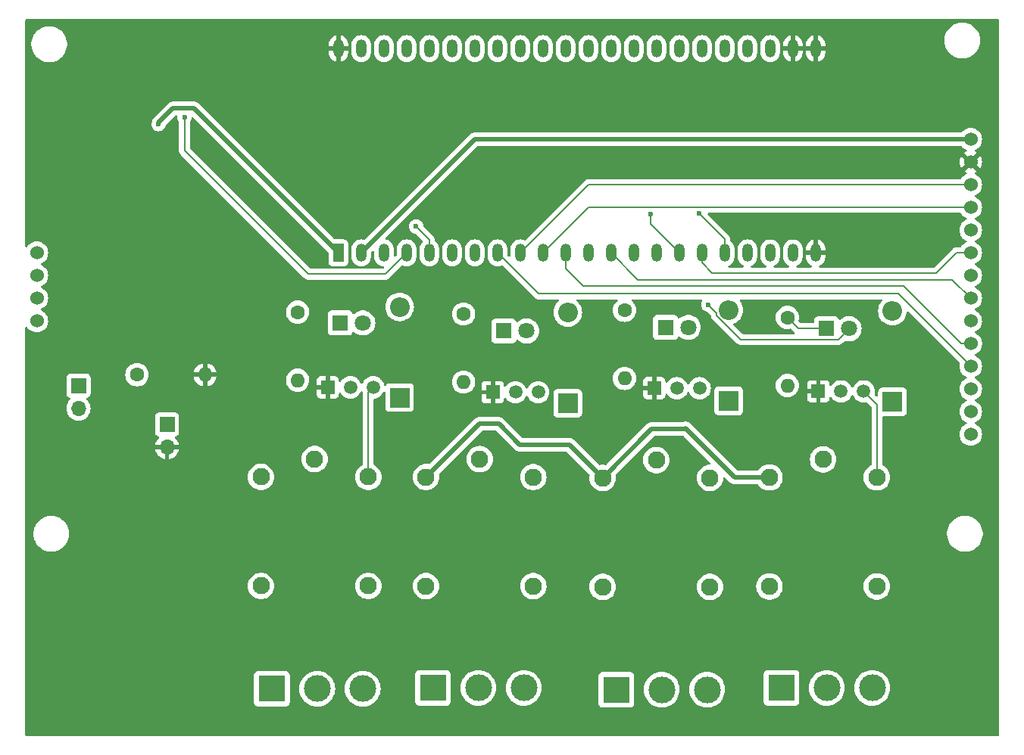
<source format=gbr>
%TF.GenerationSoftware,KiCad,Pcbnew,8.0.5*%
%TF.CreationDate,2025-05-15T22:27:58+02:00*%
%TF.ProjectId,nodo_central,6e6f646f-5f63-4656-9e74-72616c2e6b69,rev?*%
%TF.SameCoordinates,Original*%
%TF.FileFunction,Copper,L2,Bot*%
%TF.FilePolarity,Positive*%
%FSLAX46Y46*%
G04 Gerber Fmt 4.6, Leading zero omitted, Abs format (unit mm)*
G04 Created by KiCad (PCBNEW 8.0.5) date 2025-05-15 22:27:58*
%MOMM*%
%LPD*%
G01*
G04 APERTURE LIST*
%TA.AperFunction,ComponentPad*%
%ADD10C,1.600000*%
%TD*%
%TA.AperFunction,ComponentPad*%
%ADD11O,1.600000X1.600000*%
%TD*%
%TA.AperFunction,ComponentPad*%
%ADD12R,1.700000X1.700000*%
%TD*%
%TA.AperFunction,ComponentPad*%
%ADD13O,1.700000X1.700000*%
%TD*%
%TA.AperFunction,ComponentPad*%
%ADD14R,1.800000X1.800000*%
%TD*%
%TA.AperFunction,ComponentPad*%
%ADD15C,1.800000*%
%TD*%
%TA.AperFunction,ComponentPad*%
%ADD16R,1.500000X1.500000*%
%TD*%
%TA.AperFunction,ComponentPad*%
%ADD17C,1.500000*%
%TD*%
%TA.AperFunction,ComponentPad*%
%ADD18R,3.000000X3.000000*%
%TD*%
%TA.AperFunction,ComponentPad*%
%ADD19C,3.000000*%
%TD*%
%TA.AperFunction,ComponentPad*%
%ADD20C,1.950000*%
%TD*%
%TA.AperFunction,ComponentPad*%
%ADD21R,2.200000X2.200000*%
%TD*%
%TA.AperFunction,ComponentPad*%
%ADD22O,2.200000X2.200000*%
%TD*%
%TA.AperFunction,ComponentPad*%
%ADD23R,1.200000X2.000000*%
%TD*%
%TA.AperFunction,ComponentPad*%
%ADD24O,1.200000X2.000000*%
%TD*%
%TA.AperFunction,ComponentPad*%
%ADD25C,1.524000*%
%TD*%
%TA.AperFunction,ViaPad*%
%ADD26C,0.600000*%
%TD*%
%TA.AperFunction,Conductor*%
%ADD27C,0.500000*%
%TD*%
%TA.AperFunction,Conductor*%
%ADD28C,0.200000*%
%TD*%
G04 APERTURE END LIST*
D10*
%TO.P,R5,1*%
%TO.N,Net-(D8-K)*%
X181350000Y-69090000D03*
D11*
%TO.P,R5,2*%
%TO.N,Net-(Q4-B)*%
X181350000Y-76710000D03*
%TD*%
D12*
%TO.P,J5,1,Pin_1*%
%TO.N,/3V3*%
X102100000Y-76725000D03*
D13*
%TO.P,J5,2,Pin_2*%
%TO.N,/NO*%
X102100000Y-79265000D03*
%TD*%
D14*
%TO.P,D5,1,K*%
%TO.N,Net-(D5-K)*%
X131350000Y-69700000D03*
D15*
%TO.P,D5,2,A*%
%TO.N,/gpio6*%
X133890000Y-69700000D03*
%TD*%
D16*
%TO.P,Q4,1,E*%
%TO.N,/GND*%
X184810000Y-77360000D03*
D17*
%TO.P,Q4,2,B*%
%TO.N,Net-(Q4-B)*%
X187350000Y-77360000D03*
%TO.P,Q4,3,C*%
%TO.N,Net-(D4-A)*%
X189890000Y-77360000D03*
%TD*%
D10*
%TO.P,R2,1*%
%TO.N,Net-(D5-K)*%
X126600000Y-68490000D03*
D11*
%TO.P,R2,2*%
%TO.N,Net-(Q1-B)*%
X126600000Y-76110000D03*
%TD*%
D18*
%TO.P,J2,1,Pin_1*%
%TO.N,/RELE21*%
X141720000Y-110550000D03*
D19*
%TO.P,J2,2,Pin_2*%
%TO.N,/RELE22*%
X146800000Y-110550000D03*
%TO.P,J2,3,Pin_3*%
%TO.N,/RELE23*%
X151880000Y-110550000D03*
%TD*%
D20*
%TO.P,K2,1,COM*%
%TO.N,/RELE22*%
X146950000Y-84950000D03*
%TO.P,K2,2,COIL1*%
%TO.N,Net-(D2-A)*%
X152950000Y-86950000D03*
%TO.P,K2,3,N_O*%
%TO.N,/RELE23*%
X152950000Y-99150000D03*
%TO.P,K2,4,N_C*%
%TO.N,/RELE21*%
X140950000Y-99150000D03*
%TO.P,K2,5,COIL2*%
%TO.N,/5V*%
X140950000Y-86950000D03*
%TD*%
D16*
%TO.P,Q2,1,E*%
%TO.N,/GND*%
X148410000Y-77460000D03*
D17*
%TO.P,Q2,2,B*%
%TO.N,Net-(Q2-B)*%
X150950000Y-77460000D03*
%TO.P,Q2,3,C*%
%TO.N,Net-(D2-A)*%
X153490000Y-77460000D03*
%TD*%
D18*
%TO.P,J4,1,Pin_1*%
%TO.N,/RELE41*%
X180670000Y-110550000D03*
D19*
%TO.P,J4,2,Pin_2*%
%TO.N,/RELE42*%
X185750000Y-110550000D03*
%TO.P,J4,3,Pin_3*%
%TO.N,/RELE43*%
X190830000Y-110550000D03*
%TD*%
D18*
%TO.P,J3,1,Pin_1*%
%TO.N,/RELE31*%
X162220000Y-110750000D03*
D19*
%TO.P,J3,2,Pin_2*%
%TO.N,/RELE32*%
X167300000Y-110750000D03*
%TO.P,J3,3,Pin_3*%
%TO.N,/RELE33*%
X172380000Y-110750000D03*
%TD*%
D21*
%TO.P,D3,1,K*%
%TO.N,/5V*%
X174800000Y-78410000D03*
D22*
%TO.P,D3,2,A*%
%TO.N,Net-(D3-A)*%
X174800000Y-68250000D03*
%TD*%
D20*
%TO.P,K1,1,COM*%
%TO.N,/RELE12*%
X128500000Y-84937500D03*
%TO.P,K1,2,COIL1*%
%TO.N,Net-(D1-A)*%
X134500000Y-86937500D03*
%TO.P,K1,3,N_O*%
%TO.N,/RELE13*%
X134500000Y-99137500D03*
%TO.P,K1,4,N_C*%
%TO.N,/RELE11*%
X122500000Y-99137500D03*
%TO.P,K1,5,COIL2*%
%TO.N,/5V*%
X122500000Y-86937500D03*
%TD*%
D16*
%TO.P,Q1,1,E*%
%TO.N,/GND*%
X129960000Y-76910000D03*
D17*
%TO.P,Q1,2,B*%
%TO.N,Net-(Q1-B)*%
X132500000Y-76910000D03*
%TO.P,Q1,3,C*%
%TO.N,Net-(D1-A)*%
X135040000Y-76910000D03*
%TD*%
D21*
%TO.P,D2,1,K*%
%TO.N,/5V*%
X156800000Y-78680000D03*
D22*
%TO.P,D2,2,A*%
%TO.N,Net-(D2-A)*%
X156800000Y-68520000D03*
%TD*%
D18*
%TO.P,J1,1,Pin_1*%
%TO.N,/RELE11*%
X123720000Y-110650000D03*
D19*
%TO.P,J1,2,Pin_2*%
%TO.N,/RELE12*%
X128800000Y-110650000D03*
%TO.P,J1,3,Pin_3*%
%TO.N,/RELE13*%
X133880000Y-110650000D03*
%TD*%
D10*
%TO.P,R4,1*%
%TO.N,Net-(D7-K)*%
X163150000Y-68290000D03*
D11*
%TO.P,R4,2*%
%TO.N,Net-(Q3-B)*%
X163150000Y-75910000D03*
%TD*%
D21*
%TO.P,D1,1,K*%
%TO.N,/5V*%
X138000000Y-78060000D03*
D22*
%TO.P,D1,2,A*%
%TO.N,Net-(D1-A)*%
X138000000Y-67900000D03*
%TD*%
D14*
%TO.P,D6,1,K*%
%TO.N,Net-(D6-K)*%
X149660000Y-70600000D03*
D15*
%TO.P,D6,2,A*%
%TO.N,/gpio7*%
X152200000Y-70600000D03*
%TD*%
D10*
%TO.P,R3,1*%
%TO.N,Net-(D6-K)*%
X145150000Y-68700000D03*
D11*
%TO.P,R3,2*%
%TO.N,Net-(Q2-B)*%
X145150000Y-76320000D03*
%TD*%
D21*
%TO.P,D4,1,K*%
%TO.N,/5V*%
X193100000Y-78530000D03*
D22*
%TO.P,D4,2,A*%
%TO.N,Net-(D4-A)*%
X193100000Y-68370000D03*
%TD*%
D20*
%TO.P,K3,1,COM*%
%TO.N,/RELE32*%
X166700000Y-85050000D03*
%TO.P,K3,2,COIL1*%
%TO.N,Net-(D3-A)*%
X172700000Y-87050000D03*
%TO.P,K3,3,N_O*%
%TO.N,/RELE33*%
X172700000Y-99250000D03*
%TO.P,K3,4,N_C*%
%TO.N,/RELE31*%
X160700000Y-99250000D03*
%TO.P,K3,5,COIL2*%
%TO.N,/5V*%
X160700000Y-87050000D03*
%TD*%
D12*
%TO.P,J6,1,Pin_1*%
%TO.N,/5V*%
X112000000Y-81050000D03*
D13*
%TO.P,J6,2,Pin_2*%
%TO.N,/GND*%
X112000000Y-83590000D03*
%TD*%
D14*
%TO.P,D8,1,K*%
%TO.N,Net-(D8-K)*%
X185710000Y-70350000D03*
D15*
%TO.P,D8,2,A*%
%TO.N,/gpio9*%
X188250000Y-70350000D03*
%TD*%
D20*
%TO.P,K4,1,COM*%
%TO.N,/RELE42*%
X185350000Y-84987500D03*
%TO.P,K4,2,COIL1*%
%TO.N,Net-(D4-A)*%
X191350000Y-86987500D03*
%TO.P,K4,3,N_O*%
%TO.N,/RELE43*%
X191350000Y-99187500D03*
%TO.P,K4,4,N_C*%
%TO.N,/RELE41*%
X179350000Y-99187500D03*
%TO.P,K4,5,COIL2*%
%TO.N,/5V*%
X179350000Y-86987500D03*
%TD*%
D14*
%TO.P,D7,1,K*%
%TO.N,Net-(D7-K)*%
X167725000Y-70200000D03*
D15*
%TO.P,D7,2,A*%
%TO.N,/gpio8*%
X170265000Y-70200000D03*
%TD*%
D10*
%TO.P,R1,1*%
%TO.N,/NO*%
X108640000Y-75500000D03*
D11*
%TO.P,R1,2*%
%TO.N,/GND*%
X116260000Y-75500000D03*
%TD*%
D23*
%TO.P,U2,1,3V3*%
%TO.N,/3V3*%
X131160000Y-61860000D03*
D24*
%TO.P,U2,2,3V3*%
X133700000Y-61860000D03*
%TO.P,U2,3,CHIP_PU*%
%TO.N,unconnected-(U2-CHIP_PU-Pad3)*%
X136240000Y-61860000D03*
%TO.P,U2,4,GPIO4/ADC1_CH3*%
%TO.N,/gpio4*%
X138780000Y-61860000D03*
%TO.P,U2,5,GPIO5/ADC1_CH4*%
%TO.N,/gpio5*%
X141320000Y-61860000D03*
%TO.P,U2,6,GPIO6/ADC1_CH5*%
%TO.N,/gpio6*%
X143860000Y-61860000D03*
%TO.P,U2,7,GPIO7/ADC1_CH6*%
%TO.N,/gpio7*%
X146400000Y-61860000D03*
%TO.P,U2,8,GPIO15/ADC2_CH4/32K_P*%
%TO.N,/gpio15*%
X148940000Y-61860000D03*
%TO.P,U2,9,GPIO16/ADC2_CH5/32K_N*%
%TO.N,/gpio16*%
X151480000Y-61860000D03*
%TO.P,U2,10,GPIO17/ADC2_CH6*%
%TO.N,/gpio17*%
X154020000Y-61860000D03*
%TO.P,U2,11,GPIO18/ADC2_CH7*%
%TO.N,/gpio18*%
X156560000Y-61860000D03*
%TO.P,U2,12,GPIO8/ADC1_CH7*%
%TO.N,/gpio8*%
X159100000Y-61860000D03*
%TO.P,U2,13,GPIO3/ADC1_CH2*%
%TO.N,/gpio3*%
X161640000Y-61860000D03*
%TO.P,U2,14,GPIO46*%
%TO.N,unconnected-(U2-GPIO46-Pad14)*%
X164180000Y-61860000D03*
%TO.P,U2,15,GPIO9/ADC1_CH8*%
%TO.N,/gpio9*%
X166720000Y-61860000D03*
%TO.P,U2,16,GPIO10/ADC1_CH9*%
%TO.N,/gpio10*%
X169260000Y-61860000D03*
%TO.P,U2,17,GPIO11/ADC2_CH0*%
%TO.N,/gpio11*%
X171800000Y-61860000D03*
%TO.P,U2,18,GPIO12/ADC2_CH1*%
%TO.N,/gpio12*%
X174340000Y-61860000D03*
%TO.P,U2,19,GPIO13/ADC2_CH2*%
%TO.N,/gpio13*%
X176880000Y-61860000D03*
%TO.P,U2,20,GPIO14/ADC2_CH3*%
%TO.N,/gpio14*%
X179417280Y-61863680D03*
%TO.P,U2,21,5V*%
%TO.N,/5V*%
X181957280Y-61863680D03*
%TO.P,U2,22,GND*%
%TO.N,/GND*%
X184497280Y-61863680D03*
%TO.P,U2,23,GND*%
X184500000Y-39000000D03*
%TO.P,U2,24,GND*%
X181960000Y-39000000D03*
%TO.P,U2,25,GPIO19/USB_D-*%
%TO.N,/gpio19*%
X179420000Y-39000000D03*
%TO.P,U2,26,GPIO20/USB_D+*%
%TO.N,unconnected-(U2-GPIO20{slash}USB_D+-Pad26)*%
X176880000Y-39000000D03*
%TO.P,U2,27,GPIO21*%
%TO.N,unconnected-(U2-GPIO21-Pad27)*%
X174340000Y-39000000D03*
%TO.P,U2,28,GPIO47*%
%TO.N,unconnected-(U2-GPIO47-Pad28)*%
X171800000Y-39000000D03*
%TO.P,U2,29,GPIO48*%
%TO.N,unconnected-(U2-GPIO48-Pad29)*%
X169260000Y-39000000D03*
%TO.P,U2,30,GPIO45*%
%TO.N,unconnected-(U2-GPIO45-Pad30)*%
X166720000Y-39000000D03*
%TO.P,U2,31,GPIO0*%
%TO.N,unconnected-(U2-GPIO0-Pad31)*%
X164180000Y-39000000D03*
%TO.P,U2,32,GPIO35*%
%TO.N,unconnected-(U2-GPIO35-Pad32)*%
X161640000Y-39000000D03*
%TO.P,U2,33,GPIO36*%
%TO.N,unconnected-(U2-GPIO36-Pad33)*%
X159100000Y-39000000D03*
%TO.P,U2,34,GPIO37*%
%TO.N,unconnected-(U2-GPIO37-Pad34)*%
X156560000Y-39000000D03*
%TO.P,U2,35,GPIO38*%
%TO.N,unconnected-(U2-GPIO38-Pad35)*%
X154020000Y-39000000D03*
%TO.P,U2,36,GPIO39/MTCK*%
%TO.N,unconnected-(U2-GPIO39{slash}MTCK-Pad36)*%
X151480000Y-39000000D03*
%TO.P,U2,37,GPIO40/MTDO*%
%TO.N,unconnected-(U2-GPIO40{slash}MTDO-Pad37)*%
X148940000Y-39000000D03*
%TO.P,U2,38,GPIO41/MTDI*%
%TO.N,/NO*%
X146400000Y-39000000D03*
%TO.P,U2,39,GPIO42/MTMS*%
%TO.N,unconnected-(U2-GPIO42{slash}MTMS-Pad39)*%
X143860000Y-39000000D03*
%TO.P,U2,40,GPIO2/ADC1_CH1*%
%TO.N,/gpio2*%
X141320000Y-39000000D03*
%TO.P,U2,41,GPIO1/ADC1_CH0*%
%TO.N,unconnected-(U2-GPIO1{slash}ADC1_CH0-Pad41)*%
X138780000Y-39000000D03*
%TO.P,U2,42,GPIO44/U0RXD*%
%TO.N,unconnected-(U2-GPIO44{slash}U0RXD-Pad42)*%
X136240000Y-39000000D03*
%TO.P,U2,43,GPIO43/U0TXD*%
%TO.N,unconnected-(U2-GPIO43{slash}U0TXD-Pad43)*%
X133700000Y-39000000D03*
%TO.P,U2,44,GND*%
%TO.N,/GND*%
X131160000Y-39000000D03*
%TD*%
D16*
%TO.P,Q3,1,E*%
%TO.N,/GND*%
X166460000Y-77010000D03*
D17*
%TO.P,Q3,2,B*%
%TO.N,Net-(Q3-B)*%
X169000000Y-77010000D03*
%TO.P,Q3,3,C*%
%TO.N,Net-(D3-A)*%
X171540000Y-77010000D03*
%TD*%
D25*
%TO.P,U1,1,VDD*%
%TO.N,/3V3*%
X201844000Y-49150000D03*
%TO.P,U1,2,GND*%
%TO.N,/GND*%
X201844000Y-51690000D03*
%TO.P,U1,3,CS*%
%TO.N,/gpio16*%
X201844000Y-54230000D03*
%TO.P,U1,4,RST*%
%TO.N,/gpio17*%
X201844000Y-56770000D03*
%TO.P,U1,5,D/C*%
%TO.N,/gpio2*%
X201844000Y-59310000D03*
%TO.P,U1,6,SDI*%
%TO.N,/gpio11*%
X201844000Y-61850000D03*
%TO.P,U1,7,SCK*%
%TO.N,/gpio18*%
X201844000Y-64390000D03*
%TO.P,U1,8,BL*%
%TO.N,/gpio3*%
X201844000Y-66930000D03*
%TO.P,U1,9,SDO*%
%TO.N,unconnected-(U1-SDO-Pad9)*%
X201844000Y-69470000D03*
%TO.P,U1,10,TCK*%
%TO.N,/gpio18*%
X201844000Y-72010000D03*
%TO.P,U1,11,TCS*%
%TO.N,/gpio15*%
X201844000Y-74550000D03*
%TO.P,U1,12,TDI*%
%TO.N,/gpio11*%
X201844000Y-77090000D03*
%TO.P,U1,13,TDO*%
%TO.N,/gpio19*%
X201844000Y-79629000D03*
%TO.P,U1,14,PEN*%
%TO.N,unconnected-(U1-PEN-Pad14)*%
X201844000Y-82170000D03*
%TO.P,U1,15,SCS*%
%TO.N,unconnected-(U1-SCS-Pad15)*%
X97450000Y-61850000D03*
%TO.P,U1,16,SDI*%
%TO.N,unconnected-(U1-SDI-Pad16)*%
X97450000Y-64390000D03*
%TO.P,U1,17,SDO*%
%TO.N,unconnected-(U1-SDO-Pad17)*%
X97450000Y-66930000D03*
%TO.P,U1,18,CLK*%
%TO.N,unconnected-(U1-CLK-Pad18)*%
X97450000Y-69470000D03*
%TD*%
D26*
%TO.N,/gpio9*%
X172500000Y-67650000D03*
%TO.N,/3V3*%
X111057322Y-47450000D03*
%TO.N,/gpio5*%
X139850000Y-58900000D03*
%TO.N,/gpio10*%
X166050000Y-57500000D03*
%TO.N,/gpio12*%
X171500000Y-57450000D03*
%TO.N,/gpio4*%
X113950000Y-46650000D03*
%TD*%
D27*
%TO.N,/5V*%
X146900000Y-81000000D02*
X140950000Y-86950000D01*
X149100000Y-81000000D02*
X146900000Y-81000000D01*
X175437500Y-86987500D02*
X169950000Y-81500000D01*
X169950000Y-81500000D02*
X169850000Y-81600000D01*
X169850000Y-81600000D02*
X166150000Y-81600000D01*
X151425000Y-83325000D02*
X149100000Y-81000000D01*
X160700000Y-87050000D02*
X156975000Y-83325000D01*
X156975000Y-83325000D02*
X151425000Y-83325000D01*
X179350000Y-86987500D02*
X175437500Y-86987500D01*
X166150000Y-81600000D02*
X160700000Y-87050000D01*
D28*
%TO.N,Net-(D1-A)*%
X134500000Y-77450000D02*
X135040000Y-76910000D01*
X134500000Y-86937500D02*
X134500000Y-77450000D01*
%TO.N,Net-(D4-A)*%
X191350000Y-86987500D02*
X191350000Y-78820000D01*
X191350000Y-78820000D02*
X189890000Y-77360000D01*
%TO.N,Net-(D8-K)*%
X182610000Y-70350000D02*
X181350000Y-69090000D01*
X185710000Y-70350000D02*
X182610000Y-70350000D01*
%TO.N,/gpio9*%
X173400000Y-68829899D02*
X176120101Y-71550000D01*
X172500000Y-67650000D02*
X172500000Y-67700000D01*
X187050000Y-71550000D02*
X188250000Y-70350000D01*
X176120101Y-71550000D02*
X187050000Y-71550000D01*
X173400000Y-68600000D02*
X173400000Y-68829899D01*
X172500000Y-67700000D02*
X173400000Y-68600000D01*
D27*
%TO.N,/3V3*%
X201844000Y-49150000D02*
X146410000Y-49150000D01*
X131160000Y-61860000D02*
X115000000Y-45700000D01*
X146410000Y-49150000D02*
X133700000Y-61860000D01*
X111057322Y-47307322D02*
X111057322Y-47450000D01*
X115000000Y-45700000D02*
X112650000Y-45700000D01*
X112650000Y-45700000D02*
X111050000Y-47300000D01*
X111050000Y-47300000D02*
X111057322Y-47307322D01*
%TO.N,/GND*%
X203356000Y-43756000D02*
X203356000Y-50178000D01*
X148410000Y-77460000D02*
X148000000Y-77870000D01*
X203356000Y-50178000D02*
X201844000Y-51690000D01*
X184500000Y-39000000D02*
X198600000Y-39000000D01*
X198600000Y-39000000D02*
X203356000Y-43756000D01*
X181960000Y-39000000D02*
X184500000Y-39000000D01*
D28*
%TO.N,/gpio5*%
X141320000Y-60370000D02*
X141320000Y-61860000D01*
X139850000Y-58900000D02*
X141320000Y-60370000D01*
%TO.N,/gpio10*%
X166050000Y-57500000D02*
X166050000Y-58650000D01*
X166050000Y-58650000D02*
X169260000Y-61860000D01*
%TO.N,/gpio12*%
X171500000Y-57450000D02*
X174340000Y-60290000D01*
X174340000Y-60290000D02*
X174340000Y-61860000D01*
%TO.N,/gpio4*%
X138780000Y-61860000D02*
X136390000Y-64250000D01*
X136390000Y-64250000D02*
X127800000Y-64250000D01*
X113950000Y-50400000D02*
X113950000Y-46650000D01*
X127800000Y-64250000D02*
X113950000Y-50400000D01*
%TO.N,/gpio15*%
X153530000Y-66450000D02*
X148940000Y-61860000D01*
X193744000Y-66450000D02*
X153530000Y-66450000D01*
X201844000Y-74550000D02*
X193744000Y-66450000D01*
%TO.N,/gpio17*%
X159110000Y-56770000D02*
X154020000Y-61860000D01*
X201844000Y-56770000D02*
X159110000Y-56770000D01*
%TO.N,/gpio11*%
X201844000Y-61850000D02*
X200250000Y-61850000D01*
X197950000Y-64150000D02*
X197750000Y-64150000D01*
X172950000Y-64100000D02*
X171800000Y-62950000D01*
X171800000Y-62950000D02*
X171800000Y-61860000D01*
X197750000Y-64150000D02*
X197700000Y-64100000D01*
X197700000Y-64100000D02*
X172950000Y-64100000D01*
X200250000Y-61850000D02*
X197950000Y-64150000D01*
%TO.N,/gpio16*%
X201844000Y-54230000D02*
X159110000Y-54230000D01*
X159110000Y-54230000D02*
X151480000Y-61860000D01*
%TO.N,/gpio18*%
X200766370Y-72010000D02*
X194356370Y-65600000D01*
X156560000Y-63610000D02*
X156560000Y-61860000D01*
X194356370Y-65600000D02*
X158550000Y-65600000D01*
X201844000Y-72010000D02*
X200766370Y-72010000D01*
X158550000Y-65600000D02*
X156560000Y-63610000D01*
%TO.N,/gpio3*%
X164630000Y-64850000D02*
X161640000Y-61860000D01*
X199764000Y-64850000D02*
X164630000Y-64850000D01*
X201844000Y-66930000D02*
X199764000Y-64850000D01*
%TD*%
%TA.AperFunction,Conductor*%
%TO.N,/GND*%
G36*
X200725734Y-57390185D02*
G01*
X200760270Y-57423377D01*
X200828527Y-57520858D01*
X200873170Y-57584615D01*
X200873175Y-57584621D01*
X201029378Y-57740824D01*
X201029384Y-57740829D01*
X201210333Y-57867531D01*
X201210335Y-57867532D01*
X201210338Y-57867534D01*
X201329748Y-57923215D01*
X201339189Y-57927618D01*
X201391628Y-57973790D01*
X201410780Y-58040984D01*
X201390564Y-58107865D01*
X201339189Y-58152382D01*
X201210340Y-58212465D01*
X201210338Y-58212466D01*
X201029377Y-58339175D01*
X200873175Y-58495377D01*
X200746466Y-58676338D01*
X200746465Y-58676340D01*
X200653107Y-58876548D01*
X200653104Y-58876554D01*
X200595930Y-59089929D01*
X200595929Y-59089937D01*
X200576677Y-59309997D01*
X200576677Y-59310002D01*
X200595929Y-59530062D01*
X200595930Y-59530070D01*
X200653104Y-59743445D01*
X200653105Y-59743447D01*
X200653106Y-59743450D01*
X200719181Y-59885149D01*
X200746466Y-59943662D01*
X200746468Y-59943666D01*
X200873170Y-60124615D01*
X200873175Y-60124621D01*
X201029378Y-60280824D01*
X201029384Y-60280829D01*
X201210333Y-60407531D01*
X201210335Y-60407532D01*
X201210338Y-60407534D01*
X201320806Y-60459046D01*
X201339189Y-60467618D01*
X201391628Y-60513790D01*
X201410780Y-60580984D01*
X201390564Y-60647865D01*
X201339189Y-60692382D01*
X201210340Y-60752465D01*
X201210338Y-60752466D01*
X201029377Y-60879175D01*
X200873175Y-61035377D01*
X200760271Y-61196623D01*
X200705694Y-61240248D01*
X200658696Y-61249500D01*
X200329057Y-61249500D01*
X200170942Y-61249500D01*
X200018215Y-61290423D01*
X200018214Y-61290423D01*
X200018212Y-61290424D01*
X200018209Y-61290425D01*
X199968096Y-61319359D01*
X199968095Y-61319360D01*
X199924689Y-61344420D01*
X199881285Y-61369479D01*
X199881282Y-61369481D01*
X199804405Y-61446359D01*
X199769480Y-61481284D01*
X199769478Y-61481286D01*
X198763946Y-62486819D01*
X197787585Y-63463180D01*
X197726262Y-63496665D01*
X197699904Y-63499499D01*
X197613347Y-63499499D01*
X197613331Y-63499500D01*
X185011302Y-63499500D01*
X184944263Y-63479815D01*
X184898508Y-63427011D01*
X184888564Y-63357853D01*
X184917589Y-63294297D01*
X184955007Y-63265015D01*
X185073804Y-63204484D01*
X185213882Y-63102712D01*
X185336312Y-62980282D01*
X185438084Y-62840204D01*
X185516688Y-62685937D01*
X185570194Y-62521264D01*
X185597280Y-62350251D01*
X185597280Y-62113680D01*
X184812966Y-62113680D01*
X184817360Y-62109286D01*
X184870021Y-62018074D01*
X184897280Y-61916341D01*
X184897280Y-61811019D01*
X184870021Y-61709286D01*
X184817360Y-61618074D01*
X184812966Y-61613680D01*
X185597280Y-61613680D01*
X185597280Y-61377108D01*
X185570194Y-61206095D01*
X185516688Y-61041422D01*
X185438083Y-60887154D01*
X185336312Y-60747077D01*
X185213882Y-60624647D01*
X185073804Y-60522875D01*
X184919537Y-60444271D01*
X184754869Y-60390767D01*
X184754861Y-60390765D01*
X184747280Y-60389564D01*
X184747280Y-61547994D01*
X184742886Y-61543600D01*
X184651674Y-61490939D01*
X184549941Y-61463680D01*
X184444619Y-61463680D01*
X184342886Y-61490939D01*
X184251674Y-61543600D01*
X184247280Y-61547994D01*
X184247280Y-60389564D01*
X184247279Y-60389564D01*
X184239698Y-60390765D01*
X184239690Y-60390767D01*
X184075022Y-60444271D01*
X183920755Y-60522875D01*
X183780677Y-60624647D01*
X183658247Y-60747077D01*
X183556477Y-60887154D01*
X183477871Y-61041422D01*
X183424365Y-61206095D01*
X183397280Y-61377108D01*
X183397280Y-61613680D01*
X184181594Y-61613680D01*
X184177200Y-61618074D01*
X184124539Y-61709286D01*
X184097280Y-61811019D01*
X184097280Y-61916341D01*
X184124539Y-62018074D01*
X184177200Y-62109286D01*
X184181594Y-62113680D01*
X183397280Y-62113680D01*
X183397280Y-62350251D01*
X183424365Y-62521264D01*
X183477871Y-62685937D01*
X183556475Y-62840204D01*
X183658247Y-62980282D01*
X183780677Y-63102712D01*
X183920755Y-63204484D01*
X184039553Y-63265015D01*
X184090349Y-63312990D01*
X184107144Y-63380811D01*
X184084606Y-63446946D01*
X184029891Y-63490397D01*
X183983258Y-63499500D01*
X182472403Y-63499500D01*
X182405364Y-63479815D01*
X182359609Y-63427011D01*
X182349665Y-63357853D01*
X182378690Y-63294297D01*
X182416109Y-63265015D01*
X182534066Y-63204913D01*
X182534065Y-63204913D01*
X182534068Y-63204912D01*
X182674208Y-63103094D01*
X182796694Y-62980608D01*
X182898512Y-62840468D01*
X182977153Y-62686125D01*
X183030682Y-62521381D01*
X183057780Y-62350291D01*
X183057780Y-61377069D01*
X183030682Y-61205979D01*
X182977153Y-61041235D01*
X182898512Y-60886892D01*
X182796694Y-60746752D01*
X182674208Y-60624266D01*
X182534068Y-60522448D01*
X182409659Y-60459059D01*
X182379727Y-60443808D01*
X182379726Y-60443807D01*
X182379725Y-60443807D01*
X182214981Y-60390278D01*
X182214979Y-60390277D01*
X182214978Y-60390277D01*
X182061121Y-60365909D01*
X182043891Y-60363180D01*
X181870669Y-60363180D01*
X181853439Y-60365909D01*
X181699582Y-60390277D01*
X181534832Y-60443808D01*
X181380491Y-60522448D01*
X181310733Y-60573131D01*
X181240352Y-60624266D01*
X181240350Y-60624268D01*
X181240349Y-60624268D01*
X181117868Y-60746749D01*
X181117868Y-60746750D01*
X181117866Y-60746752D01*
X181074139Y-60806936D01*
X181016048Y-60886891D01*
X180937408Y-61041232D01*
X180883877Y-61205982D01*
X180856780Y-61377069D01*
X180856780Y-62350290D01*
X180883294Y-62517697D01*
X180883878Y-62521381D01*
X180937407Y-62686125D01*
X181016048Y-62840468D01*
X181117866Y-62980608D01*
X181240352Y-63103094D01*
X181345457Y-63179457D01*
X181380493Y-63204913D01*
X181498451Y-63265015D01*
X181549248Y-63312989D01*
X181566043Y-63380810D01*
X181543506Y-63446945D01*
X181488791Y-63490397D01*
X181442157Y-63499500D01*
X179932403Y-63499500D01*
X179865364Y-63479815D01*
X179819609Y-63427011D01*
X179809665Y-63357853D01*
X179838690Y-63294297D01*
X179876109Y-63265015D01*
X179994066Y-63204913D01*
X179994065Y-63204913D01*
X179994068Y-63204912D01*
X180134208Y-63103094D01*
X180256694Y-62980608D01*
X180358512Y-62840468D01*
X180437153Y-62686125D01*
X180490682Y-62521381D01*
X180517780Y-62350291D01*
X180517780Y-61377069D01*
X180490682Y-61205979D01*
X180437153Y-61041235D01*
X180358512Y-60886892D01*
X180256694Y-60746752D01*
X180134208Y-60624266D01*
X179994068Y-60522448D01*
X179869659Y-60459059D01*
X179839727Y-60443808D01*
X179839726Y-60443807D01*
X179839725Y-60443807D01*
X179674981Y-60390278D01*
X179674979Y-60390277D01*
X179674978Y-60390277D01*
X179521121Y-60365909D01*
X179503891Y-60363180D01*
X179330669Y-60363180D01*
X179313439Y-60365909D01*
X179159582Y-60390277D01*
X178994832Y-60443808D01*
X178840491Y-60522448D01*
X178770733Y-60573131D01*
X178700352Y-60624266D01*
X178700350Y-60624268D01*
X178700349Y-60624268D01*
X178577868Y-60746749D01*
X178577868Y-60746750D01*
X178577866Y-60746752D01*
X178534139Y-60806936D01*
X178476048Y-60886891D01*
X178397408Y-61041232D01*
X178343877Y-61205982D01*
X178316780Y-61377069D01*
X178316780Y-62350290D01*
X178343294Y-62517697D01*
X178343878Y-62521381D01*
X178397407Y-62686125D01*
X178476048Y-62840468D01*
X178577866Y-62980608D01*
X178700352Y-63103094D01*
X178805457Y-63179457D01*
X178840493Y-63204913D01*
X178958451Y-63265015D01*
X179009248Y-63312989D01*
X179026043Y-63380810D01*
X179003506Y-63446945D01*
X178948791Y-63490397D01*
X178902157Y-63499500D01*
X177387901Y-63499500D01*
X177320862Y-63479815D01*
X177275107Y-63427011D01*
X177265163Y-63357853D01*
X177294188Y-63294297D01*
X177331606Y-63265015D01*
X177366601Y-63247184D01*
X177456788Y-63201232D01*
X177596928Y-63099414D01*
X177719414Y-62976928D01*
X177821232Y-62836788D01*
X177899873Y-62682445D01*
X177953402Y-62517701D01*
X177980500Y-62346611D01*
X177980500Y-61373389D01*
X177953402Y-61202299D01*
X177899873Y-61037555D01*
X177821232Y-60883212D01*
X177719414Y-60743072D01*
X177596928Y-60620586D01*
X177456788Y-60518768D01*
X177309669Y-60443808D01*
X177302447Y-60440128D01*
X177302446Y-60440127D01*
X177302445Y-60440127D01*
X177137701Y-60386598D01*
X177137699Y-60386597D01*
X177137698Y-60386597D01*
X177006271Y-60365781D01*
X176966611Y-60359500D01*
X176793389Y-60359500D01*
X176753728Y-60365781D01*
X176622302Y-60386597D01*
X176457552Y-60440128D01*
X176303211Y-60518768D01*
X176238888Y-60565502D01*
X176163072Y-60620586D01*
X176163070Y-60620588D01*
X176163069Y-60620588D01*
X176040588Y-60743069D01*
X176040588Y-60743070D01*
X176040586Y-60743072D01*
X176033725Y-60752516D01*
X175938768Y-60883211D01*
X175860128Y-61037552D01*
X175806597Y-61202302D01*
X175779500Y-61373389D01*
X175779500Y-62346610D01*
X175804416Y-62503929D01*
X175806598Y-62517701D01*
X175860127Y-62682445D01*
X175938768Y-62836788D01*
X176040586Y-62976928D01*
X176163072Y-63099414D01*
X176303212Y-63201232D01*
X176364348Y-63232382D01*
X176428394Y-63265015D01*
X176479190Y-63312989D01*
X176495985Y-63380810D01*
X176473448Y-63446945D01*
X176418733Y-63490397D01*
X176372099Y-63499500D01*
X174847901Y-63499500D01*
X174780862Y-63479815D01*
X174735107Y-63427011D01*
X174725163Y-63357853D01*
X174754188Y-63294297D01*
X174791606Y-63265015D01*
X174826601Y-63247184D01*
X174916788Y-63201232D01*
X175056928Y-63099414D01*
X175179414Y-62976928D01*
X175281232Y-62836788D01*
X175359873Y-62682445D01*
X175413402Y-62517701D01*
X175440500Y-62346611D01*
X175440500Y-61373389D01*
X175413402Y-61202299D01*
X175359873Y-61037555D01*
X175281232Y-60883212D01*
X175179414Y-60743072D01*
X175056928Y-60620586D01*
X175052913Y-60617669D01*
X174991613Y-60573131D01*
X174948948Y-60517801D01*
X174940500Y-60472814D01*
X174940500Y-60379060D01*
X174940501Y-60379047D01*
X174940501Y-60210944D01*
X174940501Y-60210943D01*
X174899577Y-60058216D01*
X174866708Y-60001284D01*
X174820524Y-59921290D01*
X174820518Y-59921282D01*
X173706902Y-58807666D01*
X172481415Y-57582180D01*
X172447931Y-57520858D01*
X172452915Y-57451166D01*
X172494787Y-57395233D01*
X172560251Y-57370816D01*
X172569097Y-57370500D01*
X200658695Y-57370500D01*
X200725734Y-57390185D01*
G37*
%TD.AperFunction*%
%TA.AperFunction,Conductor*%
G36*
X204942539Y-35715385D02*
G01*
X204988294Y-35768189D01*
X204999500Y-35819700D01*
X204999500Y-115825500D01*
X204979815Y-115892539D01*
X204927011Y-115938294D01*
X204875500Y-115949500D01*
X96280900Y-115949500D01*
X96213861Y-115929815D01*
X96168106Y-115877011D01*
X96156900Y-115825500D01*
X96156900Y-109102135D01*
X121719500Y-109102135D01*
X121719500Y-112197870D01*
X121719501Y-112197876D01*
X121725908Y-112257483D01*
X121776202Y-112392328D01*
X121776206Y-112392335D01*
X121862452Y-112507544D01*
X121862455Y-112507547D01*
X121977664Y-112593793D01*
X121977671Y-112593797D01*
X122112517Y-112644091D01*
X122112516Y-112644091D01*
X122119444Y-112644835D01*
X122172127Y-112650500D01*
X125267872Y-112650499D01*
X125327483Y-112644091D01*
X125462331Y-112593796D01*
X125577546Y-112507546D01*
X125663796Y-112392331D01*
X125714091Y-112257483D01*
X125720500Y-112197873D01*
X125720499Y-110649998D01*
X126794390Y-110649998D01*
X126794390Y-110650001D01*
X126814804Y-110935433D01*
X126875628Y-111215037D01*
X126975635Y-111483166D01*
X127112770Y-111734309D01*
X127112775Y-111734317D01*
X127284254Y-111963387D01*
X127284270Y-111963405D01*
X127486594Y-112165729D01*
X127486612Y-112165745D01*
X127715682Y-112337224D01*
X127715690Y-112337229D01*
X127966833Y-112474364D01*
X127966832Y-112474364D01*
X127966836Y-112474365D01*
X127966839Y-112474367D01*
X128234954Y-112574369D01*
X128234960Y-112574370D01*
X128234962Y-112574371D01*
X128514566Y-112635195D01*
X128514568Y-112635195D01*
X128514572Y-112635196D01*
X128768220Y-112653337D01*
X128799999Y-112655610D01*
X128800000Y-112655610D01*
X128800001Y-112655610D01*
X128828595Y-112653564D01*
X129085428Y-112635196D01*
X129212534Y-112607546D01*
X129365037Y-112574371D01*
X129365037Y-112574370D01*
X129365046Y-112574369D01*
X129633161Y-112474367D01*
X129884315Y-112337226D01*
X130113395Y-112165739D01*
X130315739Y-111963395D01*
X130487226Y-111734315D01*
X130624367Y-111483161D01*
X130724369Y-111215046D01*
X130785196Y-110935428D01*
X130805610Y-110650000D01*
X130805610Y-110649998D01*
X131874390Y-110649998D01*
X131874390Y-110650001D01*
X131894804Y-110935433D01*
X131955628Y-111215037D01*
X132055635Y-111483166D01*
X132192770Y-111734309D01*
X132192775Y-111734317D01*
X132364254Y-111963387D01*
X132364270Y-111963405D01*
X132566594Y-112165729D01*
X132566612Y-112165745D01*
X132795682Y-112337224D01*
X132795690Y-112337229D01*
X133046833Y-112474364D01*
X133046832Y-112474364D01*
X133046836Y-112474365D01*
X133046839Y-112474367D01*
X133314954Y-112574369D01*
X133314960Y-112574370D01*
X133314962Y-112574371D01*
X133594566Y-112635195D01*
X133594568Y-112635195D01*
X133594572Y-112635196D01*
X133848220Y-112653337D01*
X133879999Y-112655610D01*
X133880000Y-112655610D01*
X133880001Y-112655610D01*
X133908595Y-112653564D01*
X134165428Y-112635196D01*
X134292534Y-112607546D01*
X134445037Y-112574371D01*
X134445037Y-112574370D01*
X134445046Y-112574369D01*
X134713161Y-112474367D01*
X134964315Y-112337226D01*
X135193395Y-112165739D01*
X135395739Y-111963395D01*
X135567226Y-111734315D01*
X135704367Y-111483161D01*
X135804369Y-111215046D01*
X135865196Y-110935428D01*
X135885610Y-110650000D01*
X135865196Y-110364572D01*
X135843442Y-110264572D01*
X135804371Y-110084962D01*
X135804370Y-110084960D01*
X135804369Y-110084954D01*
X135704367Y-109816839D01*
X135649759Y-109716833D01*
X135567229Y-109565690D01*
X135567224Y-109565682D01*
X135395745Y-109336612D01*
X135395729Y-109336594D01*
X135193405Y-109134270D01*
X135193387Y-109134254D01*
X135016896Y-109002135D01*
X139719500Y-109002135D01*
X139719500Y-112097870D01*
X139719501Y-112097876D01*
X139725908Y-112157483D01*
X139776202Y-112292328D01*
X139776206Y-112292335D01*
X139862452Y-112407544D01*
X139862455Y-112407547D01*
X139977664Y-112493793D01*
X139977671Y-112493797D01*
X140112517Y-112544091D01*
X140112516Y-112544091D01*
X140119444Y-112544835D01*
X140172127Y-112550500D01*
X143267872Y-112550499D01*
X143327483Y-112544091D01*
X143462331Y-112493796D01*
X143577546Y-112407546D01*
X143663796Y-112292331D01*
X143714091Y-112157483D01*
X143720500Y-112097873D01*
X143720499Y-110549998D01*
X144794390Y-110549998D01*
X144794390Y-110550001D01*
X144814804Y-110835433D01*
X144875628Y-111115037D01*
X144875630Y-111115043D01*
X144875631Y-111115046D01*
X144975633Y-111383161D01*
X144975635Y-111383166D01*
X145112770Y-111634309D01*
X145112775Y-111634317D01*
X145284254Y-111863387D01*
X145284270Y-111863405D01*
X145486594Y-112065729D01*
X145486612Y-112065745D01*
X145715682Y-112237224D01*
X145715690Y-112237229D01*
X145966833Y-112374364D01*
X145966832Y-112374364D01*
X145966836Y-112374365D01*
X145966839Y-112374367D01*
X146234954Y-112474369D01*
X146234960Y-112474370D01*
X146234962Y-112474371D01*
X146514566Y-112535195D01*
X146514568Y-112535195D01*
X146514572Y-112535196D01*
X146768220Y-112553337D01*
X146799999Y-112555610D01*
X146800000Y-112555610D01*
X146800001Y-112555610D01*
X146828595Y-112553564D01*
X147085428Y-112535196D01*
X147212534Y-112507546D01*
X147365037Y-112474371D01*
X147365037Y-112474370D01*
X147365046Y-112474369D01*
X147633161Y-112374367D01*
X147884315Y-112237226D01*
X148113395Y-112065739D01*
X148315739Y-111863395D01*
X148487226Y-111634315D01*
X148624367Y-111383161D01*
X148724369Y-111115046D01*
X148785196Y-110835428D01*
X148805610Y-110550000D01*
X148805610Y-110549998D01*
X149874390Y-110549998D01*
X149874390Y-110550001D01*
X149894804Y-110835433D01*
X149955628Y-111115037D01*
X149955630Y-111115043D01*
X149955631Y-111115046D01*
X150055633Y-111383161D01*
X150055635Y-111383166D01*
X150192770Y-111634309D01*
X150192775Y-111634317D01*
X150364254Y-111863387D01*
X150364270Y-111863405D01*
X150566594Y-112065729D01*
X150566612Y-112065745D01*
X150795682Y-112237224D01*
X150795690Y-112237229D01*
X151046833Y-112374364D01*
X151046832Y-112374364D01*
X151046836Y-112374365D01*
X151046839Y-112374367D01*
X151314954Y-112474369D01*
X151314960Y-112474370D01*
X151314962Y-112474371D01*
X151594566Y-112535195D01*
X151594568Y-112535195D01*
X151594572Y-112535196D01*
X151848220Y-112553337D01*
X151879999Y-112555610D01*
X151880000Y-112555610D01*
X151880001Y-112555610D01*
X151908595Y-112553564D01*
X152165428Y-112535196D01*
X152292534Y-112507546D01*
X152445037Y-112474371D01*
X152445037Y-112474370D01*
X152445046Y-112474369D01*
X152713161Y-112374367D01*
X152964315Y-112237226D01*
X153193395Y-112065739D01*
X153395739Y-111863395D01*
X153567226Y-111634315D01*
X153704367Y-111383161D01*
X153804369Y-111115046D01*
X153865196Y-110835428D01*
X153885610Y-110550000D01*
X153865196Y-110264572D01*
X153847876Y-110184954D01*
X153804371Y-109984962D01*
X153804370Y-109984960D01*
X153804369Y-109984954D01*
X153704367Y-109716839D01*
X153676437Y-109665690D01*
X153567229Y-109465690D01*
X153567224Y-109465682D01*
X153395745Y-109236612D01*
X153395729Y-109236594D01*
X153361270Y-109202135D01*
X160219500Y-109202135D01*
X160219500Y-112297870D01*
X160219501Y-112297876D01*
X160225908Y-112357483D01*
X160276202Y-112492328D01*
X160276206Y-112492335D01*
X160362452Y-112607544D01*
X160362455Y-112607547D01*
X160477664Y-112693793D01*
X160477671Y-112693797D01*
X160612517Y-112744091D01*
X160612516Y-112744091D01*
X160619444Y-112744835D01*
X160672127Y-112750500D01*
X163767872Y-112750499D01*
X163827483Y-112744091D01*
X163962331Y-112693796D01*
X164077546Y-112607546D01*
X164163796Y-112492331D01*
X164214091Y-112357483D01*
X164220500Y-112297873D01*
X164220499Y-110749998D01*
X165294390Y-110749998D01*
X165294390Y-110750001D01*
X165314804Y-111035433D01*
X165375628Y-111315037D01*
X165475635Y-111583166D01*
X165612770Y-111834309D01*
X165612775Y-111834317D01*
X165784254Y-112063387D01*
X165784270Y-112063405D01*
X165986594Y-112265729D01*
X165986612Y-112265745D01*
X166215682Y-112437224D01*
X166215690Y-112437229D01*
X166466833Y-112574364D01*
X166466832Y-112574364D01*
X166466836Y-112574365D01*
X166466839Y-112574367D01*
X166734954Y-112674369D01*
X166734960Y-112674370D01*
X166734962Y-112674371D01*
X167014566Y-112735195D01*
X167014568Y-112735195D01*
X167014572Y-112735196D01*
X167268220Y-112753337D01*
X167299999Y-112755610D01*
X167300000Y-112755610D01*
X167300001Y-112755610D01*
X167328595Y-112753564D01*
X167585428Y-112735196D01*
X167775742Y-112693796D01*
X167865037Y-112674371D01*
X167865037Y-112674370D01*
X167865046Y-112674369D01*
X168133161Y-112574367D01*
X168384315Y-112437226D01*
X168613395Y-112265739D01*
X168815739Y-112063395D01*
X168987226Y-111834315D01*
X169124367Y-111583161D01*
X169224369Y-111315046D01*
X169285196Y-111035428D01*
X169305610Y-110750000D01*
X169305610Y-110749998D01*
X170374390Y-110749998D01*
X170374390Y-110750001D01*
X170394804Y-111035433D01*
X170455628Y-111315037D01*
X170555635Y-111583166D01*
X170692770Y-111834309D01*
X170692775Y-111834317D01*
X170864254Y-112063387D01*
X170864270Y-112063405D01*
X171066594Y-112265729D01*
X171066612Y-112265745D01*
X171295682Y-112437224D01*
X171295690Y-112437229D01*
X171546833Y-112574364D01*
X171546832Y-112574364D01*
X171546836Y-112574365D01*
X171546839Y-112574367D01*
X171814954Y-112674369D01*
X171814960Y-112674370D01*
X171814962Y-112674371D01*
X172094566Y-112735195D01*
X172094568Y-112735195D01*
X172094572Y-112735196D01*
X172348220Y-112753337D01*
X172379999Y-112755610D01*
X172380000Y-112755610D01*
X172380001Y-112755610D01*
X172408595Y-112753564D01*
X172665428Y-112735196D01*
X172855742Y-112693796D01*
X172945037Y-112674371D01*
X172945037Y-112674370D01*
X172945046Y-112674369D01*
X173213161Y-112574367D01*
X173464315Y-112437226D01*
X173693395Y-112265739D01*
X173895739Y-112063395D01*
X174067226Y-111834315D01*
X174204367Y-111583161D01*
X174304369Y-111315046D01*
X174365196Y-111035428D01*
X174385610Y-110750000D01*
X174365196Y-110464572D01*
X174343442Y-110364572D01*
X174304371Y-110184962D01*
X174304370Y-110184960D01*
X174304369Y-110184954D01*
X174204367Y-109916839D01*
X174149759Y-109816833D01*
X174067229Y-109665690D01*
X174067224Y-109665682D01*
X173895745Y-109436612D01*
X173895729Y-109436594D01*
X173693405Y-109234270D01*
X173693387Y-109234254D01*
X173464317Y-109062775D01*
X173464309Y-109062770D01*
X173353265Y-109002135D01*
X178669500Y-109002135D01*
X178669500Y-112097870D01*
X178669501Y-112097876D01*
X178675908Y-112157483D01*
X178726202Y-112292328D01*
X178726206Y-112292335D01*
X178812452Y-112407544D01*
X178812455Y-112407547D01*
X178927664Y-112493793D01*
X178927671Y-112493797D01*
X179062517Y-112544091D01*
X179062516Y-112544091D01*
X179069444Y-112544835D01*
X179122127Y-112550500D01*
X182217872Y-112550499D01*
X182277483Y-112544091D01*
X182412331Y-112493796D01*
X182527546Y-112407546D01*
X182613796Y-112292331D01*
X182664091Y-112157483D01*
X182670500Y-112097873D01*
X182670499Y-110549998D01*
X183744390Y-110549998D01*
X183744390Y-110550001D01*
X183764804Y-110835433D01*
X183825628Y-111115037D01*
X183825630Y-111115043D01*
X183825631Y-111115046D01*
X183925633Y-111383161D01*
X183925635Y-111383166D01*
X184062770Y-111634309D01*
X184062775Y-111634317D01*
X184234254Y-111863387D01*
X184234270Y-111863405D01*
X184436594Y-112065729D01*
X184436612Y-112065745D01*
X184665682Y-112237224D01*
X184665690Y-112237229D01*
X184916833Y-112374364D01*
X184916832Y-112374364D01*
X184916836Y-112374365D01*
X184916839Y-112374367D01*
X185184954Y-112474369D01*
X185184960Y-112474370D01*
X185184962Y-112474371D01*
X185464566Y-112535195D01*
X185464568Y-112535195D01*
X185464572Y-112535196D01*
X185718220Y-112553337D01*
X185749999Y-112555610D01*
X185750000Y-112555610D01*
X185750001Y-112555610D01*
X185778595Y-112553564D01*
X186035428Y-112535196D01*
X186162534Y-112507546D01*
X186315037Y-112474371D01*
X186315037Y-112474370D01*
X186315046Y-112474369D01*
X186583161Y-112374367D01*
X186834315Y-112237226D01*
X187063395Y-112065739D01*
X187265739Y-111863395D01*
X187437226Y-111634315D01*
X187574367Y-111383161D01*
X187674369Y-111115046D01*
X187735196Y-110835428D01*
X187755610Y-110550000D01*
X187755610Y-110549998D01*
X188824390Y-110549998D01*
X188824390Y-110550001D01*
X188844804Y-110835433D01*
X188905628Y-111115037D01*
X188905630Y-111115043D01*
X188905631Y-111115046D01*
X189005633Y-111383161D01*
X189005635Y-111383166D01*
X189142770Y-111634309D01*
X189142775Y-111634317D01*
X189314254Y-111863387D01*
X189314270Y-111863405D01*
X189516594Y-112065729D01*
X189516612Y-112065745D01*
X189745682Y-112237224D01*
X189745690Y-112237229D01*
X189996833Y-112374364D01*
X189996832Y-112374364D01*
X189996836Y-112374365D01*
X189996839Y-112374367D01*
X190264954Y-112474369D01*
X190264960Y-112474370D01*
X190264962Y-112474371D01*
X190544566Y-112535195D01*
X190544568Y-112535195D01*
X190544572Y-112535196D01*
X190798220Y-112553337D01*
X190829999Y-112555610D01*
X190830000Y-112555610D01*
X190830001Y-112555610D01*
X190858595Y-112553564D01*
X191115428Y-112535196D01*
X191242534Y-112507546D01*
X191395037Y-112474371D01*
X191395037Y-112474370D01*
X191395046Y-112474369D01*
X191663161Y-112374367D01*
X191914315Y-112237226D01*
X192143395Y-112065739D01*
X192345739Y-111863395D01*
X192517226Y-111634315D01*
X192654367Y-111383161D01*
X192754369Y-111115046D01*
X192815196Y-110835428D01*
X192835610Y-110550000D01*
X192815196Y-110264572D01*
X192797876Y-110184954D01*
X192754371Y-109984962D01*
X192754370Y-109984960D01*
X192754369Y-109984954D01*
X192654367Y-109716839D01*
X192626437Y-109665690D01*
X192517229Y-109465690D01*
X192517224Y-109465682D01*
X192345745Y-109236612D01*
X192345729Y-109236594D01*
X192143405Y-109034270D01*
X192143387Y-109034254D01*
X191914317Y-108862775D01*
X191914309Y-108862770D01*
X191663166Y-108725635D01*
X191663167Y-108725635D01*
X191555915Y-108685632D01*
X191395046Y-108625631D01*
X191395043Y-108625630D01*
X191395037Y-108625628D01*
X191115433Y-108564804D01*
X190830001Y-108544390D01*
X190829999Y-108544390D01*
X190544566Y-108564804D01*
X190264962Y-108625628D01*
X189996833Y-108725635D01*
X189745690Y-108862770D01*
X189745682Y-108862775D01*
X189516612Y-109034254D01*
X189516594Y-109034270D01*
X189314270Y-109236594D01*
X189314254Y-109236612D01*
X189142775Y-109465682D01*
X189142770Y-109465690D01*
X189005635Y-109716833D01*
X188905628Y-109984962D01*
X188844804Y-110264566D01*
X188824390Y-110549998D01*
X187755610Y-110549998D01*
X187735196Y-110264572D01*
X187717876Y-110184954D01*
X187674371Y-109984962D01*
X187674370Y-109984960D01*
X187674369Y-109984954D01*
X187574367Y-109716839D01*
X187546437Y-109665690D01*
X187437229Y-109465690D01*
X187437224Y-109465682D01*
X187265745Y-109236612D01*
X187265729Y-109236594D01*
X187063405Y-109034270D01*
X187063387Y-109034254D01*
X186834317Y-108862775D01*
X186834309Y-108862770D01*
X186583166Y-108725635D01*
X186583167Y-108725635D01*
X186475915Y-108685632D01*
X186315046Y-108625631D01*
X186315043Y-108625630D01*
X186315037Y-108625628D01*
X186035433Y-108564804D01*
X185750001Y-108544390D01*
X185749999Y-108544390D01*
X185464566Y-108564804D01*
X185184962Y-108625628D01*
X184916833Y-108725635D01*
X184665690Y-108862770D01*
X184665682Y-108862775D01*
X184436612Y-109034254D01*
X184436594Y-109034270D01*
X184234270Y-109236594D01*
X184234254Y-109236612D01*
X184062775Y-109465682D01*
X184062770Y-109465690D01*
X183925635Y-109716833D01*
X183825628Y-109984962D01*
X183764804Y-110264566D01*
X183744390Y-110549998D01*
X182670499Y-110549998D01*
X182670499Y-109002128D01*
X182664091Y-108942517D01*
X182657794Y-108925635D01*
X182613797Y-108807671D01*
X182613793Y-108807664D01*
X182527547Y-108692455D01*
X182527544Y-108692452D01*
X182412335Y-108606206D01*
X182412328Y-108606202D01*
X182277482Y-108555908D01*
X182277483Y-108555908D01*
X182217883Y-108549501D01*
X182217881Y-108549500D01*
X182217873Y-108549500D01*
X182217864Y-108549500D01*
X179122129Y-108549500D01*
X179122123Y-108549501D01*
X179062516Y-108555908D01*
X178927671Y-108606202D01*
X178927664Y-108606206D01*
X178812455Y-108692452D01*
X178812452Y-108692455D01*
X178726206Y-108807664D01*
X178726202Y-108807671D01*
X178675908Y-108942517D01*
X178669501Y-109002116D01*
X178669501Y-109002123D01*
X178669500Y-109002135D01*
X173353265Y-109002135D01*
X173213166Y-108925635D01*
X173213167Y-108925635D01*
X173105915Y-108885632D01*
X172945046Y-108825631D01*
X172945043Y-108825630D01*
X172945037Y-108825628D01*
X172665433Y-108764804D01*
X172380001Y-108744390D01*
X172379999Y-108744390D01*
X172094566Y-108764804D01*
X171814962Y-108825628D01*
X171546833Y-108925635D01*
X171295690Y-109062770D01*
X171295682Y-109062775D01*
X171066612Y-109234254D01*
X171066594Y-109234270D01*
X170864270Y-109436594D01*
X170864254Y-109436612D01*
X170692775Y-109665682D01*
X170692770Y-109665690D01*
X170555635Y-109916833D01*
X170455628Y-110184962D01*
X170394804Y-110464566D01*
X170374390Y-110749998D01*
X169305610Y-110749998D01*
X169285196Y-110464572D01*
X169263442Y-110364572D01*
X169224371Y-110184962D01*
X169224370Y-110184960D01*
X169224369Y-110184954D01*
X169124367Y-109916839D01*
X169069759Y-109816833D01*
X168987229Y-109665690D01*
X168987224Y-109665682D01*
X168815745Y-109436612D01*
X168815729Y-109436594D01*
X168613405Y-109234270D01*
X168613387Y-109234254D01*
X168384317Y-109062775D01*
X168384309Y-109062770D01*
X168133166Y-108925635D01*
X168133167Y-108925635D01*
X168025915Y-108885632D01*
X167865046Y-108825631D01*
X167865043Y-108825630D01*
X167865037Y-108825628D01*
X167585433Y-108764804D01*
X167300001Y-108744390D01*
X167299999Y-108744390D01*
X167014566Y-108764804D01*
X166734962Y-108825628D01*
X166466833Y-108925635D01*
X166215690Y-109062770D01*
X166215682Y-109062775D01*
X165986612Y-109234254D01*
X165986594Y-109234270D01*
X165784270Y-109436594D01*
X165784254Y-109436612D01*
X165612775Y-109665682D01*
X165612770Y-109665690D01*
X165475635Y-109916833D01*
X165375628Y-110184962D01*
X165314804Y-110464566D01*
X165294390Y-110749998D01*
X164220499Y-110749998D01*
X164220499Y-109202128D01*
X164214091Y-109142517D01*
X164199027Y-109102129D01*
X164163797Y-109007671D01*
X164163793Y-109007664D01*
X164077547Y-108892455D01*
X164077544Y-108892452D01*
X163962335Y-108806206D01*
X163962328Y-108806202D01*
X163827482Y-108755908D01*
X163827483Y-108755908D01*
X163767883Y-108749501D01*
X163767881Y-108749500D01*
X163767873Y-108749500D01*
X163767864Y-108749500D01*
X160672129Y-108749500D01*
X160672123Y-108749501D01*
X160612516Y-108755908D01*
X160477671Y-108806202D01*
X160477664Y-108806206D01*
X160362455Y-108892452D01*
X160362452Y-108892455D01*
X160276206Y-109007664D01*
X160276202Y-109007671D01*
X160225908Y-109142517D01*
X160219501Y-109202116D01*
X160219501Y-109202123D01*
X160219500Y-109202135D01*
X153361270Y-109202135D01*
X153193405Y-109034270D01*
X153193387Y-109034254D01*
X152964317Y-108862775D01*
X152964309Y-108862770D01*
X152713166Y-108725635D01*
X152713167Y-108725635D01*
X152605915Y-108685632D01*
X152445046Y-108625631D01*
X152445043Y-108625630D01*
X152445037Y-108625628D01*
X152165433Y-108564804D01*
X151880001Y-108544390D01*
X151879999Y-108544390D01*
X151594566Y-108564804D01*
X151314962Y-108625628D01*
X151046833Y-108725635D01*
X150795690Y-108862770D01*
X150795682Y-108862775D01*
X150566612Y-109034254D01*
X150566594Y-109034270D01*
X150364270Y-109236594D01*
X150364254Y-109236612D01*
X150192775Y-109465682D01*
X150192770Y-109465690D01*
X150055635Y-109716833D01*
X149955628Y-109984962D01*
X149894804Y-110264566D01*
X149874390Y-110549998D01*
X148805610Y-110549998D01*
X148785196Y-110264572D01*
X148767876Y-110184954D01*
X148724371Y-109984962D01*
X148724370Y-109984960D01*
X148724369Y-109984954D01*
X148624367Y-109716839D01*
X148596437Y-109665690D01*
X148487229Y-109465690D01*
X148487224Y-109465682D01*
X148315745Y-109236612D01*
X148315729Y-109236594D01*
X148113405Y-109034270D01*
X148113387Y-109034254D01*
X147884317Y-108862775D01*
X147884309Y-108862770D01*
X147633166Y-108725635D01*
X147633167Y-108725635D01*
X147525915Y-108685632D01*
X147365046Y-108625631D01*
X147365043Y-108625630D01*
X147365037Y-108625628D01*
X147085433Y-108564804D01*
X146800001Y-108544390D01*
X146799999Y-108544390D01*
X146514566Y-108564804D01*
X146234962Y-108625628D01*
X145966833Y-108725635D01*
X145715690Y-108862770D01*
X145715682Y-108862775D01*
X145486612Y-109034254D01*
X145486594Y-109034270D01*
X145284270Y-109236594D01*
X145284254Y-109236612D01*
X145112775Y-109465682D01*
X145112770Y-109465690D01*
X144975635Y-109716833D01*
X144875628Y-109984962D01*
X144814804Y-110264566D01*
X144794390Y-110549998D01*
X143720499Y-110549998D01*
X143720499Y-109002128D01*
X143714091Y-108942517D01*
X143707794Y-108925635D01*
X143663797Y-108807671D01*
X143663793Y-108807664D01*
X143577547Y-108692455D01*
X143577544Y-108692452D01*
X143462335Y-108606206D01*
X143462328Y-108606202D01*
X143327482Y-108555908D01*
X143327483Y-108555908D01*
X143267883Y-108549501D01*
X143267881Y-108549500D01*
X143267873Y-108549500D01*
X143267864Y-108549500D01*
X140172129Y-108549500D01*
X140172123Y-108549501D01*
X140112516Y-108555908D01*
X139977671Y-108606202D01*
X139977664Y-108606206D01*
X139862455Y-108692452D01*
X139862452Y-108692455D01*
X139776206Y-108807664D01*
X139776202Y-108807671D01*
X139725908Y-108942517D01*
X139719501Y-109002116D01*
X139719501Y-109002123D01*
X139719500Y-109002135D01*
X135016896Y-109002135D01*
X134964317Y-108962775D01*
X134964309Y-108962770D01*
X134713166Y-108825635D01*
X134713167Y-108825635D01*
X134605915Y-108785632D01*
X134445046Y-108725631D01*
X134445043Y-108725630D01*
X134445037Y-108725628D01*
X134165433Y-108664804D01*
X133880001Y-108644390D01*
X133879999Y-108644390D01*
X133594566Y-108664804D01*
X133314962Y-108725628D01*
X133046833Y-108825635D01*
X132795690Y-108962770D01*
X132795682Y-108962775D01*
X132566612Y-109134254D01*
X132566594Y-109134270D01*
X132364270Y-109336594D01*
X132364254Y-109336612D01*
X132192775Y-109565682D01*
X132192770Y-109565690D01*
X132055635Y-109816833D01*
X131955628Y-110084962D01*
X131894804Y-110364566D01*
X131874390Y-110649998D01*
X130805610Y-110649998D01*
X130785196Y-110364572D01*
X130763442Y-110264572D01*
X130724371Y-110084962D01*
X130724370Y-110084960D01*
X130724369Y-110084954D01*
X130624367Y-109816839D01*
X130569759Y-109716833D01*
X130487229Y-109565690D01*
X130487224Y-109565682D01*
X130315745Y-109336612D01*
X130315729Y-109336594D01*
X130113405Y-109134270D01*
X130113387Y-109134254D01*
X129884317Y-108962775D01*
X129884309Y-108962770D01*
X129633166Y-108825635D01*
X129633167Y-108825635D01*
X129525915Y-108785632D01*
X129365046Y-108725631D01*
X129365043Y-108725630D01*
X129365037Y-108725628D01*
X129085433Y-108664804D01*
X128800001Y-108644390D01*
X128799999Y-108644390D01*
X128514566Y-108664804D01*
X128234962Y-108725628D01*
X127966833Y-108825635D01*
X127715690Y-108962770D01*
X127715682Y-108962775D01*
X127486612Y-109134254D01*
X127486594Y-109134270D01*
X127284270Y-109336594D01*
X127284254Y-109336612D01*
X127112775Y-109565682D01*
X127112770Y-109565690D01*
X126975635Y-109816833D01*
X126875628Y-110084962D01*
X126814804Y-110364566D01*
X126794390Y-110649998D01*
X125720499Y-110649998D01*
X125720499Y-109102128D01*
X125714091Y-109042517D01*
X125701094Y-109007671D01*
X125663797Y-108907671D01*
X125663793Y-108907664D01*
X125577547Y-108792455D01*
X125577544Y-108792452D01*
X125462335Y-108706206D01*
X125462328Y-108706202D01*
X125327482Y-108655908D01*
X125327483Y-108655908D01*
X125267883Y-108649501D01*
X125267881Y-108649500D01*
X125267873Y-108649500D01*
X125267864Y-108649500D01*
X122172129Y-108649500D01*
X122172123Y-108649501D01*
X122112516Y-108655908D01*
X121977671Y-108706202D01*
X121977664Y-108706206D01*
X121862455Y-108792452D01*
X121862452Y-108792455D01*
X121776206Y-108907664D01*
X121776202Y-108907671D01*
X121725908Y-109042517D01*
X121719501Y-109102116D01*
X121719501Y-109102123D01*
X121719500Y-109102135D01*
X96156900Y-109102135D01*
X96156900Y-99137494D01*
X121019443Y-99137494D01*
X121019443Y-99137505D01*
X121039634Y-99381183D01*
X121039636Y-99381195D01*
X121099663Y-99618234D01*
X121197888Y-99842166D01*
X121331632Y-100046878D01*
X121497242Y-100226777D01*
X121497252Y-100226786D01*
X121561492Y-100276786D01*
X121690212Y-100376973D01*
X121905267Y-100493355D01*
X121905270Y-100493356D01*
X122136541Y-100572751D01*
X122136543Y-100572751D01*
X122136545Y-100572752D01*
X122377737Y-100613000D01*
X122377738Y-100613000D01*
X122622262Y-100613000D01*
X122622263Y-100613000D01*
X122863455Y-100572752D01*
X123094733Y-100493355D01*
X123309788Y-100376973D01*
X123502754Y-100226781D01*
X123668368Y-100046877D01*
X123802111Y-99842167D01*
X123900336Y-99618236D01*
X123960364Y-99381192D01*
X123971235Y-99250000D01*
X123980557Y-99137505D01*
X123980557Y-99137494D01*
X133019443Y-99137494D01*
X133019443Y-99137505D01*
X133039634Y-99381183D01*
X133039636Y-99381195D01*
X133099663Y-99618234D01*
X133197888Y-99842166D01*
X133331632Y-100046878D01*
X133497242Y-100226777D01*
X133497252Y-100226786D01*
X133561492Y-100276786D01*
X133690212Y-100376973D01*
X133905267Y-100493355D01*
X133905270Y-100493356D01*
X134136541Y-100572751D01*
X134136543Y-100572751D01*
X134136545Y-100572752D01*
X134377737Y-100613000D01*
X134377738Y-100613000D01*
X134622262Y-100613000D01*
X134622263Y-100613000D01*
X134863455Y-100572752D01*
X135094733Y-100493355D01*
X135309788Y-100376973D01*
X135502754Y-100226781D01*
X135668368Y-100046877D01*
X135802111Y-99842167D01*
X135900336Y-99618236D01*
X135960364Y-99381192D01*
X135971235Y-99250000D01*
X135979522Y-99149994D01*
X139469443Y-99149994D01*
X139469443Y-99150005D01*
X139489634Y-99393683D01*
X139489636Y-99393695D01*
X139549663Y-99630734D01*
X139647888Y-99854666D01*
X139781632Y-100059378D01*
X139947242Y-100239277D01*
X139947252Y-100239286D01*
X140075732Y-100339286D01*
X140140212Y-100389473D01*
X140355267Y-100505855D01*
X140355270Y-100505856D01*
X140586541Y-100585251D01*
X140586543Y-100585251D01*
X140586545Y-100585252D01*
X140827737Y-100625500D01*
X140827738Y-100625500D01*
X141072262Y-100625500D01*
X141072263Y-100625500D01*
X141313455Y-100585252D01*
X141544733Y-100505855D01*
X141759788Y-100389473D01*
X141952754Y-100239281D01*
X142118368Y-100059377D01*
X142252111Y-99854667D01*
X142350336Y-99630736D01*
X142410364Y-99393692D01*
X142411401Y-99381183D01*
X142430557Y-99150005D01*
X142430557Y-99149994D01*
X151469443Y-99149994D01*
X151469443Y-99150005D01*
X151489634Y-99393683D01*
X151489636Y-99393695D01*
X151549663Y-99630734D01*
X151647888Y-99854666D01*
X151781632Y-100059378D01*
X151947242Y-100239277D01*
X151947252Y-100239286D01*
X152075732Y-100339286D01*
X152140212Y-100389473D01*
X152355267Y-100505855D01*
X152355270Y-100505856D01*
X152586541Y-100585251D01*
X152586543Y-100585251D01*
X152586545Y-100585252D01*
X152827737Y-100625500D01*
X152827738Y-100625500D01*
X153072262Y-100625500D01*
X153072263Y-100625500D01*
X153313455Y-100585252D01*
X153544733Y-100505855D01*
X153759788Y-100389473D01*
X153952754Y-100239281D01*
X154118368Y-100059377D01*
X154252111Y-99854667D01*
X154350336Y-99630736D01*
X154410364Y-99393692D01*
X154411401Y-99381183D01*
X154422272Y-99249994D01*
X159219443Y-99249994D01*
X159219443Y-99250005D01*
X159239634Y-99493683D01*
X159239636Y-99493695D01*
X159299663Y-99730734D01*
X159397888Y-99954666D01*
X159531632Y-100159378D01*
X159697242Y-100339277D01*
X159697252Y-100339286D01*
X159761732Y-100389473D01*
X159890212Y-100489473D01*
X160105267Y-100605855D01*
X160105270Y-100605856D01*
X160336541Y-100685251D01*
X160336543Y-100685251D01*
X160336545Y-100685252D01*
X160577737Y-100725500D01*
X160577738Y-100725500D01*
X160822262Y-100725500D01*
X160822263Y-100725500D01*
X161063455Y-100685252D01*
X161294733Y-100605855D01*
X161509788Y-100489473D01*
X161702754Y-100339281D01*
X161868368Y-100159377D01*
X162002111Y-99954667D01*
X162100336Y-99730736D01*
X162160364Y-99493692D01*
X162168650Y-99393695D01*
X162180557Y-99250005D01*
X162180557Y-99249994D01*
X171219443Y-99249994D01*
X171219443Y-99250005D01*
X171239634Y-99493683D01*
X171239636Y-99493695D01*
X171299663Y-99730734D01*
X171397888Y-99954666D01*
X171531632Y-100159378D01*
X171697242Y-100339277D01*
X171697252Y-100339286D01*
X171761732Y-100389473D01*
X171890212Y-100489473D01*
X172105267Y-100605855D01*
X172105270Y-100605856D01*
X172336541Y-100685251D01*
X172336543Y-100685251D01*
X172336545Y-100685252D01*
X172577737Y-100725500D01*
X172577738Y-100725500D01*
X172822262Y-100725500D01*
X172822263Y-100725500D01*
X173063455Y-100685252D01*
X173294733Y-100605855D01*
X173509788Y-100489473D01*
X173702754Y-100339281D01*
X173868368Y-100159377D01*
X174002111Y-99954667D01*
X174100336Y-99730736D01*
X174160364Y-99493692D01*
X174168650Y-99393695D01*
X174180557Y-99250005D01*
X174180557Y-99249994D01*
X174175378Y-99187494D01*
X177869443Y-99187494D01*
X177869443Y-99187505D01*
X177889634Y-99431183D01*
X177889636Y-99431195D01*
X177949663Y-99668234D01*
X178047888Y-99892166D01*
X178181632Y-100096878D01*
X178347242Y-100276777D01*
X178347252Y-100276786D01*
X178427552Y-100339286D01*
X178540212Y-100426973D01*
X178755267Y-100543355D01*
X178755270Y-100543356D01*
X178986541Y-100622751D01*
X178986543Y-100622751D01*
X178986545Y-100622752D01*
X179227737Y-100663000D01*
X179227738Y-100663000D01*
X179472262Y-100663000D01*
X179472263Y-100663000D01*
X179713455Y-100622752D01*
X179944733Y-100543355D01*
X180159788Y-100426973D01*
X180352754Y-100276781D01*
X180518368Y-100096877D01*
X180652111Y-99892167D01*
X180750336Y-99668236D01*
X180810364Y-99431192D01*
X180813471Y-99393695D01*
X180830557Y-99187505D01*
X180830557Y-99187494D01*
X189869443Y-99187494D01*
X189869443Y-99187505D01*
X189889634Y-99431183D01*
X189889636Y-99431195D01*
X189949663Y-99668234D01*
X190047888Y-99892166D01*
X190181632Y-100096878D01*
X190347242Y-100276777D01*
X190347252Y-100276786D01*
X190427552Y-100339286D01*
X190540212Y-100426973D01*
X190755267Y-100543355D01*
X190755270Y-100543356D01*
X190986541Y-100622751D01*
X190986543Y-100622751D01*
X190986545Y-100622752D01*
X191227737Y-100663000D01*
X191227738Y-100663000D01*
X191472262Y-100663000D01*
X191472263Y-100663000D01*
X191713455Y-100622752D01*
X191944733Y-100543355D01*
X192159788Y-100426973D01*
X192352754Y-100276781D01*
X192518368Y-100096877D01*
X192652111Y-99892167D01*
X192750336Y-99668236D01*
X192810364Y-99431192D01*
X192813471Y-99393695D01*
X192830557Y-99187505D01*
X192830557Y-99187494D01*
X192810365Y-98943816D01*
X192810363Y-98943804D01*
X192750336Y-98706765D01*
X192652111Y-98482833D01*
X192518367Y-98278121D01*
X192352757Y-98098222D01*
X192352747Y-98098213D01*
X192159791Y-97948029D01*
X192159787Y-97948026D01*
X191944734Y-97831645D01*
X191944729Y-97831643D01*
X191713458Y-97752248D01*
X191532561Y-97722062D01*
X191472263Y-97712000D01*
X191227737Y-97712000D01*
X191179498Y-97720049D01*
X190986541Y-97752248D01*
X190755270Y-97831643D01*
X190755265Y-97831645D01*
X190540212Y-97948026D01*
X190540208Y-97948029D01*
X190347252Y-98098213D01*
X190347242Y-98098222D01*
X190181632Y-98278121D01*
X190047888Y-98482833D01*
X189949663Y-98706765D01*
X189889636Y-98943804D01*
X189889634Y-98943816D01*
X189869443Y-99187494D01*
X180830557Y-99187494D01*
X180810365Y-98943816D01*
X180810363Y-98943804D01*
X180750336Y-98706765D01*
X180652111Y-98482833D01*
X180518367Y-98278121D01*
X180352757Y-98098222D01*
X180352747Y-98098213D01*
X180159791Y-97948029D01*
X180159787Y-97948026D01*
X179944734Y-97831645D01*
X179944729Y-97831643D01*
X179713458Y-97752248D01*
X179532561Y-97722062D01*
X179472263Y-97712000D01*
X179227737Y-97712000D01*
X179179498Y-97720049D01*
X178986541Y-97752248D01*
X178755270Y-97831643D01*
X178755265Y-97831645D01*
X178540212Y-97948026D01*
X178540208Y-97948029D01*
X178347252Y-98098213D01*
X178347242Y-98098222D01*
X178181632Y-98278121D01*
X178047888Y-98482833D01*
X177949663Y-98706765D01*
X177889636Y-98943804D01*
X177889634Y-98943816D01*
X177869443Y-99187494D01*
X174175378Y-99187494D01*
X174160365Y-99006316D01*
X174160363Y-99006304D01*
X174100336Y-98769265D01*
X174002111Y-98545333D01*
X173868367Y-98340621D01*
X173702757Y-98160722D01*
X173702747Y-98160713D01*
X173509791Y-98010529D01*
X173509787Y-98010526D01*
X173294734Y-97894145D01*
X173294729Y-97894143D01*
X173063458Y-97814748D01*
X172865068Y-97781643D01*
X172822263Y-97774500D01*
X172577737Y-97774500D01*
X172534932Y-97781643D01*
X172336541Y-97814748D01*
X172105270Y-97894143D01*
X172105265Y-97894145D01*
X171890212Y-98010526D01*
X171890208Y-98010529D01*
X171697252Y-98160713D01*
X171697242Y-98160722D01*
X171531632Y-98340621D01*
X171397888Y-98545333D01*
X171299663Y-98769265D01*
X171239636Y-99006304D01*
X171239634Y-99006316D01*
X171219443Y-99249994D01*
X162180557Y-99249994D01*
X162160365Y-99006316D01*
X162160363Y-99006304D01*
X162100336Y-98769265D01*
X162002111Y-98545333D01*
X161868367Y-98340621D01*
X161702757Y-98160722D01*
X161702747Y-98160713D01*
X161509791Y-98010529D01*
X161509787Y-98010526D01*
X161294734Y-97894145D01*
X161294729Y-97894143D01*
X161063458Y-97814748D01*
X160865068Y-97781643D01*
X160822263Y-97774500D01*
X160577737Y-97774500D01*
X160534932Y-97781643D01*
X160336541Y-97814748D01*
X160105270Y-97894143D01*
X160105265Y-97894145D01*
X159890212Y-98010526D01*
X159890208Y-98010529D01*
X159697252Y-98160713D01*
X159697242Y-98160722D01*
X159531632Y-98340621D01*
X159397888Y-98545333D01*
X159299663Y-98769265D01*
X159239636Y-99006304D01*
X159239634Y-99006316D01*
X159219443Y-99249994D01*
X154422272Y-99249994D01*
X154430557Y-99150005D01*
X154430557Y-99149994D01*
X154410365Y-98906316D01*
X154410363Y-98906304D01*
X154375660Y-98769265D01*
X154350336Y-98669264D01*
X154252111Y-98445333D01*
X154118368Y-98240623D01*
X154118367Y-98240621D01*
X153952757Y-98060722D01*
X153952747Y-98060713D01*
X153759791Y-97910529D01*
X153759787Y-97910526D01*
X153544734Y-97794145D01*
X153544729Y-97794143D01*
X153313458Y-97714748D01*
X153132561Y-97684562D01*
X153072263Y-97674500D01*
X152827737Y-97674500D01*
X152779498Y-97682549D01*
X152586541Y-97714748D01*
X152355270Y-97794143D01*
X152355265Y-97794145D01*
X152140212Y-97910526D01*
X152140208Y-97910529D01*
X151947252Y-98060713D01*
X151947242Y-98060722D01*
X151781632Y-98240621D01*
X151647888Y-98445333D01*
X151549663Y-98669265D01*
X151489636Y-98906304D01*
X151489634Y-98906316D01*
X151469443Y-99149994D01*
X142430557Y-99149994D01*
X142410365Y-98906316D01*
X142410363Y-98906304D01*
X142375660Y-98769265D01*
X142350336Y-98669264D01*
X142252111Y-98445333D01*
X142118368Y-98240623D01*
X142118367Y-98240621D01*
X141952757Y-98060722D01*
X141952747Y-98060713D01*
X141759791Y-97910529D01*
X141759787Y-97910526D01*
X141544734Y-97794145D01*
X141544729Y-97794143D01*
X141313458Y-97714748D01*
X141132561Y-97684562D01*
X141072263Y-97674500D01*
X140827737Y-97674500D01*
X140779498Y-97682549D01*
X140586541Y-97714748D01*
X140355270Y-97794143D01*
X140355265Y-97794145D01*
X140140212Y-97910526D01*
X140140208Y-97910529D01*
X139947252Y-98060713D01*
X139947242Y-98060722D01*
X139781632Y-98240621D01*
X139647888Y-98445333D01*
X139549663Y-98669265D01*
X139489636Y-98906304D01*
X139489634Y-98906316D01*
X139469443Y-99149994D01*
X135979522Y-99149994D01*
X135980557Y-99137505D01*
X135980557Y-99137494D01*
X135960365Y-98893816D01*
X135960363Y-98893804D01*
X135912998Y-98706764D01*
X135900336Y-98656764D01*
X135802111Y-98432833D01*
X135741866Y-98340621D01*
X135668367Y-98228121D01*
X135502757Y-98048222D01*
X135502747Y-98048213D01*
X135309791Y-97898029D01*
X135309787Y-97898026D01*
X135094734Y-97781645D01*
X135094729Y-97781643D01*
X134863458Y-97702248D01*
X134682561Y-97672062D01*
X134622263Y-97662000D01*
X134377737Y-97662000D01*
X134329498Y-97670049D01*
X134136541Y-97702248D01*
X133905270Y-97781643D01*
X133905265Y-97781645D01*
X133690212Y-97898026D01*
X133690208Y-97898029D01*
X133497252Y-98048213D01*
X133497242Y-98048222D01*
X133331632Y-98228121D01*
X133197888Y-98432833D01*
X133099663Y-98656765D01*
X133039636Y-98893804D01*
X133039634Y-98893816D01*
X133019443Y-99137494D01*
X123980557Y-99137494D01*
X123960365Y-98893816D01*
X123960363Y-98893804D01*
X123912998Y-98706764D01*
X123900336Y-98656764D01*
X123802111Y-98432833D01*
X123741866Y-98340621D01*
X123668367Y-98228121D01*
X123502757Y-98048222D01*
X123502747Y-98048213D01*
X123309791Y-97898029D01*
X123309787Y-97898026D01*
X123094734Y-97781645D01*
X123094729Y-97781643D01*
X122863458Y-97702248D01*
X122682561Y-97672062D01*
X122622263Y-97662000D01*
X122377737Y-97662000D01*
X122329498Y-97670049D01*
X122136541Y-97702248D01*
X121905270Y-97781643D01*
X121905265Y-97781645D01*
X121690212Y-97898026D01*
X121690208Y-97898029D01*
X121497252Y-98048213D01*
X121497242Y-98048222D01*
X121331632Y-98228121D01*
X121197888Y-98432833D01*
X121099663Y-98656765D01*
X121039636Y-98893804D01*
X121039634Y-98893816D01*
X121019443Y-99137494D01*
X96156900Y-99137494D01*
X96156900Y-93168872D01*
X97069500Y-93168872D01*
X97069500Y-93431127D01*
X97096123Y-93633339D01*
X97103730Y-93691116D01*
X97171602Y-93944418D01*
X97171605Y-93944428D01*
X97271953Y-94186690D01*
X97271958Y-94186700D01*
X97403075Y-94413803D01*
X97562718Y-94621851D01*
X97562726Y-94621860D01*
X97748140Y-94807274D01*
X97748148Y-94807281D01*
X97956196Y-94966924D01*
X98183299Y-95098041D01*
X98183309Y-95098046D01*
X98425571Y-95198394D01*
X98425581Y-95198398D01*
X98678884Y-95266270D01*
X98938880Y-95300500D01*
X98938887Y-95300500D01*
X99201113Y-95300500D01*
X99201120Y-95300500D01*
X99461116Y-95266270D01*
X99714419Y-95198398D01*
X99956697Y-95098043D01*
X100183803Y-94966924D01*
X100391851Y-94807282D01*
X100391855Y-94807277D01*
X100391860Y-94807274D01*
X100577274Y-94621860D01*
X100577277Y-94621855D01*
X100577282Y-94621851D01*
X100736924Y-94413803D01*
X100868043Y-94186697D01*
X100968398Y-93944419D01*
X101036270Y-93691116D01*
X101070500Y-93431120D01*
X101070500Y-93168880D01*
X101070499Y-93168872D01*
X199199500Y-93168872D01*
X199199500Y-93431127D01*
X199226123Y-93633339D01*
X199233730Y-93691116D01*
X199301602Y-93944418D01*
X199301605Y-93944428D01*
X199401953Y-94186690D01*
X199401958Y-94186700D01*
X199533075Y-94413803D01*
X199692718Y-94621851D01*
X199692726Y-94621860D01*
X199878140Y-94807274D01*
X199878148Y-94807281D01*
X200086196Y-94966924D01*
X200313299Y-95098041D01*
X200313309Y-95098046D01*
X200555571Y-95198394D01*
X200555581Y-95198398D01*
X200808884Y-95266270D01*
X201068880Y-95300500D01*
X201068887Y-95300500D01*
X201331113Y-95300500D01*
X201331120Y-95300500D01*
X201591116Y-95266270D01*
X201844419Y-95198398D01*
X202086697Y-95098043D01*
X202313803Y-94966924D01*
X202521851Y-94807282D01*
X202521855Y-94807277D01*
X202521860Y-94807274D01*
X202707274Y-94621860D01*
X202707277Y-94621855D01*
X202707282Y-94621851D01*
X202866924Y-94413803D01*
X202998043Y-94186697D01*
X203098398Y-93944419D01*
X203166270Y-93691116D01*
X203200500Y-93431120D01*
X203200500Y-93168880D01*
X203166270Y-92908884D01*
X203098398Y-92655581D01*
X203098394Y-92655571D01*
X202998046Y-92413309D01*
X202998041Y-92413299D01*
X202866924Y-92186196D01*
X202707281Y-91978148D01*
X202707274Y-91978140D01*
X202521860Y-91792726D01*
X202521851Y-91792718D01*
X202313803Y-91633075D01*
X202086700Y-91501958D01*
X202086690Y-91501953D01*
X201844428Y-91401605D01*
X201844421Y-91401603D01*
X201844419Y-91401602D01*
X201591116Y-91333730D01*
X201533339Y-91326123D01*
X201331127Y-91299500D01*
X201331120Y-91299500D01*
X201068880Y-91299500D01*
X201068872Y-91299500D01*
X200837772Y-91329926D01*
X200808884Y-91333730D01*
X200555581Y-91401602D01*
X200555571Y-91401605D01*
X200313309Y-91501953D01*
X200313299Y-91501958D01*
X200086196Y-91633075D01*
X199878148Y-91792718D01*
X199692718Y-91978148D01*
X199533075Y-92186196D01*
X199401958Y-92413299D01*
X199401953Y-92413309D01*
X199301605Y-92655571D01*
X199301602Y-92655581D01*
X199233730Y-92908885D01*
X199199500Y-93168872D01*
X101070499Y-93168872D01*
X101036270Y-92908884D01*
X100968398Y-92655581D01*
X100968394Y-92655571D01*
X100868046Y-92413309D01*
X100868041Y-92413299D01*
X100736924Y-92186196D01*
X100577281Y-91978148D01*
X100577274Y-91978140D01*
X100391860Y-91792726D01*
X100391851Y-91792718D01*
X100183803Y-91633075D01*
X99956700Y-91501958D01*
X99956690Y-91501953D01*
X99714428Y-91401605D01*
X99714421Y-91401603D01*
X99714419Y-91401602D01*
X99461116Y-91333730D01*
X99403339Y-91326123D01*
X99201127Y-91299500D01*
X99201120Y-91299500D01*
X98938880Y-91299500D01*
X98938872Y-91299500D01*
X98707772Y-91329926D01*
X98678884Y-91333730D01*
X98425581Y-91401602D01*
X98425571Y-91401605D01*
X98183309Y-91501953D01*
X98183299Y-91501958D01*
X97956196Y-91633075D01*
X97748148Y-91792718D01*
X97562718Y-91978148D01*
X97403075Y-92186196D01*
X97271958Y-92413299D01*
X97271953Y-92413309D01*
X97171605Y-92655571D01*
X97171602Y-92655581D01*
X97103730Y-92908885D01*
X97069500Y-93168872D01*
X96156900Y-93168872D01*
X96156900Y-86937494D01*
X121019443Y-86937494D01*
X121019443Y-86937505D01*
X121039634Y-87181183D01*
X121039636Y-87181195D01*
X121099663Y-87418234D01*
X121197888Y-87642166D01*
X121331632Y-87846878D01*
X121497242Y-88026777D01*
X121497252Y-88026786D01*
X121561492Y-88076786D01*
X121690212Y-88176973D01*
X121905267Y-88293355D01*
X121905270Y-88293356D01*
X122136541Y-88372751D01*
X122136543Y-88372751D01*
X122136545Y-88372752D01*
X122377737Y-88413000D01*
X122377738Y-88413000D01*
X122622262Y-88413000D01*
X122622263Y-88413000D01*
X122863455Y-88372752D01*
X123094733Y-88293355D01*
X123309788Y-88176973D01*
X123502754Y-88026781D01*
X123668368Y-87846877D01*
X123802111Y-87642167D01*
X123900336Y-87418236D01*
X123960364Y-87181192D01*
X123971235Y-87050000D01*
X123980557Y-86937505D01*
X123980557Y-86937494D01*
X123960365Y-86693816D01*
X123960363Y-86693804D01*
X123932148Y-86582385D01*
X123900336Y-86456764D01*
X123802111Y-86232833D01*
X123668367Y-86028121D01*
X123502757Y-85848222D01*
X123502747Y-85848213D01*
X123309791Y-85698029D01*
X123309787Y-85698026D01*
X123094734Y-85581645D01*
X123094729Y-85581643D01*
X122863458Y-85502248D01*
X122659621Y-85468234D01*
X122622263Y-85462000D01*
X122377737Y-85462000D01*
X122340379Y-85468234D01*
X122136541Y-85502248D01*
X121905270Y-85581643D01*
X121905265Y-85581645D01*
X121690212Y-85698026D01*
X121690208Y-85698029D01*
X121497252Y-85848213D01*
X121497242Y-85848222D01*
X121331632Y-86028121D01*
X121197888Y-86232833D01*
X121099663Y-86456765D01*
X121039636Y-86693804D01*
X121039634Y-86693816D01*
X121019443Y-86937494D01*
X96156900Y-86937494D01*
X96156900Y-84937494D01*
X127019443Y-84937494D01*
X127019443Y-84937505D01*
X127039634Y-85181183D01*
X127039636Y-85181195D01*
X127099663Y-85418234D01*
X127197888Y-85642166D01*
X127331632Y-85846878D01*
X127497242Y-86026777D01*
X127497252Y-86026786D01*
X127690208Y-86176970D01*
X127690212Y-86176973D01*
X127734020Y-86200681D01*
X127905267Y-86293355D01*
X127905270Y-86293356D01*
X128136541Y-86372751D01*
X128136543Y-86372751D01*
X128136545Y-86372752D01*
X128377737Y-86413000D01*
X128377738Y-86413000D01*
X128622262Y-86413000D01*
X128622263Y-86413000D01*
X128863455Y-86372752D01*
X129094733Y-86293355D01*
X129309788Y-86176973D01*
X129502754Y-86026781D01*
X129668368Y-85846877D01*
X129802111Y-85642167D01*
X129900336Y-85418236D01*
X129960364Y-85181192D01*
X129971235Y-85050000D01*
X129980557Y-84937505D01*
X129980557Y-84937494D01*
X129960365Y-84693816D01*
X129960363Y-84693804D01*
X129912998Y-84506764D01*
X129900336Y-84456764D01*
X129802111Y-84232833D01*
X129708794Y-84090000D01*
X129668367Y-84028121D01*
X129502757Y-83848222D01*
X129502747Y-83848213D01*
X129309791Y-83698029D01*
X129309787Y-83698026D01*
X129094734Y-83581645D01*
X129094729Y-83581643D01*
X128863458Y-83502248D01*
X128682561Y-83472062D01*
X128622263Y-83462000D01*
X128377737Y-83462000D01*
X128329498Y-83470049D01*
X128136541Y-83502248D01*
X127905270Y-83581643D01*
X127905265Y-83581645D01*
X127690212Y-83698026D01*
X127690208Y-83698029D01*
X127497252Y-83848213D01*
X127497242Y-83848222D01*
X127331632Y-84028121D01*
X127197888Y-84232833D01*
X127099663Y-84456765D01*
X127039636Y-84693804D01*
X127039634Y-84693816D01*
X127019443Y-84937494D01*
X96156900Y-84937494D01*
X96156900Y-79264999D01*
X100744341Y-79264999D01*
X100744341Y-79265000D01*
X100764936Y-79500403D01*
X100764938Y-79500413D01*
X100826094Y-79728655D01*
X100826096Y-79728659D01*
X100826097Y-79728663D01*
X100890860Y-79867547D01*
X100925965Y-79942830D01*
X100925967Y-79942834D01*
X101017666Y-80073793D01*
X101061505Y-80136401D01*
X101228599Y-80303495D01*
X101273469Y-80334913D01*
X101422165Y-80439032D01*
X101422167Y-80439033D01*
X101422170Y-80439035D01*
X101636337Y-80538903D01*
X101864592Y-80600063D01*
X102052918Y-80616539D01*
X102099999Y-80620659D01*
X102100000Y-80620659D01*
X102100001Y-80620659D01*
X102139234Y-80617226D01*
X102335408Y-80600063D01*
X102563663Y-80538903D01*
X102777830Y-80439035D01*
X102971401Y-80303495D01*
X103122761Y-80152135D01*
X110649500Y-80152135D01*
X110649500Y-81947870D01*
X110649501Y-81947876D01*
X110655908Y-82007483D01*
X110706202Y-82142328D01*
X110706206Y-82142335D01*
X110792452Y-82257544D01*
X110792455Y-82257547D01*
X110907664Y-82343793D01*
X110907671Y-82343797D01*
X110969902Y-82367007D01*
X111039598Y-82393002D01*
X111095531Y-82434873D01*
X111119949Y-82500337D01*
X111105098Y-82568610D01*
X111083947Y-82596865D01*
X110961886Y-82718926D01*
X110826400Y-82912420D01*
X110826399Y-82912422D01*
X110726570Y-83126507D01*
X110726567Y-83126513D01*
X110669364Y-83339999D01*
X110669364Y-83340000D01*
X111566988Y-83340000D01*
X111534075Y-83397007D01*
X111500000Y-83524174D01*
X111500000Y-83655826D01*
X111534075Y-83782993D01*
X111566988Y-83840000D01*
X110669364Y-83840000D01*
X110726567Y-84053486D01*
X110726570Y-84053492D01*
X110826399Y-84267578D01*
X110961894Y-84461082D01*
X111128917Y-84628105D01*
X111322421Y-84763600D01*
X111536507Y-84863429D01*
X111536516Y-84863433D01*
X111750000Y-84920634D01*
X111750000Y-84023012D01*
X111807007Y-84055925D01*
X111934174Y-84090000D01*
X112065826Y-84090000D01*
X112192993Y-84055925D01*
X112250000Y-84023012D01*
X112250000Y-84920633D01*
X112463483Y-84863433D01*
X112463492Y-84863429D01*
X112677578Y-84763600D01*
X112871082Y-84628105D01*
X113038105Y-84461082D01*
X113173600Y-84267578D01*
X113273429Y-84053492D01*
X113273432Y-84053486D01*
X113330636Y-83840000D01*
X112433012Y-83840000D01*
X112465925Y-83782993D01*
X112500000Y-83655826D01*
X112500000Y-83524174D01*
X112465925Y-83397007D01*
X112433012Y-83340000D01*
X113330636Y-83340000D01*
X113330635Y-83339999D01*
X113273432Y-83126513D01*
X113273429Y-83126507D01*
X113173600Y-82912422D01*
X113173599Y-82912420D01*
X113038113Y-82718926D01*
X113038108Y-82718920D01*
X112916053Y-82596865D01*
X112882568Y-82535542D01*
X112887552Y-82465850D01*
X112929424Y-82409917D01*
X112960400Y-82393002D01*
X113092331Y-82343796D01*
X113207546Y-82257546D01*
X113293796Y-82142331D01*
X113344091Y-82007483D01*
X113350500Y-81947873D01*
X113350499Y-80152128D01*
X113344091Y-80092517D01*
X113337107Y-80073793D01*
X113293797Y-79957671D01*
X113293793Y-79957664D01*
X113207547Y-79842455D01*
X113207544Y-79842452D01*
X113092335Y-79756206D01*
X113092328Y-79756202D01*
X112957482Y-79705908D01*
X112957483Y-79705908D01*
X112897883Y-79699501D01*
X112897881Y-79699500D01*
X112897873Y-79699500D01*
X112897864Y-79699500D01*
X111102129Y-79699500D01*
X111102123Y-79699501D01*
X111042516Y-79705908D01*
X110907671Y-79756202D01*
X110907664Y-79756206D01*
X110792455Y-79842452D01*
X110792452Y-79842455D01*
X110706206Y-79957664D01*
X110706202Y-79957671D01*
X110655908Y-80092517D01*
X110649501Y-80152116D01*
X110649501Y-80152123D01*
X110649500Y-80152135D01*
X103122761Y-80152135D01*
X103138495Y-80136401D01*
X103274035Y-79942830D01*
X103373903Y-79728663D01*
X103435063Y-79500408D01*
X103455659Y-79265000D01*
X103435063Y-79029592D01*
X103373903Y-78801337D01*
X103274035Y-78587171D01*
X103269494Y-78580686D01*
X103138496Y-78393600D01*
X103082966Y-78338070D01*
X103016567Y-78271671D01*
X102983084Y-78210351D01*
X102988068Y-78140659D01*
X103029939Y-78084725D01*
X103060915Y-78067810D01*
X103192331Y-78018796D01*
X103307546Y-77932546D01*
X103393796Y-77817331D01*
X103444091Y-77682483D01*
X103450500Y-77622873D01*
X103450499Y-75827128D01*
X103444091Y-75767517D01*
X103441287Y-75760000D01*
X103393797Y-75632671D01*
X103393793Y-75632664D01*
X103307547Y-75517455D01*
X103307544Y-75517452D01*
X103284229Y-75499998D01*
X107334532Y-75499998D01*
X107334532Y-75500001D01*
X107354364Y-75726686D01*
X107354366Y-75726697D01*
X107413258Y-75946488D01*
X107413261Y-75946497D01*
X107509431Y-76152732D01*
X107509432Y-76152734D01*
X107639954Y-76339141D01*
X107800858Y-76500045D01*
X107800861Y-76500047D01*
X107987266Y-76630568D01*
X108193504Y-76726739D01*
X108193509Y-76726740D01*
X108193511Y-76726741D01*
X108214489Y-76732362D01*
X108413308Y-76785635D01*
X108575230Y-76799801D01*
X108639998Y-76805468D01*
X108640000Y-76805468D01*
X108640002Y-76805468D01*
X108702785Y-76799975D01*
X108866692Y-76785635D01*
X109086496Y-76726739D01*
X109292734Y-76630568D01*
X109479139Y-76500047D01*
X109640047Y-76339139D01*
X109770568Y-76152734D01*
X109866739Y-75946496D01*
X109925635Y-75726692D01*
X109945468Y-75500000D01*
X109925635Y-75273308D01*
X109919389Y-75249999D01*
X114981127Y-75249999D01*
X114981128Y-75250000D01*
X115944314Y-75250000D01*
X115939920Y-75254394D01*
X115887259Y-75345606D01*
X115860000Y-75447339D01*
X115860000Y-75552661D01*
X115887259Y-75654394D01*
X115939920Y-75745606D01*
X115944314Y-75750000D01*
X114981128Y-75750000D01*
X115033730Y-75946317D01*
X115033734Y-75946326D01*
X115129865Y-76152482D01*
X115260342Y-76338820D01*
X115421179Y-76499657D01*
X115607517Y-76630134D01*
X115813673Y-76726265D01*
X115813682Y-76726269D01*
X116009999Y-76778872D01*
X116010000Y-76778871D01*
X116010000Y-75815686D01*
X116014394Y-75820080D01*
X116105606Y-75872741D01*
X116207339Y-75900000D01*
X116312661Y-75900000D01*
X116414394Y-75872741D01*
X116505606Y-75820080D01*
X116510000Y-75815686D01*
X116510000Y-76778872D01*
X116706317Y-76726269D01*
X116706326Y-76726265D01*
X116912482Y-76630134D01*
X117098820Y-76499657D01*
X117259657Y-76338820D01*
X117390134Y-76152482D01*
X117409944Y-76109998D01*
X125294532Y-76109998D01*
X125294532Y-76110000D01*
X125314364Y-76336686D01*
X125314366Y-76336697D01*
X125373258Y-76556488D01*
X125373261Y-76556497D01*
X125469431Y-76762732D01*
X125469432Y-76762734D01*
X125599954Y-76949141D01*
X125760858Y-77110045D01*
X125760861Y-77110047D01*
X125947266Y-77240568D01*
X126153504Y-77336739D01*
X126153509Y-77336740D01*
X126153511Y-77336741D01*
X126206415Y-77350916D01*
X126373308Y-77395635D01*
X126535230Y-77409801D01*
X126599998Y-77415468D01*
X126600000Y-77415468D01*
X126600002Y-77415468D01*
X126662499Y-77410000D01*
X126826692Y-77395635D01*
X127046496Y-77336739D01*
X127252734Y-77240568D01*
X127439139Y-77110047D01*
X127600047Y-76949139D01*
X127730568Y-76762734D01*
X127826739Y-76556496D01*
X127885635Y-76336692D01*
X127905279Y-76112155D01*
X128710000Y-76112155D01*
X128710000Y-76660000D01*
X129644314Y-76660000D01*
X129639920Y-76664394D01*
X129587259Y-76755606D01*
X129560000Y-76857339D01*
X129560000Y-76962661D01*
X129587259Y-77064394D01*
X129639920Y-77155606D01*
X129644314Y-77160000D01*
X128710000Y-77160000D01*
X128710000Y-77707844D01*
X128716401Y-77767372D01*
X128716403Y-77767379D01*
X128766645Y-77902086D01*
X128766649Y-77902093D01*
X128852809Y-78017187D01*
X128852812Y-78017190D01*
X128967906Y-78103350D01*
X128967913Y-78103354D01*
X129102620Y-78153596D01*
X129102627Y-78153598D01*
X129162155Y-78159999D01*
X129162172Y-78160000D01*
X129710000Y-78160000D01*
X129710000Y-77225686D01*
X129714394Y-77230080D01*
X129805606Y-77282741D01*
X129907339Y-77310000D01*
X130012661Y-77310000D01*
X130114394Y-77282741D01*
X130205606Y-77230080D01*
X130210000Y-77225686D01*
X130210000Y-78160000D01*
X130757828Y-78160000D01*
X130757844Y-78159999D01*
X130817372Y-78153598D01*
X130817379Y-78153596D01*
X130952086Y-78103354D01*
X130952093Y-78103350D01*
X131067187Y-78017190D01*
X131067190Y-78017187D01*
X131153350Y-77902093D01*
X131153354Y-77902086D01*
X131203596Y-77767379D01*
X131203598Y-77767372D01*
X131209999Y-77707844D01*
X131210000Y-77707827D01*
X131210000Y-77641148D01*
X131229685Y-77574109D01*
X131282489Y-77528354D01*
X131351647Y-77518410D01*
X131415203Y-77547435D01*
X131435571Y-77570020D01*
X131538402Y-77716877D01*
X131693123Y-77871598D01*
X131872361Y-77997102D01*
X132070670Y-78089575D01*
X132070676Y-78089576D01*
X132070677Y-78089577D01*
X132098761Y-78097102D01*
X132282023Y-78146207D01*
X132464926Y-78162208D01*
X132499998Y-78165277D01*
X132500000Y-78165277D01*
X132500002Y-78165277D01*
X132528254Y-78162805D01*
X132717977Y-78146207D01*
X132929330Y-78089575D01*
X133127639Y-77997102D01*
X133306877Y-77871598D01*
X133461598Y-77716877D01*
X133587102Y-77537639D01*
X133657619Y-77386414D01*
X133703789Y-77333977D01*
X133770982Y-77314825D01*
X133837863Y-77335040D01*
X133882378Y-77386410D01*
X133887878Y-77398203D01*
X133899499Y-77450614D01*
X133899499Y-77539046D01*
X133899500Y-77539059D01*
X133899500Y-85510876D01*
X133879815Y-85577915D01*
X133834519Y-85619930D01*
X133690217Y-85698023D01*
X133690208Y-85698029D01*
X133497252Y-85848213D01*
X133497242Y-85848222D01*
X133331632Y-86028121D01*
X133197888Y-86232833D01*
X133099663Y-86456765D01*
X133039636Y-86693804D01*
X133039634Y-86693816D01*
X133019443Y-86937494D01*
X133019443Y-86937505D01*
X133039634Y-87181183D01*
X133039636Y-87181195D01*
X133099663Y-87418234D01*
X133197888Y-87642166D01*
X133331632Y-87846878D01*
X133497242Y-88026777D01*
X133497252Y-88026786D01*
X133561492Y-88076786D01*
X133690212Y-88176973D01*
X133905267Y-88293355D01*
X133905270Y-88293356D01*
X134136541Y-88372751D01*
X134136543Y-88372751D01*
X134136545Y-88372752D01*
X134377737Y-88413000D01*
X134377738Y-88413000D01*
X134622262Y-88413000D01*
X134622263Y-88413000D01*
X134863455Y-88372752D01*
X135094733Y-88293355D01*
X135309788Y-88176973D01*
X135502754Y-88026781D01*
X135668368Y-87846877D01*
X135802111Y-87642167D01*
X135900336Y-87418236D01*
X135960364Y-87181192D01*
X135971235Y-87050000D01*
X135979522Y-86949994D01*
X139469443Y-86949994D01*
X139469443Y-86950005D01*
X139489634Y-87193683D01*
X139489636Y-87193695D01*
X139549663Y-87430734D01*
X139647888Y-87654666D01*
X139781632Y-87859378D01*
X139947242Y-88039277D01*
X139947252Y-88039286D01*
X140075732Y-88139286D01*
X140140212Y-88189473D01*
X140355267Y-88305855D01*
X140355270Y-88305856D01*
X140586541Y-88385251D01*
X140586543Y-88385251D01*
X140586545Y-88385252D01*
X140827737Y-88425500D01*
X140827738Y-88425500D01*
X141072262Y-88425500D01*
X141072263Y-88425500D01*
X141313455Y-88385252D01*
X141544733Y-88305855D01*
X141759788Y-88189473D01*
X141952754Y-88039281D01*
X142118368Y-87859377D01*
X142252111Y-87654667D01*
X142350336Y-87430736D01*
X142410364Y-87193692D01*
X142411401Y-87181183D01*
X142430557Y-86950005D01*
X142430557Y-86949994D01*
X151469443Y-86949994D01*
X151469443Y-86950005D01*
X151489634Y-87193683D01*
X151489636Y-87193695D01*
X151549663Y-87430734D01*
X151647888Y-87654666D01*
X151781632Y-87859378D01*
X151947242Y-88039277D01*
X151947252Y-88039286D01*
X152075732Y-88139286D01*
X152140212Y-88189473D01*
X152355267Y-88305855D01*
X152355270Y-88305856D01*
X152586541Y-88385251D01*
X152586543Y-88385251D01*
X152586545Y-88385252D01*
X152827737Y-88425500D01*
X152827738Y-88425500D01*
X153072262Y-88425500D01*
X153072263Y-88425500D01*
X153313455Y-88385252D01*
X153544733Y-88305855D01*
X153759788Y-88189473D01*
X153952754Y-88039281D01*
X154118368Y-87859377D01*
X154252111Y-87654667D01*
X154350336Y-87430736D01*
X154410364Y-87193692D01*
X154411401Y-87181183D01*
X154430557Y-86950005D01*
X154430557Y-86949994D01*
X154410365Y-86706316D01*
X154410363Y-86706307D01*
X154350336Y-86469264D01*
X154252111Y-86245333D01*
X154240114Y-86226970D01*
X154118367Y-86040621D01*
X153952757Y-85860722D01*
X153952747Y-85860713D01*
X153759791Y-85710529D01*
X153759787Y-85710526D01*
X153544734Y-85594145D01*
X153544729Y-85594143D01*
X153313458Y-85514748D01*
X153132561Y-85484562D01*
X153072263Y-85474500D01*
X152827737Y-85474500D01*
X152779498Y-85482549D01*
X152586541Y-85514748D01*
X152355270Y-85594143D01*
X152355265Y-85594145D01*
X152140212Y-85710526D01*
X152140208Y-85710529D01*
X151947252Y-85860713D01*
X151947242Y-85860722D01*
X151781632Y-86040621D01*
X151647888Y-86245333D01*
X151549663Y-86469265D01*
X151489636Y-86706304D01*
X151489634Y-86706316D01*
X151469443Y-86949994D01*
X142430557Y-86949994D01*
X142410365Y-86706316D01*
X142410364Y-86706313D01*
X142410364Y-86706308D01*
X142396278Y-86650684D01*
X142398903Y-86580864D01*
X142428801Y-86532565D01*
X144011373Y-84949994D01*
X145469443Y-84949994D01*
X145469443Y-84950005D01*
X145489634Y-85193683D01*
X145489636Y-85193695D01*
X145549663Y-85430734D01*
X145647888Y-85654666D01*
X145781632Y-85859378D01*
X145947242Y-86039277D01*
X145947252Y-86039286D01*
X146075732Y-86139286D01*
X146140212Y-86189473D01*
X146355267Y-86305855D01*
X146355270Y-86305856D01*
X146586541Y-86385251D01*
X146586543Y-86385251D01*
X146586545Y-86385252D01*
X146827737Y-86425500D01*
X146827738Y-86425500D01*
X147072262Y-86425500D01*
X147072263Y-86425500D01*
X147313455Y-86385252D01*
X147544733Y-86305855D01*
X147759788Y-86189473D01*
X147952754Y-86039281D01*
X148118368Y-85859377D01*
X148252111Y-85654667D01*
X148350336Y-85430736D01*
X148410364Y-85193692D01*
X148411401Y-85181183D01*
X148430557Y-84950005D01*
X148430557Y-84949994D01*
X148410365Y-84706316D01*
X148410363Y-84706304D01*
X148375660Y-84569265D01*
X148350336Y-84469264D01*
X148252111Y-84245333D01*
X148183700Y-84140621D01*
X148118367Y-84040621D01*
X147952757Y-83860722D01*
X147952747Y-83860713D01*
X147759791Y-83710529D01*
X147759787Y-83710526D01*
X147544734Y-83594145D01*
X147544729Y-83594143D01*
X147313458Y-83514748D01*
X147132561Y-83484562D01*
X147072263Y-83474500D01*
X146827737Y-83474500D01*
X146779498Y-83482549D01*
X146586541Y-83514748D01*
X146355270Y-83594143D01*
X146355265Y-83594145D01*
X146140212Y-83710526D01*
X146140208Y-83710529D01*
X145947252Y-83860713D01*
X145947242Y-83860722D01*
X145781632Y-84040621D01*
X145647888Y-84245333D01*
X145549663Y-84469265D01*
X145489636Y-84706304D01*
X145489634Y-84706316D01*
X145469443Y-84949994D01*
X144011373Y-84949994D01*
X147174549Y-81786819D01*
X147235872Y-81753334D01*
X147262230Y-81750500D01*
X148737770Y-81750500D01*
X148804809Y-81770185D01*
X148825451Y-81786819D01*
X150946585Y-83907952D01*
X150973839Y-83926162D01*
X150987374Y-83935206D01*
X151069498Y-83990080D01*
X151069511Y-83990087D01*
X151088944Y-83998136D01*
X151101901Y-84003502D01*
X151101903Y-84003504D01*
X151101904Y-84003504D01*
X151206088Y-84046659D01*
X151322241Y-84069763D01*
X151341468Y-84073587D01*
X151351081Y-84075500D01*
X151351082Y-84075500D01*
X151351083Y-84075500D01*
X151498918Y-84075500D01*
X156612770Y-84075500D01*
X156679809Y-84095185D01*
X156700451Y-84111819D01*
X159221196Y-86632563D01*
X159254681Y-86693886D01*
X159253721Y-86750682D01*
X159239635Y-86806306D01*
X159239635Y-86806309D01*
X159219443Y-87049994D01*
X159219443Y-87050005D01*
X159239634Y-87293683D01*
X159239636Y-87293695D01*
X159299663Y-87530734D01*
X159397888Y-87754666D01*
X159531632Y-87959378D01*
X159697242Y-88139277D01*
X159697252Y-88139286D01*
X159761732Y-88189473D01*
X159890212Y-88289473D01*
X160105267Y-88405855D01*
X160105270Y-88405856D01*
X160336541Y-88485251D01*
X160336543Y-88485251D01*
X160336545Y-88485252D01*
X160577737Y-88525500D01*
X160577738Y-88525500D01*
X160822262Y-88525500D01*
X160822263Y-88525500D01*
X161063455Y-88485252D01*
X161294733Y-88405855D01*
X161509788Y-88289473D01*
X161702754Y-88139281D01*
X161868368Y-87959377D01*
X162002111Y-87754667D01*
X162100336Y-87530736D01*
X162160364Y-87293692D01*
X162168650Y-87193695D01*
X162180557Y-87050005D01*
X162180557Y-87049994D01*
X162160365Y-86806316D01*
X162160364Y-86806313D01*
X162160364Y-86806308D01*
X162146278Y-86750684D01*
X162148903Y-86680864D01*
X162178801Y-86632565D01*
X163761373Y-85049994D01*
X165219443Y-85049994D01*
X165219443Y-85050005D01*
X165239634Y-85293683D01*
X165239636Y-85293695D01*
X165299663Y-85530734D01*
X165397888Y-85754666D01*
X165531632Y-85959378D01*
X165697242Y-86139277D01*
X165697252Y-86139286D01*
X165808891Y-86226178D01*
X165890212Y-86289473D01*
X166105267Y-86405855D01*
X166105270Y-86405856D01*
X166336541Y-86485251D01*
X166336543Y-86485251D01*
X166336545Y-86485252D01*
X166577737Y-86525500D01*
X166577738Y-86525500D01*
X166822262Y-86525500D01*
X166822263Y-86525500D01*
X167063455Y-86485252D01*
X167294733Y-86405855D01*
X167509788Y-86289473D01*
X167702754Y-86139281D01*
X167868368Y-85959377D01*
X168002111Y-85754667D01*
X168100336Y-85530736D01*
X168160364Y-85293692D01*
X168168650Y-85193695D01*
X168180557Y-85050005D01*
X168180557Y-85049994D01*
X168160365Y-84806316D01*
X168160363Y-84806304D01*
X168131874Y-84693804D01*
X168100336Y-84569264D01*
X168002111Y-84345333D01*
X167961278Y-84282833D01*
X167868367Y-84140621D01*
X167702757Y-83960722D01*
X167702747Y-83960713D01*
X167509791Y-83810529D01*
X167509787Y-83810526D01*
X167294734Y-83694145D01*
X167294729Y-83694143D01*
X167063458Y-83614748D01*
X166865068Y-83581643D01*
X166822263Y-83574500D01*
X166577737Y-83574500D01*
X166534932Y-83581643D01*
X166336541Y-83614748D01*
X166105270Y-83694143D01*
X166105265Y-83694145D01*
X165890212Y-83810526D01*
X165890208Y-83810529D01*
X165697252Y-83960713D01*
X165697242Y-83960722D01*
X165531632Y-84140621D01*
X165397888Y-84345333D01*
X165299663Y-84569265D01*
X165239636Y-84806304D01*
X165239634Y-84806316D01*
X165219443Y-85049994D01*
X163761373Y-85049994D01*
X166424549Y-82386819D01*
X166485872Y-82353334D01*
X166512230Y-82350500D01*
X169687770Y-82350500D01*
X169754809Y-82370185D01*
X169775451Y-82386819D01*
X172751451Y-85362819D01*
X172784936Y-85424142D01*
X172779952Y-85493834D01*
X172738080Y-85549767D01*
X172672616Y-85574184D01*
X172663770Y-85574500D01*
X172577737Y-85574500D01*
X172534932Y-85581643D01*
X172336541Y-85614748D01*
X172105270Y-85694143D01*
X172105265Y-85694145D01*
X171890212Y-85810526D01*
X171890208Y-85810529D01*
X171697252Y-85960713D01*
X171697242Y-85960722D01*
X171531632Y-86140621D01*
X171397888Y-86345333D01*
X171299663Y-86569265D01*
X171239636Y-86806304D01*
X171239634Y-86806316D01*
X171219443Y-87049994D01*
X171219443Y-87050005D01*
X171239634Y-87293683D01*
X171239636Y-87293695D01*
X171299663Y-87530734D01*
X171397888Y-87754666D01*
X171531632Y-87959378D01*
X171697242Y-88139277D01*
X171697252Y-88139286D01*
X171761732Y-88189473D01*
X171890212Y-88289473D01*
X172105267Y-88405855D01*
X172105270Y-88405856D01*
X172336541Y-88485251D01*
X172336543Y-88485251D01*
X172336545Y-88485252D01*
X172577737Y-88525500D01*
X172577738Y-88525500D01*
X172822262Y-88525500D01*
X172822263Y-88525500D01*
X173063455Y-88485252D01*
X173294733Y-88405855D01*
X173509788Y-88289473D01*
X173702754Y-88139281D01*
X173868368Y-87959377D01*
X174002111Y-87754667D01*
X174100336Y-87530736D01*
X174160364Y-87293692D01*
X174168650Y-87193695D01*
X174178214Y-87078280D01*
X174203367Y-87013095D01*
X174259769Y-86971857D01*
X174329512Y-86967659D01*
X174389471Y-87000839D01*
X174959078Y-87570447D01*
X174959085Y-87570453D01*
X175025877Y-87615081D01*
X175025879Y-87615082D01*
X175025882Y-87615084D01*
X175082005Y-87652584D01*
X175082006Y-87652584D01*
X175082007Y-87652585D01*
X175177567Y-87692167D01*
X175218587Y-87709158D01*
X175218591Y-87709158D01*
X175218592Y-87709159D01*
X175363579Y-87738000D01*
X175363582Y-87738000D01*
X175363583Y-87738000D01*
X175511417Y-87738000D01*
X178010727Y-87738000D01*
X178077766Y-87757685D01*
X178114536Y-87794179D01*
X178181632Y-87896878D01*
X178347242Y-88076777D01*
X178347252Y-88076786D01*
X178427552Y-88139286D01*
X178540212Y-88226973D01*
X178755267Y-88343355D01*
X178755270Y-88343356D01*
X178986541Y-88422751D01*
X178986543Y-88422751D01*
X178986545Y-88422752D01*
X179227737Y-88463000D01*
X179227738Y-88463000D01*
X179472262Y-88463000D01*
X179472263Y-88463000D01*
X179713455Y-88422752D01*
X179944733Y-88343355D01*
X180159788Y-88226973D01*
X180352754Y-88076781D01*
X180518368Y-87896877D01*
X180652111Y-87692167D01*
X180750336Y-87468236D01*
X180810364Y-87231192D01*
X180813471Y-87193695D01*
X180830557Y-86987505D01*
X180830557Y-86987494D01*
X180810365Y-86743816D01*
X180810363Y-86743804D01*
X180797701Y-86693804D01*
X180750336Y-86506764D01*
X180652111Y-86282833D01*
X180558328Y-86139286D01*
X180518367Y-86078121D01*
X180352757Y-85898222D01*
X180352747Y-85898213D01*
X180159791Y-85748029D01*
X180159787Y-85748026D01*
X179944734Y-85631645D01*
X179944729Y-85631643D01*
X179713458Y-85552248D01*
X179504701Y-85517413D01*
X179472263Y-85512000D01*
X179227737Y-85512000D01*
X179195299Y-85517413D01*
X178986541Y-85552248D01*
X178755270Y-85631643D01*
X178755265Y-85631645D01*
X178540212Y-85748026D01*
X178540208Y-85748029D01*
X178347252Y-85898213D01*
X178347242Y-85898222D01*
X178181632Y-86078121D01*
X178114536Y-86180821D01*
X178061390Y-86226178D01*
X178010727Y-86237000D01*
X175799730Y-86237000D01*
X175732691Y-86217315D01*
X175712049Y-86200681D01*
X174498862Y-84987494D01*
X183869443Y-84987494D01*
X183869443Y-84987505D01*
X183889634Y-85231183D01*
X183889636Y-85231195D01*
X183949663Y-85468234D01*
X184047888Y-85692166D01*
X184181632Y-85896878D01*
X184347242Y-86076777D01*
X184347252Y-86076786D01*
X184540208Y-86226970D01*
X184540212Y-86226973D01*
X184755267Y-86343355D01*
X184755270Y-86343356D01*
X184986541Y-86422751D01*
X184986543Y-86422751D01*
X184986545Y-86422752D01*
X185227737Y-86463000D01*
X185227738Y-86463000D01*
X185472262Y-86463000D01*
X185472263Y-86463000D01*
X185713455Y-86422752D01*
X185944733Y-86343355D01*
X186159788Y-86226973D01*
X186352754Y-86076781D01*
X186518368Y-85896877D01*
X186652111Y-85692167D01*
X186750336Y-85468236D01*
X186810364Y-85231192D01*
X186813471Y-85193695D01*
X186830557Y-84987505D01*
X186830557Y-84987494D01*
X186810365Y-84743816D01*
X186810363Y-84743804D01*
X186750336Y-84506765D01*
X186652111Y-84282833D01*
X186518367Y-84078121D01*
X186352757Y-83898222D01*
X186352747Y-83898213D01*
X186159791Y-83748029D01*
X186159787Y-83748026D01*
X185944734Y-83631645D01*
X185944729Y-83631643D01*
X185713458Y-83552248D01*
X185532561Y-83522062D01*
X185472263Y-83512000D01*
X185227737Y-83512000D01*
X185179498Y-83520049D01*
X184986541Y-83552248D01*
X184755270Y-83631643D01*
X184755265Y-83631645D01*
X184540212Y-83748026D01*
X184540208Y-83748029D01*
X184347252Y-83898213D01*
X184347242Y-83898222D01*
X184181632Y-84078121D01*
X184047888Y-84282833D01*
X183949663Y-84506765D01*
X183889636Y-84743804D01*
X183889634Y-84743816D01*
X183869443Y-84987494D01*
X174498862Y-84987494D01*
X170428421Y-80917052D01*
X170428417Y-80917049D01*
X170428416Y-80917048D01*
X170305494Y-80834916D01*
X170305492Y-80834915D01*
X170305490Y-80834914D01*
X170168912Y-80778342D01*
X170168906Y-80778340D01*
X170023919Y-80749500D01*
X170023917Y-80749500D01*
X169876082Y-80749500D01*
X169876080Y-80749500D01*
X169731092Y-80778340D01*
X169731086Y-80778342D01*
X169588878Y-80837247D01*
X169588520Y-80836385D01*
X169536160Y-80849500D01*
X166076080Y-80849500D01*
X165931092Y-80878340D01*
X165931082Y-80878343D01*
X165794509Y-80934913D01*
X165769747Y-80951459D01*
X165671579Y-81017051D01*
X161117525Y-85571105D01*
X161056202Y-85604590D01*
X161009435Y-85605733D01*
X160822263Y-85574500D01*
X160577737Y-85574500D01*
X160390563Y-85605733D01*
X160321199Y-85597352D01*
X160282473Y-85571106D01*
X157453421Y-82742052D01*
X157453414Y-82742046D01*
X157379729Y-82692812D01*
X157379729Y-82692813D01*
X157330491Y-82659913D01*
X157193917Y-82603343D01*
X157193907Y-82603340D01*
X157048920Y-82574500D01*
X157048918Y-82574500D01*
X151787229Y-82574500D01*
X151720190Y-82554815D01*
X151699548Y-82538181D01*
X149578421Y-80417052D01*
X149578414Y-80417046D01*
X149504729Y-80367812D01*
X149504729Y-80367813D01*
X149455491Y-80334913D01*
X149318917Y-80278343D01*
X149318907Y-80278340D01*
X149173920Y-80249500D01*
X149173918Y-80249500D01*
X146826082Y-80249500D01*
X146826076Y-80249500D01*
X146797242Y-80255234D01*
X146797243Y-80255235D01*
X146681093Y-80278339D01*
X146681089Y-80278340D01*
X146620362Y-80303495D01*
X146544509Y-80334914D01*
X146544496Y-80334921D01*
X146495269Y-80367813D01*
X146421588Y-80417044D01*
X146421580Y-80417050D01*
X141367525Y-85471105D01*
X141306202Y-85504590D01*
X141259435Y-85505733D01*
X141072263Y-85474500D01*
X140827737Y-85474500D01*
X140779498Y-85482549D01*
X140586541Y-85514748D01*
X140355270Y-85594143D01*
X140355265Y-85594145D01*
X140140212Y-85710526D01*
X140140208Y-85710529D01*
X139947252Y-85860713D01*
X139947242Y-85860722D01*
X139781632Y-86040621D01*
X139647888Y-86245333D01*
X139549663Y-86469265D01*
X139489636Y-86706304D01*
X139489634Y-86706316D01*
X139469443Y-86949994D01*
X135979522Y-86949994D01*
X135980557Y-86937505D01*
X135980557Y-86937494D01*
X135960365Y-86693816D01*
X135960363Y-86693804D01*
X135932148Y-86582385D01*
X135900336Y-86456764D01*
X135802111Y-86232833D01*
X135668367Y-86028121D01*
X135502757Y-85848222D01*
X135502747Y-85848213D01*
X135309791Y-85698029D01*
X135309782Y-85698023D01*
X135165481Y-85619930D01*
X135115891Y-85570710D01*
X135100500Y-85510876D01*
X135100500Y-78273609D01*
X135120185Y-78206570D01*
X135172989Y-78160815D01*
X135213691Y-78150081D01*
X135257977Y-78146207D01*
X135469330Y-78089575D01*
X135667639Y-77997102D01*
X135846877Y-77871598D01*
X136001598Y-77716877D01*
X136127102Y-77537639D01*
X136163118Y-77460401D01*
X136209290Y-77407962D01*
X136276483Y-77388810D01*
X136343365Y-77409025D01*
X136388699Y-77462191D01*
X136399500Y-77512806D01*
X136399500Y-79207870D01*
X136399501Y-79207876D01*
X136405908Y-79267483D01*
X136456202Y-79402328D01*
X136456206Y-79402335D01*
X136542452Y-79517544D01*
X136542455Y-79517547D01*
X136657664Y-79603793D01*
X136657671Y-79603797D01*
X136792517Y-79654091D01*
X136792516Y-79654091D01*
X136799444Y-79654835D01*
X136852127Y-79660500D01*
X139147872Y-79660499D01*
X139207483Y-79654091D01*
X139342331Y-79603796D01*
X139457546Y-79517546D01*
X139543796Y-79402331D01*
X139594091Y-79267483D01*
X139600500Y-79207873D01*
X139600499Y-76912128D01*
X139594091Y-76852517D01*
X139593448Y-76850794D01*
X139543797Y-76717671D01*
X139543793Y-76717664D01*
X139457547Y-76602455D01*
X139457544Y-76602452D01*
X139342335Y-76516206D01*
X139342328Y-76516202D01*
X139207482Y-76465908D01*
X139207483Y-76465908D01*
X139147883Y-76459501D01*
X139147881Y-76459500D01*
X139147873Y-76459500D01*
X139147864Y-76459500D01*
X136852129Y-76459500D01*
X136852123Y-76459501D01*
X136792516Y-76465908D01*
X136657671Y-76516202D01*
X136657664Y-76516206D01*
X136542455Y-76602452D01*
X136481686Y-76683629D01*
X136425752Y-76725499D01*
X136356060Y-76730483D01*
X136294738Y-76696997D01*
X136262645Y-76641410D01*
X136248848Y-76589920D01*
X136225458Y-76502627D01*
X136219577Y-76480677D01*
X136219576Y-76480676D01*
X136219575Y-76480670D01*
X136144652Y-76319998D01*
X143844532Y-76319998D01*
X143844532Y-76320001D01*
X143864364Y-76546686D01*
X143864366Y-76546697D01*
X143923258Y-76766488D01*
X143923261Y-76766497D01*
X144019431Y-76972732D01*
X144019432Y-76972734D01*
X144149954Y-77159141D01*
X144310858Y-77320045D01*
X144325190Y-77330080D01*
X144497266Y-77450568D01*
X144703504Y-77546739D01*
X144703509Y-77546740D01*
X144703511Y-77546741D01*
X144712461Y-77549139D01*
X144923308Y-77605635D01*
X145069327Y-77618410D01*
X145149998Y-77625468D01*
X145150000Y-77625468D01*
X145150002Y-77625468D01*
X145206673Y-77620509D01*
X145376692Y-77605635D01*
X145596496Y-77546739D01*
X145802734Y-77450568D01*
X145989139Y-77320047D01*
X146150047Y-77159139D01*
X146280568Y-76972734D01*
X146376739Y-76766496D01*
X146404697Y-76662155D01*
X147160000Y-76662155D01*
X147160000Y-77210000D01*
X148094314Y-77210000D01*
X148089920Y-77214394D01*
X148037259Y-77305606D01*
X148010000Y-77407339D01*
X148010000Y-77512661D01*
X148037259Y-77614394D01*
X148089920Y-77705606D01*
X148094314Y-77710000D01*
X147160000Y-77710000D01*
X147160000Y-78257844D01*
X147166401Y-78317372D01*
X147166403Y-78317379D01*
X147216645Y-78452086D01*
X147216649Y-78452093D01*
X147302809Y-78567187D01*
X147302812Y-78567190D01*
X147417906Y-78653350D01*
X147417913Y-78653354D01*
X147552620Y-78703596D01*
X147552627Y-78703598D01*
X147612155Y-78709999D01*
X147612172Y-78710000D01*
X148160000Y-78710000D01*
X148160000Y-77775686D01*
X148164394Y-77780080D01*
X148255606Y-77832741D01*
X148357339Y-77860000D01*
X148462661Y-77860000D01*
X148564394Y-77832741D01*
X148655606Y-77780080D01*
X148660000Y-77775686D01*
X148660000Y-78710000D01*
X149207828Y-78710000D01*
X149207844Y-78709999D01*
X149267372Y-78703598D01*
X149267379Y-78703596D01*
X149402086Y-78653354D01*
X149402093Y-78653350D01*
X149517187Y-78567190D01*
X149517190Y-78567187D01*
X149603350Y-78452093D01*
X149603354Y-78452086D01*
X149653596Y-78317379D01*
X149653598Y-78317372D01*
X149659999Y-78257844D01*
X149660000Y-78257827D01*
X149660000Y-78191148D01*
X149679685Y-78124109D01*
X149732489Y-78078354D01*
X149801647Y-78068410D01*
X149865203Y-78097435D01*
X149885571Y-78120020D01*
X149988402Y-78266877D01*
X150143123Y-78421598D01*
X150322361Y-78547102D01*
X150520670Y-78639575D01*
X150732023Y-78696207D01*
X150914926Y-78712208D01*
X150949998Y-78715277D01*
X150950000Y-78715277D01*
X150950002Y-78715277D01*
X150978254Y-78712805D01*
X151167977Y-78696207D01*
X151379330Y-78639575D01*
X151577639Y-78547102D01*
X151756877Y-78421598D01*
X151911598Y-78266877D01*
X152037102Y-78087639D01*
X152107618Y-77936414D01*
X152153790Y-77883977D01*
X152220984Y-77864825D01*
X152287865Y-77885041D01*
X152332381Y-77936414D01*
X152402898Y-78087639D01*
X152528402Y-78266877D01*
X152683123Y-78421598D01*
X152862361Y-78547102D01*
X153060670Y-78639575D01*
X153272023Y-78696207D01*
X153454926Y-78712208D01*
X153489998Y-78715277D01*
X153490000Y-78715277D01*
X153490002Y-78715277D01*
X153518254Y-78712805D01*
X153707977Y-78696207D01*
X153919330Y-78639575D01*
X154117639Y-78547102D01*
X154296877Y-78421598D01*
X154451598Y-78266877D01*
X154577102Y-78087639D01*
X154669575Y-77889330D01*
X154726207Y-77677977D01*
X154738966Y-77532135D01*
X155199500Y-77532135D01*
X155199500Y-79827870D01*
X155199501Y-79827876D01*
X155205908Y-79887483D01*
X155256202Y-80022328D01*
X155256206Y-80022335D01*
X155342452Y-80137544D01*
X155342455Y-80137547D01*
X155457664Y-80223793D01*
X155457671Y-80223797D01*
X155592517Y-80274091D01*
X155592516Y-80274091D01*
X155599444Y-80274835D01*
X155652127Y-80280500D01*
X157947872Y-80280499D01*
X158007483Y-80274091D01*
X158142331Y-80223796D01*
X158257546Y-80137546D01*
X158343796Y-80022331D01*
X158394091Y-79887483D01*
X158400500Y-79827873D01*
X158400499Y-77532128D01*
X158394091Y-77472517D01*
X158389572Y-77460402D01*
X158343797Y-77337671D01*
X158343793Y-77337664D01*
X158257547Y-77222455D01*
X158257544Y-77222452D01*
X158142335Y-77136206D01*
X158142328Y-77136202D01*
X158007482Y-77085908D01*
X158007483Y-77085908D01*
X157947883Y-77079501D01*
X157947881Y-77079500D01*
X157947873Y-77079500D01*
X157947864Y-77079500D01*
X155652129Y-77079500D01*
X155652123Y-77079501D01*
X155592516Y-77085908D01*
X155457671Y-77136202D01*
X155457664Y-77136206D01*
X155342455Y-77222452D01*
X155342452Y-77222455D01*
X155256206Y-77337664D01*
X155256202Y-77337671D01*
X155205908Y-77472517D01*
X155199830Y-77529057D01*
X155199501Y-77532123D01*
X155199500Y-77532135D01*
X154738966Y-77532135D01*
X154745277Y-77460000D01*
X154743093Y-77435041D01*
X154740670Y-77407339D01*
X154726207Y-77242023D01*
X154680771Y-77072454D01*
X154669577Y-77030677D01*
X154669576Y-77030676D01*
X154669575Y-77030670D01*
X154577102Y-76832362D01*
X154577100Y-76832359D01*
X154577099Y-76832357D01*
X154451599Y-76653124D01*
X154379143Y-76580668D01*
X154296877Y-76498402D01*
X154154062Y-76398402D01*
X154117638Y-76372897D01*
X154004199Y-76320000D01*
X153919330Y-76280425D01*
X153919326Y-76280424D01*
X153919322Y-76280422D01*
X153707977Y-76223793D01*
X153490002Y-76204723D01*
X153489998Y-76204723D01*
X153356516Y-76216401D01*
X153272023Y-76223793D01*
X153272020Y-76223793D01*
X153060677Y-76280422D01*
X153060668Y-76280426D01*
X152862361Y-76372898D01*
X152862357Y-76372900D01*
X152683121Y-76498402D01*
X152528402Y-76653121D01*
X152402900Y-76832357D01*
X152402898Y-76832361D01*
X152332382Y-76983583D01*
X152286209Y-77036022D01*
X152219016Y-77055174D01*
X152152135Y-77034958D01*
X152107618Y-76983583D01*
X152085387Y-76935909D01*
X152037102Y-76832362D01*
X152037100Y-76832359D01*
X152037099Y-76832357D01*
X151911599Y-76653124D01*
X151839143Y-76580668D01*
X151756877Y-76498402D01*
X151614062Y-76398402D01*
X151577638Y-76372897D01*
X151464199Y-76320000D01*
X151379330Y-76280425D01*
X151379326Y-76280424D01*
X151379322Y-76280422D01*
X151167977Y-76223793D01*
X150950002Y-76204723D01*
X150949998Y-76204723D01*
X150816516Y-76216401D01*
X150732023Y-76223793D01*
X150732020Y-76223793D01*
X150520677Y-76280422D01*
X150520668Y-76280426D01*
X150322361Y-76372898D01*
X150322357Y-76372900D01*
X150143121Y-76498402D01*
X149988402Y-76653121D01*
X149885575Y-76799975D01*
X149830998Y-76843600D01*
X149761500Y-76850794D01*
X149699145Y-76819271D01*
X149663731Y-76759041D01*
X149660000Y-76728852D01*
X149660000Y-76662172D01*
X149659999Y-76662155D01*
X149653598Y-76602627D01*
X149653596Y-76602620D01*
X149603354Y-76467913D01*
X149603350Y-76467906D01*
X149517190Y-76352812D01*
X149517187Y-76352809D01*
X149402093Y-76266649D01*
X149402086Y-76266645D01*
X149267379Y-76216403D01*
X149267372Y-76216401D01*
X149207844Y-76210000D01*
X148660000Y-76210000D01*
X148660000Y-77144314D01*
X148655606Y-77139920D01*
X148564394Y-77087259D01*
X148462661Y-77060000D01*
X148357339Y-77060000D01*
X148255606Y-77087259D01*
X148164394Y-77139920D01*
X148160000Y-77144314D01*
X148160000Y-76210000D01*
X147612155Y-76210000D01*
X147552627Y-76216401D01*
X147552620Y-76216403D01*
X147417913Y-76266645D01*
X147417906Y-76266649D01*
X147302812Y-76352809D01*
X147302809Y-76352812D01*
X147216649Y-76467906D01*
X147216645Y-76467913D01*
X147166403Y-76602620D01*
X147166401Y-76602627D01*
X147160000Y-76662155D01*
X146404697Y-76662155D01*
X146435635Y-76546692D01*
X146455468Y-76320000D01*
X146435635Y-76093308D01*
X146386518Y-75910000D01*
X146386517Y-75909998D01*
X161844532Y-75909998D01*
X161844532Y-75910001D01*
X161864364Y-76136686D01*
X161864366Y-76136697D01*
X161923258Y-76356488D01*
X161923261Y-76356497D01*
X162019431Y-76562732D01*
X162019432Y-76562734D01*
X162149954Y-76749141D01*
X162310858Y-76910045D01*
X162313833Y-76912128D01*
X162497266Y-77040568D01*
X162703504Y-77136739D01*
X162703509Y-77136740D01*
X162703511Y-77136741D01*
X162723213Y-77142020D01*
X162923308Y-77195635D01*
X163085230Y-77209801D01*
X163149998Y-77215468D01*
X163150000Y-77215468D01*
X163150002Y-77215468D01*
X163212499Y-77210000D01*
X163376692Y-77195635D01*
X163596496Y-77136739D01*
X163802734Y-77040568D01*
X163989139Y-76910047D01*
X164150047Y-76749139D01*
X164280568Y-76562734D01*
X164376739Y-76356496D01*
X164415415Y-76212155D01*
X165210000Y-76212155D01*
X165210000Y-76760000D01*
X166144314Y-76760000D01*
X166139920Y-76764394D01*
X166087259Y-76855606D01*
X166060000Y-76957339D01*
X166060000Y-77062661D01*
X166087259Y-77164394D01*
X166139920Y-77255606D01*
X166144314Y-77260000D01*
X165210000Y-77260000D01*
X165210000Y-77807844D01*
X165216401Y-77867372D01*
X165216403Y-77867379D01*
X165266645Y-78002086D01*
X165266649Y-78002093D01*
X165352809Y-78117187D01*
X165352812Y-78117190D01*
X165467906Y-78203350D01*
X165467913Y-78203354D01*
X165602620Y-78253596D01*
X165602627Y-78253598D01*
X165662155Y-78259999D01*
X165662172Y-78260000D01*
X166210000Y-78260000D01*
X166210000Y-77325686D01*
X166214394Y-77330080D01*
X166305606Y-77382741D01*
X166407339Y-77410000D01*
X166512661Y-77410000D01*
X166614394Y-77382741D01*
X166705606Y-77330080D01*
X166710000Y-77325686D01*
X166710000Y-78260000D01*
X167257828Y-78260000D01*
X167257844Y-78259999D01*
X167317372Y-78253598D01*
X167317379Y-78253596D01*
X167452086Y-78203354D01*
X167452093Y-78203350D01*
X167567187Y-78117190D01*
X167567190Y-78117187D01*
X167653350Y-78002093D01*
X167653354Y-78002086D01*
X167703596Y-77867379D01*
X167703598Y-77867372D01*
X167709999Y-77807844D01*
X167710000Y-77807827D01*
X167710000Y-77741148D01*
X167729685Y-77674109D01*
X167782489Y-77628354D01*
X167851647Y-77618410D01*
X167915203Y-77647435D01*
X167935571Y-77670020D01*
X168038402Y-77816877D01*
X168193123Y-77971598D01*
X168372361Y-78097102D01*
X168570670Y-78189575D01*
X168570676Y-78189576D01*
X168570677Y-78189577D01*
X168601364Y-78197799D01*
X168782023Y-78246207D01*
X168964926Y-78262208D01*
X168999998Y-78265277D01*
X169000000Y-78265277D01*
X169000002Y-78265277D01*
X169028254Y-78262805D01*
X169217977Y-78246207D01*
X169429330Y-78189575D01*
X169627639Y-78097102D01*
X169806877Y-77971598D01*
X169961598Y-77816877D01*
X170087102Y-77637639D01*
X170157618Y-77486414D01*
X170203790Y-77433977D01*
X170270984Y-77414825D01*
X170337865Y-77435041D01*
X170382381Y-77486414D01*
X170452898Y-77637639D01*
X170578402Y-77816877D01*
X170733123Y-77971598D01*
X170912361Y-78097102D01*
X171110670Y-78189575D01*
X171110676Y-78189576D01*
X171110677Y-78189577D01*
X171141364Y-78197799D01*
X171322023Y-78246207D01*
X171504926Y-78262208D01*
X171539998Y-78265277D01*
X171540000Y-78265277D01*
X171540002Y-78265277D01*
X171568254Y-78262805D01*
X171757977Y-78246207D01*
X171969330Y-78189575D01*
X172167639Y-78097102D01*
X172346877Y-77971598D01*
X172501598Y-77816877D01*
X172627102Y-77637639D01*
X172719575Y-77439330D01*
X172767054Y-77262135D01*
X173199500Y-77262135D01*
X173199500Y-79557870D01*
X173199501Y-79557876D01*
X173205908Y-79617483D01*
X173256202Y-79752328D01*
X173256206Y-79752335D01*
X173342452Y-79867544D01*
X173342455Y-79867547D01*
X173457664Y-79953793D01*
X173457671Y-79953797D01*
X173592517Y-80004091D01*
X173592516Y-80004091D01*
X173599444Y-80004835D01*
X173652127Y-80010500D01*
X175947872Y-80010499D01*
X176007483Y-80004091D01*
X176142331Y-79953796D01*
X176257546Y-79867546D01*
X176343796Y-79752331D01*
X176394091Y-79617483D01*
X176400500Y-79557873D01*
X176400499Y-77262128D01*
X176394091Y-77202517D01*
X176391524Y-77195635D01*
X176343797Y-77067671D01*
X176343793Y-77067664D01*
X176257547Y-76952455D01*
X176257544Y-76952452D01*
X176142335Y-76866206D01*
X176142328Y-76866202D01*
X176007482Y-76815908D01*
X176007483Y-76815908D01*
X175947883Y-76809501D01*
X175947881Y-76809500D01*
X175947873Y-76809500D01*
X175947864Y-76809500D01*
X173652129Y-76809500D01*
X173652123Y-76809501D01*
X173592516Y-76815908D01*
X173457671Y-76866202D01*
X173457664Y-76866206D01*
X173342455Y-76952452D01*
X173342452Y-76952455D01*
X173256206Y-77067664D01*
X173256202Y-77067671D01*
X173205908Y-77202517D01*
X173199501Y-77262116D01*
X173199501Y-77262123D01*
X173199500Y-77262135D01*
X172767054Y-77262135D01*
X172776207Y-77227977D01*
X172795277Y-77010000D01*
X172793287Y-76987259D01*
X172790243Y-76952455D01*
X172776207Y-76792023D01*
X172754228Y-76709998D01*
X180044532Y-76709998D01*
X180044532Y-76710001D01*
X180064364Y-76936686D01*
X180064366Y-76936697D01*
X180123258Y-77156488D01*
X180123261Y-77156497D01*
X180219431Y-77362732D01*
X180219432Y-77362734D01*
X180349954Y-77549141D01*
X180510858Y-77710045D01*
X180520615Y-77716877D01*
X180697266Y-77840568D01*
X180903504Y-77936739D01*
X181123308Y-77995635D01*
X181285230Y-78009801D01*
X181349998Y-78015468D01*
X181350000Y-78015468D01*
X181350002Y-78015468D01*
X181406673Y-78010509D01*
X181576692Y-77995635D01*
X181796496Y-77936739D01*
X182002734Y-77840568D01*
X182189139Y-77710047D01*
X182350047Y-77549139D01*
X182480568Y-77362734D01*
X182576739Y-77156496D01*
X182635635Y-76936692D01*
X182654797Y-76717669D01*
X182655468Y-76710001D01*
X182655468Y-76709998D01*
X182648519Y-76630568D01*
X182642533Y-76562155D01*
X183560000Y-76562155D01*
X183560000Y-77110000D01*
X184494314Y-77110000D01*
X184489920Y-77114394D01*
X184437259Y-77205606D01*
X184410000Y-77307339D01*
X184410000Y-77412661D01*
X184437259Y-77514394D01*
X184489920Y-77605606D01*
X184494314Y-77610000D01*
X183560000Y-77610000D01*
X183560000Y-78157844D01*
X183566401Y-78217372D01*
X183566403Y-78217379D01*
X183616645Y-78352086D01*
X183616649Y-78352093D01*
X183702809Y-78467187D01*
X183702812Y-78467190D01*
X183817906Y-78553350D01*
X183817913Y-78553354D01*
X183952620Y-78603596D01*
X183952627Y-78603598D01*
X184012155Y-78609999D01*
X184012172Y-78610000D01*
X184560000Y-78610000D01*
X184560000Y-77675686D01*
X184564394Y-77680080D01*
X184655606Y-77732741D01*
X184757339Y-77760000D01*
X184862661Y-77760000D01*
X184964394Y-77732741D01*
X185055606Y-77680080D01*
X185060000Y-77675686D01*
X185060000Y-78610000D01*
X185607828Y-78610000D01*
X185607844Y-78609999D01*
X185667372Y-78603598D01*
X185667379Y-78603596D01*
X185802086Y-78553354D01*
X185802093Y-78553350D01*
X185917187Y-78467190D01*
X185917190Y-78467187D01*
X186003350Y-78352093D01*
X186003354Y-78352086D01*
X186053596Y-78217379D01*
X186053598Y-78217372D01*
X186059999Y-78157844D01*
X186060000Y-78157827D01*
X186060000Y-78091148D01*
X186079685Y-78024109D01*
X186132489Y-77978354D01*
X186201647Y-77968410D01*
X186265203Y-77997435D01*
X186285571Y-78020020D01*
X186388402Y-78166877D01*
X186543123Y-78321598D01*
X186722361Y-78447102D01*
X186920670Y-78539575D01*
X187132023Y-78596207D01*
X187302450Y-78611117D01*
X187349998Y-78615277D01*
X187350000Y-78615277D01*
X187350002Y-78615277D01*
X187378254Y-78612805D01*
X187567977Y-78596207D01*
X187779330Y-78539575D01*
X187977639Y-78447102D01*
X188156877Y-78321598D01*
X188311598Y-78166877D01*
X188437102Y-77987639D01*
X188507618Y-77836414D01*
X188553790Y-77783977D01*
X188620984Y-77764825D01*
X188687865Y-77785041D01*
X188732381Y-77836414D01*
X188802898Y-77987639D01*
X188928402Y-78166877D01*
X189083123Y-78321598D01*
X189262361Y-78447102D01*
X189460670Y-78539575D01*
X189672023Y-78596207D01*
X189842450Y-78611117D01*
X189889998Y-78615277D01*
X189890000Y-78615277D01*
X189890002Y-78615277D01*
X189950329Y-78609999D01*
X190107977Y-78596207D01*
X190172107Y-78579023D01*
X190241956Y-78580686D01*
X190291881Y-78611117D01*
X190713181Y-79032416D01*
X190746666Y-79093739D01*
X190749500Y-79120097D01*
X190749500Y-85560876D01*
X190729815Y-85627915D01*
X190684519Y-85669930D01*
X190540217Y-85748023D01*
X190540208Y-85748029D01*
X190347252Y-85898213D01*
X190347242Y-85898222D01*
X190181632Y-86078121D01*
X190047888Y-86282833D01*
X189949663Y-86506765D01*
X189889636Y-86743804D01*
X189889634Y-86743816D01*
X189869443Y-86987494D01*
X189869443Y-86987505D01*
X189889634Y-87231183D01*
X189889636Y-87231195D01*
X189949663Y-87468234D01*
X190047888Y-87692166D01*
X190181632Y-87896878D01*
X190347242Y-88076777D01*
X190347252Y-88076786D01*
X190427552Y-88139286D01*
X190540212Y-88226973D01*
X190755267Y-88343355D01*
X190755270Y-88343356D01*
X190986541Y-88422751D01*
X190986543Y-88422751D01*
X190986545Y-88422752D01*
X191227737Y-88463000D01*
X191227738Y-88463000D01*
X191472262Y-88463000D01*
X191472263Y-88463000D01*
X191713455Y-88422752D01*
X191944733Y-88343355D01*
X192159788Y-88226973D01*
X192352754Y-88076781D01*
X192518368Y-87896877D01*
X192652111Y-87692167D01*
X192750336Y-87468236D01*
X192810364Y-87231192D01*
X192813471Y-87193695D01*
X192830557Y-86987505D01*
X192830557Y-86987494D01*
X192810365Y-86743816D01*
X192810363Y-86743804D01*
X192797701Y-86693804D01*
X192750336Y-86506764D01*
X192652111Y-86282833D01*
X192558328Y-86139286D01*
X192518367Y-86078121D01*
X192352757Y-85898222D01*
X192352747Y-85898213D01*
X192159791Y-85748029D01*
X192159782Y-85748023D01*
X192015481Y-85669930D01*
X191965891Y-85620710D01*
X191950500Y-85560876D01*
X191950500Y-80254499D01*
X191970185Y-80187460D01*
X192022989Y-80141705D01*
X192074495Y-80130499D01*
X194247872Y-80130499D01*
X194307483Y-80124091D01*
X194442331Y-80073796D01*
X194557546Y-79987546D01*
X194643796Y-79872331D01*
X194694091Y-79737483D01*
X194700500Y-79677873D01*
X194700499Y-77382128D01*
X194694091Y-77322517D01*
X194689422Y-77310000D01*
X194643797Y-77187671D01*
X194643793Y-77187664D01*
X194557547Y-77072455D01*
X194557544Y-77072452D01*
X194442335Y-76986206D01*
X194442328Y-76986202D01*
X194307482Y-76935908D01*
X194307483Y-76935908D01*
X194247883Y-76929501D01*
X194247881Y-76929500D01*
X194247873Y-76929500D01*
X194247864Y-76929500D01*
X191952129Y-76929500D01*
X191952123Y-76929501D01*
X191892516Y-76935908D01*
X191757671Y-76986202D01*
X191757664Y-76986206D01*
X191642455Y-77072452D01*
X191642452Y-77072455D01*
X191556206Y-77187664D01*
X191556202Y-77187671D01*
X191505908Y-77322517D01*
X191501585Y-77362732D01*
X191499501Y-77382123D01*
X191499500Y-77382135D01*
X191499500Y-77820902D01*
X191479815Y-77887941D01*
X191427011Y-77933696D01*
X191357853Y-77943640D01*
X191294297Y-77914615D01*
X191287819Y-77908583D01*
X191141117Y-77761881D01*
X191107632Y-77700558D01*
X191109023Y-77642106D01*
X191110220Y-77637639D01*
X191126207Y-77577977D01*
X191141081Y-77407962D01*
X191145277Y-77360002D01*
X191145277Y-77359997D01*
X191136715Y-77262135D01*
X191126207Y-77142023D01*
X191075412Y-76952454D01*
X191069577Y-76930677D01*
X191069576Y-76930676D01*
X191069575Y-76930670D01*
X190977102Y-76732362D01*
X190977100Y-76732359D01*
X190977099Y-76732357D01*
X190851599Y-76553124D01*
X190779143Y-76480668D01*
X190696877Y-76398402D01*
X190557479Y-76300794D01*
X190517638Y-76272897D01*
X190396481Y-76216401D01*
X190319330Y-76180425D01*
X190319326Y-76180424D01*
X190319322Y-76180422D01*
X190107977Y-76123793D01*
X189890002Y-76104723D01*
X189889998Y-76104723D01*
X189756516Y-76116401D01*
X189672023Y-76123793D01*
X189672020Y-76123793D01*
X189460677Y-76180422D01*
X189460668Y-76180426D01*
X189262361Y-76272898D01*
X189262357Y-76272900D01*
X189083121Y-76398402D01*
X188928402Y-76553121D01*
X188802900Y-76732357D01*
X188802898Y-76732361D01*
X188732382Y-76883583D01*
X188686209Y-76936022D01*
X188619016Y-76955174D01*
X188552135Y-76934958D01*
X188507618Y-76883583D01*
X188483733Y-76832362D01*
X188437102Y-76732362D01*
X188437100Y-76732359D01*
X188437099Y-76732357D01*
X188311599Y-76553124D01*
X188239143Y-76480668D01*
X188156877Y-76398402D01*
X188017479Y-76300794D01*
X187977638Y-76272897D01*
X187856481Y-76216401D01*
X187779330Y-76180425D01*
X187779326Y-76180424D01*
X187779322Y-76180422D01*
X187567977Y-76123793D01*
X187350002Y-76104723D01*
X187349998Y-76104723D01*
X187216516Y-76116401D01*
X187132023Y-76123793D01*
X187132020Y-76123793D01*
X186920677Y-76180422D01*
X186920668Y-76180426D01*
X186722361Y-76272898D01*
X186722357Y-76272900D01*
X186543121Y-76398402D01*
X186388402Y-76553121D01*
X186285575Y-76699975D01*
X186230998Y-76743600D01*
X186161500Y-76750794D01*
X186099145Y-76719271D01*
X186063731Y-76659041D01*
X186060000Y-76628852D01*
X186060000Y-76562172D01*
X186059999Y-76562155D01*
X186053598Y-76502627D01*
X186053596Y-76502620D01*
X186003354Y-76367913D01*
X186003350Y-76367906D01*
X185917190Y-76252812D01*
X185917187Y-76252809D01*
X185802093Y-76166649D01*
X185802086Y-76166645D01*
X185667379Y-76116403D01*
X185667372Y-76116401D01*
X185607844Y-76110000D01*
X185060000Y-76110000D01*
X185060000Y-77044314D01*
X185055606Y-77039920D01*
X184964394Y-76987259D01*
X184862661Y-76960000D01*
X184757339Y-76960000D01*
X184655606Y-76987259D01*
X184564394Y-77039920D01*
X184560000Y-77044314D01*
X184560000Y-76110000D01*
X184012155Y-76110000D01*
X183952627Y-76116401D01*
X183952620Y-76116403D01*
X183817913Y-76166645D01*
X183817906Y-76166649D01*
X183702812Y-76252809D01*
X183702809Y-76252812D01*
X183616649Y-76367906D01*
X183616645Y-76367913D01*
X183566403Y-76502620D01*
X183566401Y-76502627D01*
X183560000Y-76562155D01*
X182642533Y-76562155D01*
X182635635Y-76483308D01*
X182581272Y-76280422D01*
X182576741Y-76263511D01*
X182576738Y-76263502D01*
X182552794Y-76212155D01*
X182480568Y-76057266D01*
X182350047Y-75870861D01*
X182350045Y-75870858D01*
X182189141Y-75709954D01*
X182002734Y-75579432D01*
X182002732Y-75579431D01*
X181796497Y-75483261D01*
X181796488Y-75483258D01*
X181576697Y-75424366D01*
X181576693Y-75424365D01*
X181576692Y-75424365D01*
X181576691Y-75424364D01*
X181576686Y-75424364D01*
X181350002Y-75404532D01*
X181349998Y-75404532D01*
X181123313Y-75424364D01*
X181123302Y-75424366D01*
X180903511Y-75483258D01*
X180903502Y-75483261D01*
X180697267Y-75579431D01*
X180697265Y-75579432D01*
X180510858Y-75709954D01*
X180349954Y-75870858D01*
X180219432Y-76057265D01*
X180219431Y-76057267D01*
X180123261Y-76263502D01*
X180123258Y-76263511D01*
X180064366Y-76483302D01*
X180064364Y-76483313D01*
X180044532Y-76709998D01*
X172754228Y-76709998D01*
X172740831Y-76660000D01*
X172719577Y-76580677D01*
X172719576Y-76580676D01*
X172719575Y-76580670D01*
X172627102Y-76382362D01*
X172627100Y-76382359D01*
X172627099Y-76382357D01*
X172501599Y-76203124D01*
X172435161Y-76136686D01*
X172346877Y-76048402D01*
X172167639Y-75922898D01*
X172167640Y-75922898D01*
X172167638Y-75922897D01*
X172056039Y-75870858D01*
X171969330Y-75830425D01*
X171969326Y-75830424D01*
X171969322Y-75830422D01*
X171757977Y-75773793D01*
X171540002Y-75754723D01*
X171539998Y-75754723D01*
X171406516Y-75766401D01*
X171322023Y-75773793D01*
X171322020Y-75773793D01*
X171110677Y-75830422D01*
X171110668Y-75830426D01*
X170912361Y-75922898D01*
X170912357Y-75922900D01*
X170733121Y-76048402D01*
X170578402Y-76203121D01*
X170452900Y-76382357D01*
X170452898Y-76382361D01*
X170382382Y-76533583D01*
X170336209Y-76586022D01*
X170269016Y-76605174D01*
X170202135Y-76584958D01*
X170157618Y-76533583D01*
X170135440Y-76486022D01*
X170087102Y-76382362D01*
X170087100Y-76382359D01*
X170087099Y-76382357D01*
X169961599Y-76203124D01*
X169895161Y-76136686D01*
X169806877Y-76048402D01*
X169627639Y-75922898D01*
X169627640Y-75922898D01*
X169627638Y-75922897D01*
X169516039Y-75870858D01*
X169429330Y-75830425D01*
X169429326Y-75830424D01*
X169429322Y-75830422D01*
X169217977Y-75773793D01*
X169000002Y-75754723D01*
X168999998Y-75754723D01*
X168866516Y-75766401D01*
X168782023Y-75773793D01*
X168782020Y-75773793D01*
X168570677Y-75830422D01*
X168570668Y-75830426D01*
X168372361Y-75922898D01*
X168372357Y-75922900D01*
X168193121Y-76048402D01*
X168038402Y-76203121D01*
X167935575Y-76349975D01*
X167880998Y-76393600D01*
X167811500Y-76400794D01*
X167749145Y-76369271D01*
X167713731Y-76309041D01*
X167710000Y-76278852D01*
X167710000Y-76212172D01*
X167709999Y-76212155D01*
X167703598Y-76152627D01*
X167703596Y-76152620D01*
X167653354Y-76017913D01*
X167653350Y-76017906D01*
X167567190Y-75902812D01*
X167567187Y-75902809D01*
X167452093Y-75816649D01*
X167452086Y-75816645D01*
X167317379Y-75766403D01*
X167317372Y-75766401D01*
X167257844Y-75760000D01*
X166710000Y-75760000D01*
X166710000Y-76694314D01*
X166705606Y-76689920D01*
X166614394Y-76637259D01*
X166512661Y-76610000D01*
X166407339Y-76610000D01*
X166305606Y-76637259D01*
X166214394Y-76689920D01*
X166210000Y-76694314D01*
X166210000Y-75760000D01*
X165662155Y-75760000D01*
X165602627Y-75766401D01*
X165602620Y-75766403D01*
X165467913Y-75816645D01*
X165467906Y-75816649D01*
X165352812Y-75902809D01*
X165352809Y-75902812D01*
X165266649Y-76017906D01*
X165266645Y-76017913D01*
X165216403Y-76152620D01*
X165216401Y-76152627D01*
X165210000Y-76212155D01*
X164415415Y-76212155D01*
X164435635Y-76136692D01*
X164455468Y-75910000D01*
X164453531Y-75887865D01*
X164448218Y-75827128D01*
X164435635Y-75683308D01*
X164386518Y-75500000D01*
X164376741Y-75463511D01*
X164376738Y-75463502D01*
X164361676Y-75431202D01*
X164280568Y-75257266D01*
X164150047Y-75070861D01*
X164150045Y-75070858D01*
X163989141Y-74909954D01*
X163802734Y-74779432D01*
X163802732Y-74779431D01*
X163596497Y-74683261D01*
X163596488Y-74683258D01*
X163376697Y-74624366D01*
X163376693Y-74624365D01*
X163376692Y-74624365D01*
X163376691Y-74624364D01*
X163376686Y-74624364D01*
X163150002Y-74604532D01*
X163149998Y-74604532D01*
X162923313Y-74624364D01*
X162923302Y-74624366D01*
X162703511Y-74683258D01*
X162703502Y-74683261D01*
X162497267Y-74779431D01*
X162497265Y-74779432D01*
X162310858Y-74909954D01*
X162149954Y-75070858D01*
X162019432Y-75257265D01*
X162019431Y-75257267D01*
X161923261Y-75463502D01*
X161923258Y-75463511D01*
X161864366Y-75683302D01*
X161864364Y-75683313D01*
X161844532Y-75909998D01*
X146386517Y-75909998D01*
X146376741Y-75873511D01*
X146376738Y-75873502D01*
X146376383Y-75872741D01*
X146280568Y-75667266D01*
X146163447Y-75499998D01*
X146150045Y-75480858D01*
X145989141Y-75319954D01*
X145802734Y-75189432D01*
X145802732Y-75189431D01*
X145596497Y-75093261D01*
X145596488Y-75093258D01*
X145376697Y-75034366D01*
X145376693Y-75034365D01*
X145376692Y-75034365D01*
X145376691Y-75034364D01*
X145376686Y-75034364D01*
X145150002Y-75014532D01*
X145149998Y-75014532D01*
X144923313Y-75034364D01*
X144923302Y-75034366D01*
X144703511Y-75093258D01*
X144703502Y-75093261D01*
X144497267Y-75189431D01*
X144497265Y-75189432D01*
X144310858Y-75319954D01*
X144149954Y-75480858D01*
X144019432Y-75667265D01*
X144019431Y-75667267D01*
X143923261Y-75873502D01*
X143923258Y-75873511D01*
X143864366Y-76093302D01*
X143864364Y-76093313D01*
X143844532Y-76319998D01*
X136144652Y-76319998D01*
X136127102Y-76282362D01*
X136127100Y-76282359D01*
X136127099Y-76282357D01*
X136001599Y-76103124D01*
X135946877Y-76048402D01*
X135846877Y-75948402D01*
X135708978Y-75851844D01*
X135667638Y-75822897D01*
X135546481Y-75766401D01*
X135469330Y-75730425D01*
X135469326Y-75730424D01*
X135469322Y-75730422D01*
X135257977Y-75673793D01*
X135040002Y-75654723D01*
X135039998Y-75654723D01*
X134906516Y-75666401D01*
X134822023Y-75673793D01*
X134822020Y-75673793D01*
X134610677Y-75730422D01*
X134610668Y-75730426D01*
X134412361Y-75822898D01*
X134412357Y-75822900D01*
X134233121Y-75948402D01*
X134078402Y-76103121D01*
X133952900Y-76282357D01*
X133952898Y-76282361D01*
X133882382Y-76433583D01*
X133836209Y-76486022D01*
X133769016Y-76505174D01*
X133702135Y-76484958D01*
X133657618Y-76433583D01*
X133633733Y-76382362D01*
X133587102Y-76282362D01*
X133587100Y-76282359D01*
X133587099Y-76282357D01*
X133461599Y-76103124D01*
X133406877Y-76048402D01*
X133306877Y-75948402D01*
X133168978Y-75851844D01*
X133127638Y-75822897D01*
X133006481Y-75766401D01*
X132929330Y-75730425D01*
X132929326Y-75730424D01*
X132929322Y-75730422D01*
X132717977Y-75673793D01*
X132500002Y-75654723D01*
X132499998Y-75654723D01*
X132366516Y-75666401D01*
X132282023Y-75673793D01*
X132282020Y-75673793D01*
X132070677Y-75730422D01*
X132070668Y-75730426D01*
X131872361Y-75822898D01*
X131872357Y-75822900D01*
X131693121Y-75948402D01*
X131538402Y-76103121D01*
X131435575Y-76249975D01*
X131380998Y-76293600D01*
X131311500Y-76300794D01*
X131249145Y-76269271D01*
X131213731Y-76209041D01*
X131210000Y-76178852D01*
X131210000Y-76112172D01*
X131209999Y-76112155D01*
X131203598Y-76052627D01*
X131203596Y-76052620D01*
X131153354Y-75917913D01*
X131153350Y-75917906D01*
X131067190Y-75802812D01*
X131067187Y-75802809D01*
X130952093Y-75716649D01*
X130952086Y-75716645D01*
X130817379Y-75666403D01*
X130817372Y-75666401D01*
X130757844Y-75660000D01*
X130210000Y-75660000D01*
X130210000Y-76594314D01*
X130205606Y-76589920D01*
X130114394Y-76537259D01*
X130012661Y-76510000D01*
X129907339Y-76510000D01*
X129805606Y-76537259D01*
X129714394Y-76589920D01*
X129710000Y-76594314D01*
X129710000Y-75660000D01*
X129162155Y-75660000D01*
X129102627Y-75666401D01*
X129102620Y-75666403D01*
X128967913Y-75716645D01*
X128967906Y-75716649D01*
X128852812Y-75802809D01*
X128852809Y-75802812D01*
X128766649Y-75917906D01*
X128766645Y-75917913D01*
X128716403Y-76052620D01*
X128716401Y-76052627D01*
X128710000Y-76112155D01*
X127905279Y-76112155D01*
X127905468Y-76110000D01*
X127904866Y-76103124D01*
X127891163Y-75946496D01*
X127885635Y-75883308D01*
X127832047Y-75683313D01*
X127826741Y-75663511D01*
X127826738Y-75663502D01*
X127819292Y-75647534D01*
X127730568Y-75457266D01*
X127600047Y-75270861D01*
X127600045Y-75270858D01*
X127439141Y-75109954D01*
X127252734Y-74979432D01*
X127252732Y-74979431D01*
X127046497Y-74883261D01*
X127046488Y-74883258D01*
X126826697Y-74824366D01*
X126826693Y-74824365D01*
X126826692Y-74824365D01*
X126826691Y-74824364D01*
X126826686Y-74824364D01*
X126600002Y-74804532D01*
X126599998Y-74804532D01*
X126373313Y-74824364D01*
X126373302Y-74824366D01*
X126153511Y-74883258D01*
X126153502Y-74883261D01*
X125947267Y-74979431D01*
X125947265Y-74979432D01*
X125760858Y-75109954D01*
X125599954Y-75270858D01*
X125469432Y-75457265D01*
X125469431Y-75457267D01*
X125373261Y-75663502D01*
X125373258Y-75663511D01*
X125314366Y-75883302D01*
X125314364Y-75883313D01*
X125294532Y-76109998D01*
X117409944Y-76109998D01*
X117486265Y-75946326D01*
X117486269Y-75946317D01*
X117538872Y-75750000D01*
X116575686Y-75750000D01*
X116580080Y-75745606D01*
X116632741Y-75654394D01*
X116660000Y-75552661D01*
X116660000Y-75447339D01*
X116632741Y-75345606D01*
X116580080Y-75254394D01*
X116575686Y-75250000D01*
X117538872Y-75250000D01*
X117538872Y-75249999D01*
X117486269Y-75053682D01*
X117486265Y-75053673D01*
X117390134Y-74847517D01*
X117259657Y-74661179D01*
X117098820Y-74500342D01*
X116912482Y-74369865D01*
X116706328Y-74273734D01*
X116510000Y-74221127D01*
X116510000Y-75184314D01*
X116505606Y-75179920D01*
X116414394Y-75127259D01*
X116312661Y-75100000D01*
X116207339Y-75100000D01*
X116105606Y-75127259D01*
X116014394Y-75179920D01*
X116010000Y-75184314D01*
X116010000Y-74221127D01*
X115813671Y-74273734D01*
X115607517Y-74369865D01*
X115421179Y-74500342D01*
X115260342Y-74661179D01*
X115129865Y-74847517D01*
X115033734Y-75053673D01*
X115033730Y-75053682D01*
X114981127Y-75249999D01*
X109919389Y-75249999D01*
X109866739Y-75053504D01*
X109770568Y-74847266D01*
X109640047Y-74660861D01*
X109640045Y-74660858D01*
X109479141Y-74499954D01*
X109292734Y-74369432D01*
X109292732Y-74369431D01*
X109086497Y-74273261D01*
X109086488Y-74273258D01*
X108866697Y-74214366D01*
X108866693Y-74214365D01*
X108866692Y-74214365D01*
X108866691Y-74214364D01*
X108866686Y-74214364D01*
X108640002Y-74194532D01*
X108639998Y-74194532D01*
X108413313Y-74214364D01*
X108413302Y-74214366D01*
X108193511Y-74273258D01*
X108193502Y-74273261D01*
X107987267Y-74369431D01*
X107987265Y-74369432D01*
X107800858Y-74499954D01*
X107639954Y-74660858D01*
X107509432Y-74847265D01*
X107509431Y-74847267D01*
X107413261Y-75053502D01*
X107413258Y-75053511D01*
X107354366Y-75273302D01*
X107354364Y-75273313D01*
X107334532Y-75499998D01*
X103284229Y-75499998D01*
X103192335Y-75431206D01*
X103192328Y-75431202D01*
X103057482Y-75380908D01*
X103057483Y-75380908D01*
X102997883Y-75374501D01*
X102997881Y-75374500D01*
X102997873Y-75374500D01*
X102997864Y-75374500D01*
X101202129Y-75374500D01*
X101202123Y-75374501D01*
X101142516Y-75380908D01*
X101007671Y-75431202D01*
X101007664Y-75431206D01*
X100892455Y-75517452D01*
X100892452Y-75517455D01*
X100806206Y-75632664D01*
X100806202Y-75632671D01*
X100755908Y-75767517D01*
X100749954Y-75822900D01*
X100749501Y-75827123D01*
X100749500Y-75827135D01*
X100749500Y-77622870D01*
X100749501Y-77622876D01*
X100755908Y-77682483D01*
X100806202Y-77817328D01*
X100806206Y-77817335D01*
X100892452Y-77932544D01*
X100892455Y-77932547D01*
X101007664Y-78018793D01*
X101007671Y-78018797D01*
X101139081Y-78067810D01*
X101195015Y-78109681D01*
X101219432Y-78175145D01*
X101204580Y-78243418D01*
X101183430Y-78271673D01*
X101061503Y-78393600D01*
X100925965Y-78587169D01*
X100925964Y-78587171D01*
X100826098Y-78801335D01*
X100826094Y-78801344D01*
X100764938Y-79029586D01*
X100764936Y-79029596D01*
X100744341Y-79264999D01*
X96156900Y-79264999D01*
X96156900Y-70217642D01*
X96176585Y-70150603D01*
X96229389Y-70104848D01*
X96298547Y-70094904D01*
X96362103Y-70123929D01*
X96382473Y-70146517D01*
X96414091Y-70191672D01*
X96479170Y-70284615D01*
X96479175Y-70284621D01*
X96635378Y-70440824D01*
X96635384Y-70440829D01*
X96816333Y-70567531D01*
X96816335Y-70567532D01*
X96816338Y-70567534D01*
X97016550Y-70660894D01*
X97229932Y-70718070D01*
X97387123Y-70731822D01*
X97449998Y-70737323D01*
X97450000Y-70737323D01*
X97450002Y-70737323D01*
X97505017Y-70732509D01*
X97670068Y-70718070D01*
X97883450Y-70660894D01*
X98083662Y-70567534D01*
X98264620Y-70440826D01*
X98420826Y-70284620D01*
X98547534Y-70103662D01*
X98640894Y-69903450D01*
X98698070Y-69690068D01*
X98714241Y-69505224D01*
X98717323Y-69470002D01*
X98717323Y-69469997D01*
X98706170Y-69342517D01*
X98698070Y-69249932D01*
X98640894Y-69036550D01*
X98547534Y-68836339D01*
X98452068Y-68699998D01*
X98420827Y-68655381D01*
X98386594Y-68621148D01*
X98264620Y-68499174D01*
X98264616Y-68499171D01*
X98264615Y-68499170D01*
X98251516Y-68489998D01*
X125294532Y-68489998D01*
X125294532Y-68490001D01*
X125314364Y-68716686D01*
X125314366Y-68716697D01*
X125373258Y-68936488D01*
X125373261Y-68936497D01*
X125469431Y-69142732D01*
X125469432Y-69142734D01*
X125599954Y-69329141D01*
X125760858Y-69490045D01*
X125798980Y-69516738D01*
X125947266Y-69620568D01*
X126153504Y-69716739D01*
X126373308Y-69775635D01*
X126535230Y-69789801D01*
X126599998Y-69795468D01*
X126600000Y-69795468D01*
X126600002Y-69795468D01*
X126656673Y-69790509D01*
X126826692Y-69775635D01*
X127046496Y-69716739D01*
X127252734Y-69620568D01*
X127439139Y-69490047D01*
X127600047Y-69329139D01*
X127730568Y-69142734D01*
X127826739Y-68936496D01*
X127876138Y-68752135D01*
X129949500Y-68752135D01*
X129949500Y-70647870D01*
X129949501Y-70647876D01*
X129955908Y-70707483D01*
X130006202Y-70842328D01*
X130006206Y-70842335D01*
X130092452Y-70957544D01*
X130092455Y-70957547D01*
X130207664Y-71043793D01*
X130207671Y-71043797D01*
X130342517Y-71094091D01*
X130342516Y-71094091D01*
X130349444Y-71094835D01*
X130402127Y-71100500D01*
X132297872Y-71100499D01*
X132357483Y-71094091D01*
X132492331Y-71043796D01*
X132607546Y-70957546D01*
X132693796Y-70842331D01*
X132697907Y-70831308D01*
X132722455Y-70765493D01*
X132764326Y-70709559D01*
X132829790Y-70685141D01*
X132898063Y-70699992D01*
X132929866Y-70724843D01*
X132937302Y-70732920D01*
X132938215Y-70733912D01*
X132938222Y-70733918D01*
X133121365Y-70876464D01*
X133121371Y-70876468D01*
X133121374Y-70876470D01*
X133325497Y-70986936D01*
X133439487Y-71026068D01*
X133545015Y-71062297D01*
X133545017Y-71062297D01*
X133545019Y-71062298D01*
X133773951Y-71100500D01*
X133773952Y-71100500D01*
X134006048Y-71100500D01*
X134006049Y-71100500D01*
X134234981Y-71062298D01*
X134454503Y-70986936D01*
X134658626Y-70876470D01*
X134689575Y-70852382D01*
X134757977Y-70799142D01*
X134841784Y-70733913D01*
X134998979Y-70563153D01*
X135125924Y-70368849D01*
X135219157Y-70156300D01*
X135276134Y-69931305D01*
X135276147Y-69931151D01*
X135295300Y-69700006D01*
X135295300Y-69699993D01*
X135276135Y-69468702D01*
X135276133Y-69468691D01*
X135219157Y-69243699D01*
X135125924Y-69031151D01*
X134998983Y-68836852D01*
X134998980Y-68836849D01*
X134998979Y-68836847D01*
X134841784Y-68666087D01*
X134841779Y-68666083D01*
X134841777Y-68666081D01*
X134658634Y-68523535D01*
X134658628Y-68523531D01*
X134454504Y-68413064D01*
X134454495Y-68413061D01*
X134234984Y-68337702D01*
X134044450Y-68305908D01*
X134006049Y-68299500D01*
X133773951Y-68299500D01*
X133735550Y-68305908D01*
X133545015Y-68337702D01*
X133325504Y-68413061D01*
X133325495Y-68413064D01*
X133121371Y-68523531D01*
X133121365Y-68523535D01*
X132938222Y-68666081D01*
X132938218Y-68666085D01*
X132929866Y-68675158D01*
X132869979Y-68711148D01*
X132800141Y-68709047D01*
X132742525Y-68669522D01*
X132722455Y-68634507D01*
X132693797Y-68557671D01*
X132693793Y-68557664D01*
X132607547Y-68442455D01*
X132607544Y-68442452D01*
X132492335Y-68356206D01*
X132492328Y-68356202D01*
X132357482Y-68305908D01*
X132357483Y-68305908D01*
X132297883Y-68299501D01*
X132297881Y-68299500D01*
X132297873Y-68299500D01*
X132297864Y-68299500D01*
X130402129Y-68299500D01*
X130402123Y-68299501D01*
X130342516Y-68305908D01*
X130207671Y-68356202D01*
X130207664Y-68356206D01*
X130092455Y-68442452D01*
X130092452Y-68442455D01*
X130006206Y-68557664D01*
X130006202Y-68557671D01*
X129955908Y-68692517D01*
X129949501Y-68752116D01*
X129949500Y-68752135D01*
X127876138Y-68752135D01*
X127885635Y-68716692D01*
X127905468Y-68490000D01*
X127903357Y-68465876D01*
X127894969Y-68370000D01*
X127885635Y-68263308D01*
X127832047Y-68063313D01*
X127826741Y-68043511D01*
X127826738Y-68043502D01*
X127819292Y-68027534D01*
X127759822Y-67900000D01*
X136394551Y-67900000D01*
X136414317Y-68151151D01*
X136473126Y-68396110D01*
X136569533Y-68628859D01*
X136701160Y-68843653D01*
X136701161Y-68843656D01*
X136717946Y-68863308D01*
X136864776Y-69035224D01*
X136995059Y-69146496D01*
X137056343Y-69198838D01*
X137056346Y-69198839D01*
X137271140Y-69330466D01*
X137444149Y-69402128D01*
X137503889Y-69426873D01*
X137748852Y-69485683D01*
X138000000Y-69505449D01*
X138251148Y-69485683D01*
X138496111Y-69426873D01*
X138728859Y-69330466D01*
X138943659Y-69198836D01*
X139135224Y-69035224D01*
X139298836Y-68843659D01*
X139386872Y-68699998D01*
X143844532Y-68699998D01*
X143844532Y-68700001D01*
X143864364Y-68926686D01*
X143864366Y-68926697D01*
X143923258Y-69146488D01*
X143923261Y-69146497D01*
X144019431Y-69352732D01*
X144019432Y-69352734D01*
X144149954Y-69539141D01*
X144310858Y-69700045D01*
X144310861Y-69700047D01*
X144497266Y-69830568D01*
X144703504Y-69926739D01*
X144703509Y-69926740D01*
X144703511Y-69926741D01*
X144720556Y-69931308D01*
X144923308Y-69985635D01*
X145085230Y-69999801D01*
X145149998Y-70005468D01*
X145150000Y-70005468D01*
X145150002Y-70005468D01*
X145206673Y-70000509D01*
X145376692Y-69985635D01*
X145596496Y-69926739D01*
X145802734Y-69830568D01*
X145989139Y-69700047D01*
X146037051Y-69652135D01*
X148259500Y-69652135D01*
X148259500Y-71547870D01*
X148259501Y-71547876D01*
X148265908Y-71607483D01*
X148316202Y-71742328D01*
X148316206Y-71742335D01*
X148402452Y-71857544D01*
X148402455Y-71857547D01*
X148517664Y-71943793D01*
X148517671Y-71943797D01*
X148652517Y-71994091D01*
X148652516Y-71994091D01*
X148659444Y-71994835D01*
X148712127Y-72000500D01*
X150607872Y-72000499D01*
X150667483Y-71994091D01*
X150802331Y-71943796D01*
X150917546Y-71857546D01*
X151003796Y-71742331D01*
X151032455Y-71665493D01*
X151074326Y-71609559D01*
X151139790Y-71585141D01*
X151208063Y-71599992D01*
X151239866Y-71624843D01*
X151247302Y-71632920D01*
X151248215Y-71633912D01*
X151248222Y-71633918D01*
X151431365Y-71776464D01*
X151431371Y-71776468D01*
X151431374Y-71776470D01*
X151635497Y-71886936D01*
X151728060Y-71918713D01*
X151855015Y-71962297D01*
X151855017Y-71962297D01*
X151855019Y-71962298D01*
X152083951Y-72000500D01*
X152083952Y-72000500D01*
X152316048Y-72000500D01*
X152316049Y-72000500D01*
X152544981Y-71962298D01*
X152764503Y-71886936D01*
X152968626Y-71776470D01*
X153001993Y-71750500D01*
X153035943Y-71724075D01*
X153151784Y-71633913D01*
X153308979Y-71463153D01*
X153435924Y-71268849D01*
X153529157Y-71056300D01*
X153586134Y-70831305D01*
X153587145Y-70819106D01*
X153605300Y-70600006D01*
X153605300Y-70599993D01*
X153586135Y-70368702D01*
X153586133Y-70368691D01*
X153529157Y-70143699D01*
X153435924Y-69931151D01*
X153308983Y-69736852D01*
X153308980Y-69736849D01*
X153308979Y-69736847D01*
X153151784Y-69566087D01*
X153151779Y-69566083D01*
X153151777Y-69566081D01*
X152968634Y-69423535D01*
X152968628Y-69423531D01*
X152764504Y-69313064D01*
X152764495Y-69313061D01*
X152544984Y-69237702D01*
X152354450Y-69205908D01*
X152316049Y-69199500D01*
X152083951Y-69199500D01*
X152045550Y-69205908D01*
X151855015Y-69237702D01*
X151635504Y-69313061D01*
X151635495Y-69313064D01*
X151431371Y-69423531D01*
X151431365Y-69423535D01*
X151248222Y-69566081D01*
X151248218Y-69566085D01*
X151239866Y-69575158D01*
X151179979Y-69611148D01*
X151110141Y-69609047D01*
X151052525Y-69569522D01*
X151032455Y-69534507D01*
X151003797Y-69457671D01*
X151003793Y-69457664D01*
X150917547Y-69342455D01*
X150917544Y-69342452D01*
X150802335Y-69256206D01*
X150802328Y-69256202D01*
X150667482Y-69205908D01*
X150667483Y-69205908D01*
X150607883Y-69199501D01*
X150607881Y-69199500D01*
X150607873Y-69199500D01*
X150607864Y-69199500D01*
X148712129Y-69199500D01*
X148712123Y-69199501D01*
X148652516Y-69205908D01*
X148517671Y-69256202D01*
X148517664Y-69256206D01*
X148402455Y-69342452D01*
X148402452Y-69342455D01*
X148316206Y-69457664D01*
X148316202Y-69457671D01*
X148265908Y-69592517D01*
X148259501Y-69652116D01*
X148259500Y-69652135D01*
X146037051Y-69652135D01*
X146150047Y-69539139D01*
X146280568Y-69352734D01*
X146376739Y-69146496D01*
X146435635Y-68926692D01*
X146454493Y-68711148D01*
X146455468Y-68700001D01*
X146455468Y-68699998D01*
X146443016Y-68557671D01*
X146435635Y-68473308D01*
X146386518Y-68290000D01*
X146376741Y-68253511D01*
X146376738Y-68253502D01*
X146375732Y-68251345D01*
X146280568Y-68047266D01*
X146159169Y-67873889D01*
X146150045Y-67860858D01*
X145989141Y-67699954D01*
X145802734Y-67569432D01*
X145802732Y-67569431D01*
X145596497Y-67473261D01*
X145596488Y-67473258D01*
X145376697Y-67414366D01*
X145376693Y-67414365D01*
X145376692Y-67414365D01*
X145376691Y-67414364D01*
X145376686Y-67414364D01*
X145150002Y-67394532D01*
X145149998Y-67394532D01*
X144923313Y-67414364D01*
X144923302Y-67414366D01*
X144703511Y-67473258D01*
X144703502Y-67473261D01*
X144497267Y-67569431D01*
X144497265Y-67569432D01*
X144310858Y-67699954D01*
X144149954Y-67860858D01*
X144019432Y-68047265D01*
X144019431Y-68047267D01*
X143923261Y-68253502D01*
X143923258Y-68253511D01*
X143864366Y-68473302D01*
X143864364Y-68473313D01*
X143844532Y-68699998D01*
X139386872Y-68699998D01*
X139430466Y-68628859D01*
X139526873Y-68396111D01*
X139585683Y-68151148D01*
X139605449Y-67900000D01*
X139585683Y-67648852D01*
X139526873Y-67403889D01*
X139486469Y-67306344D01*
X139430466Y-67171140D01*
X139298839Y-66956346D01*
X139298838Y-66956343D01*
X139261875Y-66913066D01*
X139135224Y-66764776D01*
X138986896Y-66638092D01*
X138943656Y-66601161D01*
X138943653Y-66601160D01*
X138728859Y-66469533D01*
X138496110Y-66373126D01*
X138251151Y-66314317D01*
X138000000Y-66294551D01*
X137748848Y-66314317D01*
X137503889Y-66373126D01*
X137271140Y-66469533D01*
X137056346Y-66601160D01*
X137056343Y-66601161D01*
X136864776Y-66764776D01*
X136701161Y-66956343D01*
X136701160Y-66956346D01*
X136569533Y-67171140D01*
X136473126Y-67403889D01*
X136414317Y-67648848D01*
X136394551Y-67900000D01*
X127759822Y-67900000D01*
X127730568Y-67837266D01*
X127618799Y-67677642D01*
X127600045Y-67650858D01*
X127439141Y-67489954D01*
X127252734Y-67359432D01*
X127252732Y-67359431D01*
X127046497Y-67263261D01*
X127046488Y-67263258D01*
X126826697Y-67204366D01*
X126826693Y-67204365D01*
X126826692Y-67204365D01*
X126826691Y-67204364D01*
X126826686Y-67204364D01*
X126600002Y-67184532D01*
X126599998Y-67184532D01*
X126373313Y-67204364D01*
X126373302Y-67204366D01*
X126153511Y-67263258D01*
X126153502Y-67263261D01*
X125947267Y-67359431D01*
X125947265Y-67359432D01*
X125760858Y-67489954D01*
X125599954Y-67650858D01*
X125469432Y-67837265D01*
X125469431Y-67837267D01*
X125373261Y-68043502D01*
X125373258Y-68043511D01*
X125314366Y-68263302D01*
X125314364Y-68263313D01*
X125294532Y-68489998D01*
X98251516Y-68489998D01*
X98083666Y-68372468D01*
X98083658Y-68372464D01*
X97954811Y-68312382D01*
X97902371Y-68266210D01*
X97883219Y-68199017D01*
X97903435Y-68132135D01*
X97954811Y-68087618D01*
X98006933Y-68063313D01*
X98083662Y-68027534D01*
X98264620Y-67900826D01*
X98420826Y-67744620D01*
X98547534Y-67563662D01*
X98640894Y-67363450D01*
X98698070Y-67150068D01*
X98717323Y-66930000D01*
X98698070Y-66709932D01*
X98640894Y-66496550D01*
X98547534Y-66296339D01*
X98420826Y-66115380D01*
X98264620Y-65959174D01*
X98264616Y-65959171D01*
X98264615Y-65959170D01*
X98083666Y-65832468D01*
X98083658Y-65832464D01*
X97954811Y-65772382D01*
X97902371Y-65726210D01*
X97883219Y-65659017D01*
X97903435Y-65592135D01*
X97954811Y-65547618D01*
X97990092Y-65531166D01*
X98083662Y-65487534D01*
X98264620Y-65360826D01*
X98420826Y-65204620D01*
X98547534Y-65023662D01*
X98640894Y-64823450D01*
X98698070Y-64610068D01*
X98717323Y-64390000D01*
X98698070Y-64169932D01*
X98640894Y-63956550D01*
X98547534Y-63756339D01*
X98458942Y-63629815D01*
X98420827Y-63575381D01*
X98344945Y-63499499D01*
X98264620Y-63419174D01*
X98264616Y-63419171D01*
X98264615Y-63419170D01*
X98083666Y-63292468D01*
X98083658Y-63292464D01*
X97954811Y-63232382D01*
X97902371Y-63186210D01*
X97883219Y-63119017D01*
X97903435Y-63052135D01*
X97954811Y-63007618D01*
X97960802Y-63004824D01*
X98083662Y-62947534D01*
X98264620Y-62820826D01*
X98420826Y-62664620D01*
X98547534Y-62483662D01*
X98640894Y-62283450D01*
X98698070Y-62070068D01*
X98717323Y-61850000D01*
X98711306Y-61781229D01*
X98704805Y-61706919D01*
X98698070Y-61629932D01*
X98640894Y-61416550D01*
X98547534Y-61216339D01*
X98420826Y-61035380D01*
X98264620Y-60879174D01*
X98264616Y-60879171D01*
X98264615Y-60879170D01*
X98083666Y-60752468D01*
X98083662Y-60752466D01*
X98071402Y-60746749D01*
X97883450Y-60659106D01*
X97883447Y-60659105D01*
X97883445Y-60659104D01*
X97670070Y-60601930D01*
X97670062Y-60601929D01*
X97450002Y-60582677D01*
X97449998Y-60582677D01*
X97229937Y-60601929D01*
X97229929Y-60601930D01*
X97016554Y-60659104D01*
X97016548Y-60659107D01*
X96816340Y-60752465D01*
X96816338Y-60752466D01*
X96635377Y-60879175D01*
X96479175Y-61035377D01*
X96382475Y-61173481D01*
X96327898Y-61217106D01*
X96258400Y-61224300D01*
X96196045Y-61192777D01*
X96160631Y-61132548D01*
X96156900Y-61102358D01*
X96156900Y-47449996D01*
X110251757Y-47449996D01*
X110251757Y-47450003D01*
X110271952Y-47629249D01*
X110271953Y-47629254D01*
X110331533Y-47799523D01*
X110395880Y-47901930D01*
X110427506Y-47952262D01*
X110555060Y-48079816D01*
X110707800Y-48175789D01*
X110717477Y-48179175D01*
X110878067Y-48235368D01*
X110878072Y-48235369D01*
X111057318Y-48255565D01*
X111057322Y-48255565D01*
X111057326Y-48255565D01*
X111236571Y-48235369D01*
X111236574Y-48235368D01*
X111236577Y-48235368D01*
X111406844Y-48175789D01*
X111559584Y-48079816D01*
X111687138Y-47952262D01*
X111783111Y-47799522D01*
X111842690Y-47629255D01*
X111845523Y-47604101D01*
X111872589Y-47539689D01*
X111881053Y-47530313D01*
X112924549Y-46486819D01*
X112985872Y-46453334D01*
X113012230Y-46450500D01*
X113028157Y-46450500D01*
X113095196Y-46470185D01*
X113140951Y-46522989D01*
X113151377Y-46588383D01*
X113144435Y-46649996D01*
X113144435Y-46650003D01*
X113164630Y-46829249D01*
X113164631Y-46829254D01*
X113224211Y-46999523D01*
X113275462Y-47081088D01*
X113316974Y-47147154D01*
X113320185Y-47152263D01*
X113322445Y-47155097D01*
X113323334Y-47157275D01*
X113323889Y-47158158D01*
X113323734Y-47158255D01*
X113348855Y-47219783D01*
X113349500Y-47232412D01*
X113349500Y-50313330D01*
X113349499Y-50313348D01*
X113349499Y-50479054D01*
X113349498Y-50479054D01*
X113390423Y-50631785D01*
X113419358Y-50681900D01*
X113419359Y-50681904D01*
X113419360Y-50681904D01*
X113469479Y-50768714D01*
X113469481Y-50768717D01*
X113588349Y-50887585D01*
X113588355Y-50887590D01*
X127315139Y-64614374D01*
X127315149Y-64614385D01*
X127319479Y-64618715D01*
X127319480Y-64618716D01*
X127431284Y-64730520D01*
X127518095Y-64780639D01*
X127518097Y-64780641D01*
X127556151Y-64802611D01*
X127568215Y-64809577D01*
X127720943Y-64850501D01*
X127720946Y-64850501D01*
X127886653Y-64850501D01*
X127886669Y-64850500D01*
X136303331Y-64850500D01*
X136303347Y-64850501D01*
X136310943Y-64850501D01*
X136469054Y-64850501D01*
X136469057Y-64850501D01*
X136621785Y-64809577D01*
X136671904Y-64780639D01*
X136758716Y-64730520D01*
X136870520Y-64618716D01*
X136870520Y-64618714D01*
X136880728Y-64608507D01*
X136880730Y-64608504D01*
X138195680Y-63293553D01*
X138257001Y-63260070D01*
X138326693Y-63265054D01*
X138339639Y-63270744D01*
X138357555Y-63279873D01*
X138522299Y-63333402D01*
X138693389Y-63360500D01*
X138693390Y-63360500D01*
X138866610Y-63360500D01*
X138866611Y-63360500D01*
X139037701Y-63333402D01*
X139202445Y-63279873D01*
X139356788Y-63201232D01*
X139496928Y-63099414D01*
X139619414Y-62976928D01*
X139721232Y-62836788D01*
X139799873Y-62682445D01*
X139853402Y-62517701D01*
X139880500Y-62346611D01*
X139880500Y-61373389D01*
X139853402Y-61202299D01*
X139799873Y-61037555D01*
X139721232Y-60883212D01*
X139619414Y-60743072D01*
X139496928Y-60620586D01*
X139356788Y-60518768D01*
X139209669Y-60443808D01*
X139202447Y-60440128D01*
X139202446Y-60440127D01*
X139202445Y-60440127D01*
X139037701Y-60386598D01*
X139037699Y-60386597D01*
X139037698Y-60386597D01*
X138906271Y-60365781D01*
X138866611Y-60359500D01*
X138693389Y-60359500D01*
X138653728Y-60365781D01*
X138522302Y-60386597D01*
X138357552Y-60440128D01*
X138203211Y-60518768D01*
X138138888Y-60565502D01*
X138063072Y-60620586D01*
X138063070Y-60620588D01*
X138063069Y-60620588D01*
X137940588Y-60743069D01*
X137940588Y-60743070D01*
X137940586Y-60743072D01*
X137933725Y-60752516D01*
X137838768Y-60883211D01*
X137760128Y-61037552D01*
X137706597Y-61202302D01*
X137679500Y-61373389D01*
X137679500Y-62059902D01*
X137659815Y-62126941D01*
X137643181Y-62147583D01*
X137552181Y-62238583D01*
X137490858Y-62272068D01*
X137421166Y-62267084D01*
X137365233Y-62225212D01*
X137340816Y-62159748D01*
X137340500Y-62150902D01*
X137340500Y-61373389D01*
X137331943Y-61319361D01*
X137313402Y-61202299D01*
X137259873Y-61037555D01*
X137181232Y-60883212D01*
X137079414Y-60743072D01*
X136956928Y-60620586D01*
X136816788Y-60518768D01*
X136669669Y-60443808D01*
X136662447Y-60440128D01*
X136662446Y-60440127D01*
X136662445Y-60440127D01*
X136497701Y-60386598D01*
X136497698Y-60386597D01*
X136493068Y-60385093D01*
X136493684Y-60383196D01*
X136440391Y-60352604D01*
X136408219Y-60290582D01*
X136414686Y-60221012D01*
X136442236Y-60179131D01*
X137721371Y-58899996D01*
X139044435Y-58899996D01*
X139044435Y-58900003D01*
X139064630Y-59079249D01*
X139064631Y-59079254D01*
X139124211Y-59249523D01*
X139162210Y-59309997D01*
X139220184Y-59402262D01*
X139347738Y-59529816D01*
X139500478Y-59625789D01*
X139670745Y-59685368D01*
X139757669Y-59695161D01*
X139822080Y-59722226D01*
X139831465Y-59730700D01*
X140574530Y-60473765D01*
X140608015Y-60535088D01*
X140603031Y-60604780D01*
X140574531Y-60649127D01*
X140480585Y-60743073D01*
X140378768Y-60883211D01*
X140300128Y-61037552D01*
X140246597Y-61202302D01*
X140219500Y-61373389D01*
X140219500Y-62346610D01*
X140244416Y-62503929D01*
X140246598Y-62517701D01*
X140300127Y-62682445D01*
X140378768Y-62836788D01*
X140480586Y-62976928D01*
X140603072Y-63099414D01*
X140743212Y-63201232D01*
X140897555Y-63279873D01*
X141062299Y-63333402D01*
X141233389Y-63360500D01*
X141233390Y-63360500D01*
X141406610Y-63360500D01*
X141406611Y-63360500D01*
X141577701Y-63333402D01*
X141742445Y-63279873D01*
X141896788Y-63201232D01*
X142036928Y-63099414D01*
X142159414Y-62976928D01*
X142261232Y-62836788D01*
X142339873Y-62682445D01*
X142393402Y-62517701D01*
X142420500Y-62346611D01*
X142420500Y-61373389D01*
X142759500Y-61373389D01*
X142759500Y-62346610D01*
X142784416Y-62503929D01*
X142786598Y-62517701D01*
X142840127Y-62682445D01*
X142918768Y-62836788D01*
X143020586Y-62976928D01*
X143143072Y-63099414D01*
X143283212Y-63201232D01*
X143437555Y-63279873D01*
X143602299Y-63333402D01*
X143773389Y-63360500D01*
X143773390Y-63360500D01*
X143946610Y-63360500D01*
X143946611Y-63360500D01*
X144117701Y-63333402D01*
X144282445Y-63279873D01*
X144436788Y-63201232D01*
X144576928Y-63099414D01*
X144699414Y-62976928D01*
X144801232Y-62836788D01*
X144879873Y-62682445D01*
X144933402Y-62517701D01*
X144960500Y-62346611D01*
X144960500Y-61373389D01*
X145299500Y-61373389D01*
X145299500Y-62346610D01*
X145324416Y-62503929D01*
X145326598Y-62517701D01*
X145380127Y-62682445D01*
X145458768Y-62836788D01*
X145560586Y-62976928D01*
X145683072Y-63099414D01*
X145823212Y-63201232D01*
X145977555Y-63279873D01*
X146142299Y-63333402D01*
X146313389Y-63360500D01*
X146313390Y-63360500D01*
X146486610Y-63360500D01*
X146486611Y-63360500D01*
X146657701Y-63333402D01*
X146822445Y-63279873D01*
X146976788Y-63201232D01*
X147116928Y-63099414D01*
X147239414Y-62976928D01*
X147341232Y-62836788D01*
X147419873Y-62682445D01*
X147473402Y-62517701D01*
X147500500Y-62346611D01*
X147500500Y-61373389D01*
X147473402Y-61202299D01*
X147419873Y-61037555D01*
X147341232Y-60883212D01*
X147239414Y-60743072D01*
X147116928Y-60620586D01*
X146976788Y-60518768D01*
X146829669Y-60443808D01*
X146822447Y-60440128D01*
X146822446Y-60440127D01*
X146822445Y-60440127D01*
X146657701Y-60386598D01*
X146657699Y-60386597D01*
X146657698Y-60386597D01*
X146526271Y-60365781D01*
X146486611Y-60359500D01*
X146313389Y-60359500D01*
X146273728Y-60365781D01*
X146142302Y-60386597D01*
X145977552Y-60440128D01*
X145823211Y-60518768D01*
X145758888Y-60565502D01*
X145683072Y-60620586D01*
X145683070Y-60620588D01*
X145683069Y-60620588D01*
X145560588Y-60743069D01*
X145560588Y-60743070D01*
X145560586Y-60743072D01*
X145553725Y-60752516D01*
X145458768Y-60883211D01*
X145380128Y-61037552D01*
X145326597Y-61202302D01*
X145299500Y-61373389D01*
X144960500Y-61373389D01*
X144933402Y-61202299D01*
X144879873Y-61037555D01*
X144801232Y-60883212D01*
X144699414Y-60743072D01*
X144576928Y-60620586D01*
X144436788Y-60518768D01*
X144289669Y-60443808D01*
X144282447Y-60440128D01*
X144282446Y-60440127D01*
X144282445Y-60440127D01*
X144117701Y-60386598D01*
X144117699Y-60386597D01*
X144117698Y-60386597D01*
X143986271Y-60365781D01*
X143946611Y-60359500D01*
X143773389Y-60359500D01*
X143733728Y-60365781D01*
X143602302Y-60386597D01*
X143437552Y-60440128D01*
X143283211Y-60518768D01*
X143218888Y-60565502D01*
X143143072Y-60620586D01*
X143143070Y-60620588D01*
X143143069Y-60620588D01*
X143020588Y-60743069D01*
X143020588Y-60743070D01*
X143020586Y-60743072D01*
X143013725Y-60752516D01*
X142918768Y-60883211D01*
X142840128Y-61037552D01*
X142786597Y-61202302D01*
X142759500Y-61373389D01*
X142420500Y-61373389D01*
X142393402Y-61202299D01*
X142339873Y-61037555D01*
X142261232Y-60883212D01*
X142159414Y-60743072D01*
X142036928Y-60620586D01*
X142032913Y-60617669D01*
X141971613Y-60573131D01*
X141928948Y-60517801D01*
X141920500Y-60472814D01*
X141920500Y-60459059D01*
X141920501Y-60459046D01*
X141920501Y-60290945D01*
X141920501Y-60290943D01*
X141879577Y-60138215D01*
X141833389Y-60058216D01*
X141800520Y-60001284D01*
X141688716Y-59889480D01*
X141688715Y-59889479D01*
X141684385Y-59885149D01*
X141684374Y-59885139D01*
X140680700Y-58881465D01*
X140647215Y-58820142D01*
X140645163Y-58807686D01*
X140635368Y-58720745D01*
X140575789Y-58550478D01*
X140479816Y-58397738D01*
X140352262Y-58270184D01*
X140260408Y-58212468D01*
X140199523Y-58174211D01*
X140029254Y-58114631D01*
X140029249Y-58114630D01*
X139850004Y-58094435D01*
X139849996Y-58094435D01*
X139670750Y-58114630D01*
X139670745Y-58114631D01*
X139500476Y-58174211D01*
X139347737Y-58270184D01*
X139220184Y-58397737D01*
X139124211Y-58550476D01*
X139064631Y-58720745D01*
X139064630Y-58720750D01*
X139044435Y-58899996D01*
X137721371Y-58899996D01*
X146684548Y-49936818D01*
X146745871Y-49903334D01*
X146772229Y-49900500D01*
X200763726Y-49900500D01*
X200830765Y-49920185D01*
X200865300Y-49953376D01*
X200873171Y-49964617D01*
X200873173Y-49964619D01*
X200873174Y-49964620D01*
X201029380Y-50120826D01*
X201029383Y-50120828D01*
X201029384Y-50120829D01*
X201210333Y-50247531D01*
X201210335Y-50247532D01*
X201210338Y-50247534D01*
X201339781Y-50307894D01*
X201392220Y-50354066D01*
X201411372Y-50421260D01*
X201391156Y-50488141D01*
X201339781Y-50532658D01*
X201210590Y-50592901D01*
X201145811Y-50638258D01*
X201816553Y-51309000D01*
X201793840Y-51309000D01*
X201696939Y-51334964D01*
X201610060Y-51385124D01*
X201539124Y-51456060D01*
X201488964Y-51542939D01*
X201463000Y-51639840D01*
X201463000Y-51662553D01*
X200792258Y-50991811D01*
X200746901Y-51056590D01*
X200653579Y-51256720D01*
X200653575Y-51256729D01*
X200596426Y-51470013D01*
X200596424Y-51470023D01*
X200577179Y-51689999D01*
X200577179Y-51690000D01*
X200596424Y-51909976D01*
X200596426Y-51909986D01*
X200653575Y-52123270D01*
X200653580Y-52123284D01*
X200746898Y-52323405D01*
X200746901Y-52323411D01*
X200792258Y-52388187D01*
X200792259Y-52388188D01*
X201463000Y-51717447D01*
X201463000Y-51740160D01*
X201488964Y-51837061D01*
X201539124Y-51923940D01*
X201610060Y-51994876D01*
X201696939Y-52045036D01*
X201793840Y-52071000D01*
X201816553Y-52071000D01*
X201145810Y-52741740D01*
X201210589Y-52787098D01*
X201339781Y-52847342D01*
X201392220Y-52893514D01*
X201411372Y-52960708D01*
X201391156Y-53027589D01*
X201339781Y-53072106D01*
X201210340Y-53132465D01*
X201210338Y-53132466D01*
X201029377Y-53259175D01*
X200873175Y-53415377D01*
X200760271Y-53576623D01*
X200705694Y-53620248D01*
X200658696Y-53629500D01*
X159030940Y-53629500D01*
X158990019Y-53640464D01*
X158990019Y-53640465D01*
X158952751Y-53650451D01*
X158878214Y-53670423D01*
X158878209Y-53670426D01*
X158741290Y-53749475D01*
X158741282Y-53749481D01*
X158629478Y-53861286D01*
X152064320Y-60426443D01*
X152002997Y-60459928D01*
X151933305Y-60454944D01*
X151920346Y-60449248D01*
X151919971Y-60449057D01*
X151902445Y-60440127D01*
X151737701Y-60386598D01*
X151737699Y-60386597D01*
X151737698Y-60386597D01*
X151606271Y-60365781D01*
X151566611Y-60359500D01*
X151393389Y-60359500D01*
X151353728Y-60365781D01*
X151222302Y-60386597D01*
X151057552Y-60440128D01*
X150903211Y-60518768D01*
X150838888Y-60565502D01*
X150763072Y-60620586D01*
X150763070Y-60620588D01*
X150763069Y-60620588D01*
X150640588Y-60743069D01*
X150640588Y-60743070D01*
X150640586Y-60743072D01*
X150633725Y-60752516D01*
X150538768Y-60883211D01*
X150460128Y-61037552D01*
X150406597Y-61202302D01*
X150379500Y-61373389D01*
X150379500Y-62150903D01*
X150359815Y-62217942D01*
X150307011Y-62263697D01*
X150237853Y-62273641D01*
X150174297Y-62244616D01*
X150167819Y-62238584D01*
X150076819Y-62147584D01*
X150043334Y-62086261D01*
X150040500Y-62059903D01*
X150040500Y-61373389D01*
X150031943Y-61319361D01*
X150013402Y-61202299D01*
X149959873Y-61037555D01*
X149881232Y-60883212D01*
X149779414Y-60743072D01*
X149656928Y-60620586D01*
X149516788Y-60518768D01*
X149369669Y-60443808D01*
X149362447Y-60440128D01*
X149362446Y-60440127D01*
X149362445Y-60440127D01*
X149197701Y-60386598D01*
X149197699Y-60386597D01*
X149197698Y-60386597D01*
X149066271Y-60365781D01*
X149026611Y-60359500D01*
X148853389Y-60359500D01*
X148813728Y-60365781D01*
X148682302Y-60386597D01*
X148517552Y-60440128D01*
X148363211Y-60518768D01*
X148298888Y-60565502D01*
X148223072Y-60620586D01*
X148223070Y-60620588D01*
X148223069Y-60620588D01*
X148100588Y-60743069D01*
X148100588Y-60743070D01*
X148100586Y-60743072D01*
X148093725Y-60752516D01*
X147998768Y-60883211D01*
X147920128Y-61037552D01*
X147866597Y-61202302D01*
X147839500Y-61373389D01*
X147839500Y-62346610D01*
X147864416Y-62503929D01*
X147866598Y-62517701D01*
X147920127Y-62682445D01*
X147998768Y-62836788D01*
X148100586Y-62976928D01*
X148223072Y-63099414D01*
X148363212Y-63201232D01*
X148517555Y-63279873D01*
X148682299Y-63333402D01*
X148853389Y-63360500D01*
X148853390Y-63360500D01*
X149026610Y-63360500D01*
X149026611Y-63360500D01*
X149197701Y-63333402D01*
X149362445Y-63279873D01*
X149380344Y-63270752D01*
X149449012Y-63257856D01*
X149513753Y-63284131D01*
X149524321Y-63293556D01*
X153045139Y-66814374D01*
X153045149Y-66814385D01*
X153049479Y-66818715D01*
X153049480Y-66818716D01*
X153161284Y-66930520D01*
X153248095Y-66980639D01*
X153248097Y-66980641D01*
X153298213Y-67009576D01*
X153298215Y-67009577D01*
X153450942Y-67050500D01*
X153450943Y-67050500D01*
X155720047Y-67050500D01*
X155787086Y-67070185D01*
X155832841Y-67122989D01*
X155842785Y-67192147D01*
X155813760Y-67255703D01*
X155800578Y-67268790D01*
X155664778Y-67384773D01*
X155501161Y-67576343D01*
X155501160Y-67576346D01*
X155369533Y-67791140D01*
X155273126Y-68023889D01*
X155214317Y-68268848D01*
X155194551Y-68520000D01*
X155214317Y-68771151D01*
X155273126Y-69016110D01*
X155369533Y-69248859D01*
X155501160Y-69463653D01*
X155501161Y-69463656D01*
X155523700Y-69490045D01*
X155664776Y-69655224D01*
X155805757Y-69775633D01*
X155856343Y-69818838D01*
X155856346Y-69818839D01*
X156071140Y-69950466D01*
X156203928Y-70005468D01*
X156303889Y-70046873D01*
X156548852Y-70105683D01*
X156800000Y-70125449D01*
X157051148Y-70105683D01*
X157296111Y-70046873D01*
X157528859Y-69950466D01*
X157743659Y-69818836D01*
X157935224Y-69655224D01*
X158098836Y-69463659D01*
X158230466Y-69248859D01*
X158326873Y-69016111D01*
X158385683Y-68771148D01*
X158405449Y-68520000D01*
X158385683Y-68268852D01*
X158326873Y-68023889D01*
X158259344Y-67860858D01*
X158230466Y-67791140D01*
X158098839Y-67576346D01*
X158098838Y-67576343D01*
X158033391Y-67499715D01*
X157935224Y-67384776D01*
X157935222Y-67384774D01*
X157935221Y-67384773D01*
X157799422Y-67268790D01*
X157761228Y-67210284D01*
X157760729Y-67140416D01*
X157798083Y-67081369D01*
X157861430Y-67051891D01*
X157879953Y-67050500D01*
X162259558Y-67050500D01*
X162326597Y-67070185D01*
X162372352Y-67122989D01*
X162382296Y-67192147D01*
X162353271Y-67255703D01*
X162330680Y-67276076D01*
X162310857Y-67289955D01*
X162149954Y-67450858D01*
X162019432Y-67637265D01*
X162019431Y-67637267D01*
X161923261Y-67843502D01*
X161923258Y-67843511D01*
X161864366Y-68063302D01*
X161864364Y-68063313D01*
X161844532Y-68289998D01*
X161844532Y-68290001D01*
X161864364Y-68516686D01*
X161864366Y-68516697D01*
X161923258Y-68736488D01*
X161923261Y-68736497D01*
X162019431Y-68942732D01*
X162019432Y-68942734D01*
X162149954Y-69129141D01*
X162310858Y-69290045D01*
X162310861Y-69290047D01*
X162497266Y-69420568D01*
X162703504Y-69516739D01*
X162923308Y-69575635D01*
X163085230Y-69589801D01*
X163149998Y-69595468D01*
X163150000Y-69595468D01*
X163150002Y-69595468D01*
X163206673Y-69590509D01*
X163376692Y-69575635D01*
X163596496Y-69516739D01*
X163802734Y-69420568D01*
X163989139Y-69290047D01*
X164027051Y-69252135D01*
X166324500Y-69252135D01*
X166324500Y-71147870D01*
X166324501Y-71147876D01*
X166330908Y-71207483D01*
X166381202Y-71342328D01*
X166381206Y-71342335D01*
X166467452Y-71457544D01*
X166467455Y-71457547D01*
X166582664Y-71543793D01*
X166582671Y-71543797D01*
X166717517Y-71594091D01*
X166717516Y-71594091D01*
X166724444Y-71594835D01*
X166777127Y-71600500D01*
X168672872Y-71600499D01*
X168732483Y-71594091D01*
X168867331Y-71543796D01*
X168982546Y-71457546D01*
X169068796Y-71342331D01*
X169096203Y-71268849D01*
X169097455Y-71265493D01*
X169139326Y-71209559D01*
X169204790Y-71185141D01*
X169273063Y-71199992D01*
X169304866Y-71224843D01*
X169312302Y-71232920D01*
X169313215Y-71233912D01*
X169313222Y-71233918D01*
X169496365Y-71376464D01*
X169496371Y-71376468D01*
X169496374Y-71376470D01*
X169700497Y-71486936D01*
X169814487Y-71526068D01*
X169920015Y-71562297D01*
X169920017Y-71562297D01*
X169920019Y-71562298D01*
X170148951Y-71600500D01*
X170148952Y-71600500D01*
X170381048Y-71600500D01*
X170381049Y-71600500D01*
X170609981Y-71562298D01*
X170829503Y-71486936D01*
X171033626Y-71376470D01*
X171033795Y-71376339D01*
X171171899Y-71268848D01*
X171216784Y-71233913D01*
X171373979Y-71063153D01*
X171500924Y-70868849D01*
X171594157Y-70656300D01*
X171651134Y-70431305D01*
X171651135Y-70431297D01*
X171670300Y-70200006D01*
X171670300Y-70199993D01*
X171651135Y-69968702D01*
X171651133Y-69968691D01*
X171594157Y-69743699D01*
X171500924Y-69531151D01*
X171373983Y-69336852D01*
X171373980Y-69336849D01*
X171373979Y-69336847D01*
X171216784Y-69166087D01*
X171216779Y-69166083D01*
X171216777Y-69166081D01*
X171033634Y-69023535D01*
X171033628Y-69023531D01*
X170829504Y-68913064D01*
X170829495Y-68913061D01*
X170609984Y-68837702D01*
X170419450Y-68805908D01*
X170381049Y-68799500D01*
X170148951Y-68799500D01*
X170110550Y-68805908D01*
X169920015Y-68837702D01*
X169700504Y-68913061D01*
X169700495Y-68913064D01*
X169496371Y-69023531D01*
X169496365Y-69023535D01*
X169313222Y-69166081D01*
X169313218Y-69166085D01*
X169313216Y-69166086D01*
X169313216Y-69166087D01*
X169306364Y-69173531D01*
X169304866Y-69175158D01*
X169244979Y-69211148D01*
X169175141Y-69209047D01*
X169117525Y-69169522D01*
X169097455Y-69134507D01*
X169068797Y-69057671D01*
X169068793Y-69057664D01*
X168982547Y-68942455D01*
X168982544Y-68942452D01*
X168867335Y-68856206D01*
X168867328Y-68856202D01*
X168732482Y-68805908D01*
X168732483Y-68805908D01*
X168672883Y-68799501D01*
X168672881Y-68799500D01*
X168672873Y-68799500D01*
X168672864Y-68799500D01*
X166777129Y-68799500D01*
X166777123Y-68799501D01*
X166717516Y-68805908D01*
X166582671Y-68856202D01*
X166582664Y-68856206D01*
X166467455Y-68942452D01*
X166467452Y-68942455D01*
X166381206Y-69057664D01*
X166381202Y-69057671D01*
X166330908Y-69192517D01*
X166324501Y-69252116D01*
X166324500Y-69252135D01*
X164027051Y-69252135D01*
X164150047Y-69129139D01*
X164280568Y-68942734D01*
X164376739Y-68736496D01*
X164435635Y-68516692D01*
X164455468Y-68290000D01*
X164453617Y-68268848D01*
X164441801Y-68133790D01*
X164435635Y-68063308D01*
X164376739Y-67843504D01*
X164280568Y-67637266D01*
X164150047Y-67450861D01*
X164150045Y-67450858D01*
X163989142Y-67289955D01*
X163969320Y-67276076D01*
X163925694Y-67221500D01*
X163918500Y-67152001D01*
X163950022Y-67089646D01*
X164010251Y-67054232D01*
X164040442Y-67050500D01*
X171706921Y-67050500D01*
X171773960Y-67070185D01*
X171819715Y-67122989D01*
X171829659Y-67192147D01*
X171811915Y-67240472D01*
X171774211Y-67300476D01*
X171714631Y-67470745D01*
X171714630Y-67470750D01*
X171694435Y-67649996D01*
X171694435Y-67650003D01*
X171714630Y-67829249D01*
X171714631Y-67829254D01*
X171774211Y-67999523D01*
X171849191Y-68118852D01*
X171870184Y-68152262D01*
X171997738Y-68279816D01*
X172150478Y-68375789D01*
X172320745Y-68435368D01*
X172351317Y-68438812D01*
X172415729Y-68465876D01*
X172425116Y-68474351D01*
X172763180Y-68812415D01*
X172796665Y-68873738D01*
X172799499Y-68900096D01*
X172799499Y-68908953D01*
X172799498Y-68908953D01*
X172840423Y-69061685D01*
X172840424Y-69061686D01*
X172858188Y-69092454D01*
X172916615Y-69193653D01*
X172919481Y-69198616D01*
X173038349Y-69317484D01*
X173038354Y-69317488D01*
X175751385Y-72030520D01*
X175751387Y-72030521D01*
X175751391Y-72030524D01*
X175888310Y-72109573D01*
X175888317Y-72109577D01*
X176041044Y-72150501D01*
X176041046Y-72150501D01*
X176206755Y-72150501D01*
X176206771Y-72150500D01*
X186963331Y-72150500D01*
X186963347Y-72150501D01*
X186970943Y-72150501D01*
X187129054Y-72150501D01*
X187129057Y-72150501D01*
X187281785Y-72109577D01*
X187331904Y-72080639D01*
X187418716Y-72030520D01*
X187530520Y-71918716D01*
X187530520Y-71918714D01*
X187540728Y-71908507D01*
X187540730Y-71908504D01*
X187725160Y-71724073D01*
X187786481Y-71690590D01*
X187853102Y-71694474D01*
X187905019Y-71712298D01*
X188133951Y-71750500D01*
X188133952Y-71750500D01*
X188366048Y-71750500D01*
X188366049Y-71750500D01*
X188594981Y-71712298D01*
X188814503Y-71636936D01*
X189018626Y-71526470D01*
X189069420Y-71486936D01*
X189159998Y-71416436D01*
X189201784Y-71383913D01*
X189358979Y-71213153D01*
X189485924Y-71018849D01*
X189579157Y-70806300D01*
X189636134Y-70581305D01*
X189637275Y-70567533D01*
X189655300Y-70350006D01*
X189655300Y-70349993D01*
X189636135Y-70118702D01*
X189636133Y-70118691D01*
X189579157Y-69893699D01*
X189485924Y-69681151D01*
X189358983Y-69486852D01*
X189358980Y-69486849D01*
X189358979Y-69486847D01*
X189201784Y-69316087D01*
X189201779Y-69316083D01*
X189201777Y-69316081D01*
X189018634Y-69173535D01*
X189018628Y-69173531D01*
X188814504Y-69063064D01*
X188814495Y-69063061D01*
X188594984Y-68987702D01*
X188404450Y-68955908D01*
X188366049Y-68949500D01*
X188133951Y-68949500D01*
X188095550Y-68955908D01*
X187905015Y-68987702D01*
X187685504Y-69063061D01*
X187685495Y-69063064D01*
X187481371Y-69173531D01*
X187481365Y-69173535D01*
X187298222Y-69316081D01*
X187298218Y-69316085D01*
X187298216Y-69316086D01*
X187298216Y-69316087D01*
X187296926Y-69317489D01*
X187289866Y-69325158D01*
X187229979Y-69361148D01*
X187160141Y-69359047D01*
X187102525Y-69319522D01*
X187082455Y-69284507D01*
X187053797Y-69207671D01*
X187053793Y-69207664D01*
X186967546Y-69092454D01*
X186967544Y-69092452D01*
X186852335Y-69006206D01*
X186852328Y-69006202D01*
X186717482Y-68955908D01*
X186717483Y-68955908D01*
X186657883Y-68949501D01*
X186657881Y-68949500D01*
X186657873Y-68949500D01*
X186657864Y-68949500D01*
X184762129Y-68949500D01*
X184762123Y-68949501D01*
X184702516Y-68955908D01*
X184567671Y-69006202D01*
X184567664Y-69006206D01*
X184452455Y-69092452D01*
X184452454Y-69092454D01*
X184366206Y-69207664D01*
X184366202Y-69207671D01*
X184315908Y-69342517D01*
X184309501Y-69402116D01*
X184309500Y-69402135D01*
X184309500Y-69625500D01*
X184289815Y-69692539D01*
X184237011Y-69738294D01*
X184185500Y-69749500D01*
X182910097Y-69749500D01*
X182843058Y-69729815D01*
X182822416Y-69713181D01*
X182641941Y-69532706D01*
X182608456Y-69471383D01*
X182609847Y-69412931D01*
X182612745Y-69402116D01*
X182635635Y-69316692D01*
X182655253Y-69092454D01*
X182655468Y-69090001D01*
X182655468Y-69089998D01*
X182645744Y-68978859D01*
X182635635Y-68863308D01*
X182585221Y-68675158D01*
X182576741Y-68643511D01*
X182576738Y-68643502D01*
X182569910Y-68628859D01*
X182480568Y-68437266D01*
X182350047Y-68250861D01*
X182350045Y-68250858D01*
X182189141Y-68089954D01*
X182002734Y-67959432D01*
X182002732Y-67959431D01*
X181796497Y-67863261D01*
X181796488Y-67863258D01*
X181576697Y-67804366D01*
X181576693Y-67804365D01*
X181576692Y-67804365D01*
X181576691Y-67804364D01*
X181576686Y-67804364D01*
X181350002Y-67784532D01*
X181349998Y-67784532D01*
X181123313Y-67804364D01*
X181123302Y-67804366D01*
X180903511Y-67863258D01*
X180903502Y-67863261D01*
X180697267Y-67959431D01*
X180697265Y-67959432D01*
X180510858Y-68089954D01*
X180349954Y-68250858D01*
X180219432Y-68437265D01*
X180219431Y-68437267D01*
X180123261Y-68643502D01*
X180123258Y-68643511D01*
X180064366Y-68863302D01*
X180064364Y-68863313D01*
X180044532Y-69089998D01*
X180044532Y-69090001D01*
X180064364Y-69316686D01*
X180064366Y-69316697D01*
X180123258Y-69536488D01*
X180123261Y-69536497D01*
X180219431Y-69742732D01*
X180219432Y-69742734D01*
X180349954Y-69929141D01*
X180510858Y-70090045D01*
X180530305Y-70103662D01*
X180697266Y-70220568D01*
X180903504Y-70316739D01*
X181123308Y-70375635D01*
X181285230Y-70389801D01*
X181349998Y-70395468D01*
X181350000Y-70395468D01*
X181350002Y-70395468D01*
X181406673Y-70390509D01*
X181576692Y-70375635D01*
X181672932Y-70349847D01*
X181742781Y-70351510D01*
X181792706Y-70381941D01*
X182125139Y-70714374D01*
X182125160Y-70714397D01*
X182148582Y-70737819D01*
X182182067Y-70799142D01*
X182177083Y-70868834D01*
X182135211Y-70924767D01*
X182069747Y-70949184D01*
X182060901Y-70949500D01*
X176420199Y-70949500D01*
X176353160Y-70929815D01*
X176332518Y-70913181D01*
X175356694Y-69937357D01*
X175323209Y-69876034D01*
X175328193Y-69806342D01*
X175370065Y-69750409D01*
X175396919Y-69735116D01*
X175528859Y-69680466D01*
X175743659Y-69548836D01*
X175935224Y-69385224D01*
X176098836Y-69193659D01*
X176230466Y-68978859D01*
X176326873Y-68746111D01*
X176385683Y-68501148D01*
X176405449Y-68250000D01*
X176385683Y-67998852D01*
X176326873Y-67753889D01*
X176323032Y-67744615D01*
X176230466Y-67521140D01*
X176098839Y-67306346D01*
X176098838Y-67306344D01*
X176098837Y-67306343D01*
X176098836Y-67306341D01*
X176055012Y-67255030D01*
X176026443Y-67191270D01*
X176036881Y-67122184D01*
X176083011Y-67069708D01*
X176149304Y-67050500D01*
X191853186Y-67050500D01*
X191920225Y-67070185D01*
X191965980Y-67122989D01*
X191975924Y-67192147D01*
X191947476Y-67255031D01*
X191922812Y-67283908D01*
X191801161Y-67426343D01*
X191801160Y-67426346D01*
X191669533Y-67641140D01*
X191573126Y-67873889D01*
X191514317Y-68118848D01*
X191494551Y-68370000D01*
X191514317Y-68621151D01*
X191573126Y-68866110D01*
X191669533Y-69098859D01*
X191801160Y-69313653D01*
X191801161Y-69313656D01*
X191834537Y-69352734D01*
X191964776Y-69505224D01*
X192105601Y-69625500D01*
X192156343Y-69668838D01*
X192156346Y-69668839D01*
X192371140Y-69800466D01*
X192553579Y-69876034D01*
X192603889Y-69896873D01*
X192848852Y-69955683D01*
X193100000Y-69975449D01*
X193351148Y-69955683D01*
X193596111Y-69896873D01*
X193828859Y-69800466D01*
X194043659Y-69668836D01*
X194235224Y-69505224D01*
X194398836Y-69313659D01*
X194530466Y-69098859D01*
X194626873Y-68866111D01*
X194685683Y-68621148D01*
X194692321Y-68536802D01*
X194717204Y-68471518D01*
X194773435Y-68430047D01*
X194843160Y-68425560D01*
X194903619Y-68458854D01*
X200583084Y-74138319D01*
X200616569Y-74199642D01*
X200615178Y-74258092D01*
X200595932Y-74329923D01*
X200595929Y-74329937D01*
X200576677Y-74549997D01*
X200576677Y-74550002D01*
X200595929Y-74770062D01*
X200595930Y-74770070D01*
X200653104Y-74983445D01*
X200653105Y-74983447D01*
X200653106Y-74983450D01*
X200707454Y-75100000D01*
X200746466Y-75183662D01*
X200746468Y-75183666D01*
X200873170Y-75364615D01*
X200873175Y-75364621D01*
X201029378Y-75520824D01*
X201029384Y-75520829D01*
X201210333Y-75647531D01*
X201210335Y-75647532D01*
X201210338Y-75647534D01*
X201252654Y-75667266D01*
X201339189Y-75707618D01*
X201391628Y-75753790D01*
X201410780Y-75820984D01*
X201390564Y-75887865D01*
X201339189Y-75932382D01*
X201210340Y-75992465D01*
X201210338Y-75992466D01*
X201029377Y-76119175D01*
X200873175Y-76275377D01*
X200746466Y-76456338D01*
X200746465Y-76456340D01*
X200653107Y-76656548D01*
X200653104Y-76656554D01*
X200595930Y-76869929D01*
X200595929Y-76869937D01*
X200576677Y-77089997D01*
X200576677Y-77090002D01*
X200595929Y-77310062D01*
X200595930Y-77310070D01*
X200653104Y-77523445D01*
X200653105Y-77523447D01*
X200653106Y-77523450D01*
X200738046Y-77705606D01*
X200746466Y-77723662D01*
X200746468Y-77723666D01*
X200873170Y-77904615D01*
X200873175Y-77904621D01*
X201029378Y-78060824D01*
X201029384Y-78060829D01*
X201210333Y-78187531D01*
X201210335Y-78187532D01*
X201210338Y-78187534D01*
X201293912Y-78226505D01*
X201338117Y-78247118D01*
X201390556Y-78293290D01*
X201409708Y-78360484D01*
X201389492Y-78427365D01*
X201338117Y-78471882D01*
X201210340Y-78531465D01*
X201210338Y-78531466D01*
X201029377Y-78658175D01*
X200873175Y-78814377D01*
X200746466Y-78995338D01*
X200746465Y-78995340D01*
X200653107Y-79195548D01*
X200653104Y-79195554D01*
X200595930Y-79408929D01*
X200595929Y-79408937D01*
X200576677Y-79628997D01*
X200576677Y-79629002D01*
X200595929Y-79849062D01*
X200595930Y-79849070D01*
X200653104Y-80062445D01*
X200653105Y-80062447D01*
X200653106Y-80062450D01*
X200742660Y-80254499D01*
X200746466Y-80262662D01*
X200746468Y-80262666D01*
X200873170Y-80443615D01*
X200873175Y-80443621D01*
X201029378Y-80599824D01*
X201029384Y-80599829D01*
X201210333Y-80726531D01*
X201210335Y-80726532D01*
X201210338Y-80726534D01*
X201309939Y-80772978D01*
X201340261Y-80787118D01*
X201392700Y-80833290D01*
X201411852Y-80900484D01*
X201391636Y-80967365D01*
X201340261Y-81011882D01*
X201210340Y-81072465D01*
X201210338Y-81072466D01*
X201029377Y-81199175D01*
X200873175Y-81355377D01*
X200746466Y-81536338D01*
X200746465Y-81536340D01*
X200653107Y-81736548D01*
X200653104Y-81736554D01*
X200595930Y-81949929D01*
X200595929Y-81949937D01*
X200576677Y-82169997D01*
X200576677Y-82170002D01*
X200595929Y-82390062D01*
X200595930Y-82390070D01*
X200653104Y-82603445D01*
X200653105Y-82603447D01*
X200653106Y-82603450D01*
X200706953Y-82718926D01*
X200746466Y-82803662D01*
X200746468Y-82803666D01*
X200873170Y-82984615D01*
X200873175Y-82984621D01*
X201029378Y-83140824D01*
X201029384Y-83140829D01*
X201210333Y-83267531D01*
X201210335Y-83267532D01*
X201210338Y-83267534D01*
X201410550Y-83360894D01*
X201623932Y-83418070D01*
X201781123Y-83431822D01*
X201843998Y-83437323D01*
X201844000Y-83437323D01*
X201844002Y-83437323D01*
X201899017Y-83432509D01*
X202064068Y-83418070D01*
X202277450Y-83360894D01*
X202477662Y-83267534D01*
X202658620Y-83140826D01*
X202814826Y-82984620D01*
X202941534Y-82803662D01*
X203034894Y-82603450D01*
X203092070Y-82390068D01*
X203111323Y-82170000D01*
X203108902Y-82142331D01*
X203092070Y-81949937D01*
X203092070Y-81949932D01*
X203034894Y-81736550D01*
X202941534Y-81536339D01*
X202814826Y-81355380D01*
X202658620Y-81199174D01*
X202658616Y-81199171D01*
X202658615Y-81199170D01*
X202477666Y-81072468D01*
X202477658Y-81072464D01*
X202347739Y-81011882D01*
X202295299Y-80965710D01*
X202276147Y-80898516D01*
X202296363Y-80831635D01*
X202347739Y-80787118D01*
X202368277Y-80777540D01*
X202477662Y-80726534D01*
X202658620Y-80599826D01*
X202814826Y-80443620D01*
X202941534Y-80262662D01*
X203034894Y-80062450D01*
X203092070Y-79849068D01*
X203111323Y-79629000D01*
X203110315Y-79617483D01*
X203092070Y-79408937D01*
X203092070Y-79408932D01*
X203034894Y-79195550D01*
X202941534Y-78995339D01*
X202814826Y-78814380D01*
X202658620Y-78658174D01*
X202658616Y-78658171D01*
X202658615Y-78658170D01*
X202477666Y-78531468D01*
X202477658Y-78531464D01*
X202349883Y-78471882D01*
X202297443Y-78425710D01*
X202278291Y-78358517D01*
X202298506Y-78291635D01*
X202349883Y-78247118D01*
X202357818Y-78243418D01*
X202477662Y-78187534D01*
X202658620Y-78060826D01*
X202814826Y-77904620D01*
X202941534Y-77723662D01*
X203034894Y-77523450D01*
X203092070Y-77310068D01*
X203111323Y-77090000D01*
X203110404Y-77079501D01*
X203104103Y-77007474D01*
X203092070Y-76869932D01*
X203034894Y-76656550D01*
X202941534Y-76456339D01*
X202819714Y-76282361D01*
X202814827Y-76275381D01*
X202742567Y-76203121D01*
X202658620Y-76119174D01*
X202658616Y-76119171D01*
X202658615Y-76119170D01*
X202477666Y-75992468D01*
X202477658Y-75992464D01*
X202348811Y-75932382D01*
X202296371Y-75886210D01*
X202277219Y-75819017D01*
X202297435Y-75752135D01*
X202348811Y-75707618D01*
X202400933Y-75683313D01*
X202477662Y-75647534D01*
X202658620Y-75520826D01*
X202814826Y-75364620D01*
X202941534Y-75183662D01*
X203034894Y-74983450D01*
X203092070Y-74770068D01*
X203111323Y-74550000D01*
X203092070Y-74329932D01*
X203034894Y-74116550D01*
X202941534Y-73916339D01*
X202814826Y-73735380D01*
X202658620Y-73579174D01*
X202658616Y-73579171D01*
X202658615Y-73579170D01*
X202477666Y-73452468D01*
X202477658Y-73452464D01*
X202348811Y-73392382D01*
X202296371Y-73346210D01*
X202277219Y-73279017D01*
X202297435Y-73212135D01*
X202348811Y-73167618D01*
X202354802Y-73164824D01*
X202477662Y-73107534D01*
X202658620Y-72980826D01*
X202814826Y-72824620D01*
X202941534Y-72643662D01*
X203034894Y-72443450D01*
X203092070Y-72230068D01*
X203106509Y-72065017D01*
X203111323Y-72010002D01*
X203111323Y-72009997D01*
X203100557Y-71886938D01*
X203092070Y-71789932D01*
X203034894Y-71576550D01*
X202941534Y-71376339D01*
X202866269Y-71268849D01*
X202814827Y-71195381D01*
X202763239Y-71143793D01*
X202658620Y-71039174D01*
X202658616Y-71039171D01*
X202658615Y-71039170D01*
X202477666Y-70912468D01*
X202477658Y-70912464D01*
X202348811Y-70852382D01*
X202296371Y-70806210D01*
X202277219Y-70739017D01*
X202297435Y-70672135D01*
X202348811Y-70627618D01*
X202354802Y-70624824D01*
X202477662Y-70567534D01*
X202658620Y-70440826D01*
X202814826Y-70284620D01*
X202941534Y-70103662D01*
X203034894Y-69903450D01*
X203092070Y-69690068D01*
X203108241Y-69505224D01*
X203111323Y-69470002D01*
X203111323Y-69469997D01*
X203100170Y-69342517D01*
X203092070Y-69249932D01*
X203034894Y-69036550D01*
X202941534Y-68836339D01*
X202846068Y-68699998D01*
X202814827Y-68655381D01*
X202780594Y-68621148D01*
X202658620Y-68499174D01*
X202658616Y-68499171D01*
X202658615Y-68499170D01*
X202477666Y-68372468D01*
X202477658Y-68372464D01*
X202348811Y-68312382D01*
X202296371Y-68266210D01*
X202277219Y-68199017D01*
X202297435Y-68132135D01*
X202348811Y-68087618D01*
X202400933Y-68063313D01*
X202477662Y-68027534D01*
X202658620Y-67900826D01*
X202814826Y-67744620D01*
X202941534Y-67563662D01*
X203034894Y-67363450D01*
X203092070Y-67150068D01*
X203111323Y-66930000D01*
X203092070Y-66709932D01*
X203034894Y-66496550D01*
X202941534Y-66296339D01*
X202814826Y-66115380D01*
X202658620Y-65959174D01*
X202658616Y-65959171D01*
X202658615Y-65959170D01*
X202477666Y-65832468D01*
X202477658Y-65832464D01*
X202348811Y-65772382D01*
X202296371Y-65726210D01*
X202277219Y-65659017D01*
X202297435Y-65592135D01*
X202348811Y-65547618D01*
X202384092Y-65531166D01*
X202477662Y-65487534D01*
X202658620Y-65360826D01*
X202814826Y-65204620D01*
X202941534Y-65023662D01*
X203034894Y-64823450D01*
X203092070Y-64610068D01*
X203111323Y-64390000D01*
X203092070Y-64169932D01*
X203034894Y-63956550D01*
X202941534Y-63756339D01*
X202852942Y-63629815D01*
X202814827Y-63575381D01*
X202738945Y-63499499D01*
X202658620Y-63419174D01*
X202658616Y-63419171D01*
X202658615Y-63419170D01*
X202477666Y-63292468D01*
X202477658Y-63292464D01*
X202348811Y-63232382D01*
X202296371Y-63186210D01*
X202277219Y-63119017D01*
X202297435Y-63052135D01*
X202348811Y-63007618D01*
X202354802Y-63004824D01*
X202477662Y-62947534D01*
X202658620Y-62820826D01*
X202814826Y-62664620D01*
X202941534Y-62483662D01*
X203034894Y-62283450D01*
X203092070Y-62070068D01*
X203111323Y-61850000D01*
X203105306Y-61781229D01*
X203098805Y-61706919D01*
X203092070Y-61629932D01*
X203034894Y-61416550D01*
X202941534Y-61216339D01*
X202814826Y-61035380D01*
X202658620Y-60879174D01*
X202658616Y-60879171D01*
X202658615Y-60879170D01*
X202477666Y-60752468D01*
X202477658Y-60752464D01*
X202348811Y-60692382D01*
X202296371Y-60646210D01*
X202277219Y-60579017D01*
X202297435Y-60512135D01*
X202348811Y-60467618D01*
X202367194Y-60459046D01*
X202477662Y-60407534D01*
X202658620Y-60280826D01*
X202814826Y-60124620D01*
X202941534Y-59943662D01*
X203034894Y-59743450D01*
X203092070Y-59530068D01*
X203111323Y-59310000D01*
X203092070Y-59089932D01*
X203034894Y-58876550D01*
X202941534Y-58676339D01*
X202814826Y-58495380D01*
X202658620Y-58339174D01*
X202658616Y-58339171D01*
X202658615Y-58339170D01*
X202477666Y-58212468D01*
X202477658Y-58212464D01*
X202348811Y-58152382D01*
X202296371Y-58106210D01*
X202277219Y-58039017D01*
X202297435Y-57972135D01*
X202348811Y-57927618D01*
X202354802Y-57924824D01*
X202477662Y-57867534D01*
X202658620Y-57740826D01*
X202814826Y-57584620D01*
X202941534Y-57403662D01*
X203034894Y-57203450D01*
X203092070Y-56990068D01*
X203111323Y-56770000D01*
X203092070Y-56549932D01*
X203034894Y-56336550D01*
X202941534Y-56136339D01*
X202814826Y-55955380D01*
X202658620Y-55799174D01*
X202658616Y-55799171D01*
X202658615Y-55799170D01*
X202477666Y-55672468D01*
X202477658Y-55672464D01*
X202348811Y-55612382D01*
X202296371Y-55566210D01*
X202277219Y-55499017D01*
X202297435Y-55432135D01*
X202348811Y-55387618D01*
X202354802Y-55384824D01*
X202477662Y-55327534D01*
X202658620Y-55200826D01*
X202814826Y-55044620D01*
X202941534Y-54863662D01*
X203034894Y-54663450D01*
X203092070Y-54450068D01*
X203111323Y-54230000D01*
X203092070Y-54009932D01*
X203034894Y-53796550D01*
X202941534Y-53596339D01*
X202814826Y-53415380D01*
X202658620Y-53259174D01*
X202658616Y-53259171D01*
X202658615Y-53259170D01*
X202477666Y-53132468D01*
X202477662Y-53132466D01*
X202348218Y-53072105D01*
X202295779Y-53025932D01*
X202276627Y-52958739D01*
X202296843Y-52891858D01*
X202348219Y-52847340D01*
X202477416Y-52787095D01*
X202477417Y-52787094D01*
X202542188Y-52741741D01*
X201871448Y-52071000D01*
X201894160Y-52071000D01*
X201991061Y-52045036D01*
X202077940Y-51994876D01*
X202148876Y-51923940D01*
X202199036Y-51837061D01*
X202225000Y-51740160D01*
X202225000Y-51717447D01*
X202895741Y-52388188D01*
X202941094Y-52323417D01*
X202941100Y-52323407D01*
X203034419Y-52123284D01*
X203034424Y-52123270D01*
X203091573Y-51909986D01*
X203091575Y-51909976D01*
X203110821Y-51690000D01*
X203110821Y-51689999D01*
X203091575Y-51470023D01*
X203091573Y-51470013D01*
X203034424Y-51256729D01*
X203034420Y-51256720D01*
X202941096Y-51056586D01*
X202895741Y-50991811D01*
X202895740Y-50991810D01*
X202225000Y-51662551D01*
X202225000Y-51639840D01*
X202199036Y-51542939D01*
X202148876Y-51456060D01*
X202077940Y-51385124D01*
X201991061Y-51334964D01*
X201894160Y-51309000D01*
X201871448Y-51309000D01*
X202542188Y-50638259D01*
X202542187Y-50638258D01*
X202477411Y-50592901D01*
X202477405Y-50592898D01*
X202348219Y-50532658D01*
X202295779Y-50486486D01*
X202276627Y-50419293D01*
X202296843Y-50352411D01*
X202348219Y-50307894D01*
X202477662Y-50247534D01*
X202658620Y-50120826D01*
X202814826Y-49964620D01*
X202941534Y-49783662D01*
X203034894Y-49583450D01*
X203092070Y-49370068D01*
X203111323Y-49150000D01*
X203092070Y-48929932D01*
X203034894Y-48716550D01*
X202941534Y-48516339D01*
X202859723Y-48399500D01*
X202814827Y-48335381D01*
X202814825Y-48335379D01*
X202658620Y-48179174D01*
X202658616Y-48179171D01*
X202658615Y-48179170D01*
X202477666Y-48052468D01*
X202477662Y-48052466D01*
X202477660Y-48052465D01*
X202277450Y-47959106D01*
X202277447Y-47959105D01*
X202277445Y-47959104D01*
X202064070Y-47901930D01*
X202064062Y-47901929D01*
X201844002Y-47882677D01*
X201843998Y-47882677D01*
X201623937Y-47901929D01*
X201623929Y-47901930D01*
X201410554Y-47959104D01*
X201410548Y-47959107D01*
X201210340Y-48052465D01*
X201210338Y-48052466D01*
X201029377Y-48179175D01*
X200873173Y-48335379D01*
X200865300Y-48346624D01*
X200810723Y-48390249D01*
X200763726Y-48399500D01*
X146336080Y-48399500D01*
X146191092Y-48428340D01*
X146191082Y-48428343D01*
X146054511Y-48484912D01*
X146054498Y-48484919D01*
X145931584Y-48567048D01*
X145931580Y-48567051D01*
X134127916Y-60370714D01*
X134066593Y-60404199D01*
X134001917Y-60400964D01*
X133957704Y-60386598D01*
X133827076Y-60365909D01*
X133786611Y-60359500D01*
X133613389Y-60359500D01*
X133573728Y-60365781D01*
X133442302Y-60386597D01*
X133277552Y-60440128D01*
X133123211Y-60518768D01*
X133058888Y-60565502D01*
X132983072Y-60620586D01*
X132983070Y-60620588D01*
X132983069Y-60620588D01*
X132860588Y-60743069D01*
X132860588Y-60743070D01*
X132860586Y-60743072D01*
X132853725Y-60752516D01*
X132758768Y-60883211D01*
X132680128Y-61037552D01*
X132626597Y-61202302D01*
X132599500Y-61373389D01*
X132599500Y-62346610D01*
X132624416Y-62503929D01*
X132626598Y-62517701D01*
X132680127Y-62682445D01*
X132758768Y-62836788D01*
X132860586Y-62976928D01*
X132983072Y-63099414D01*
X133123212Y-63201232D01*
X133277555Y-63279873D01*
X133442299Y-63333402D01*
X133613389Y-63360500D01*
X133613390Y-63360500D01*
X133786610Y-63360500D01*
X133786611Y-63360500D01*
X133957701Y-63333402D01*
X134122445Y-63279873D01*
X134276788Y-63201232D01*
X134416928Y-63099414D01*
X134539414Y-62976928D01*
X134641232Y-62836788D01*
X134719873Y-62682445D01*
X134773402Y-62517701D01*
X134800500Y-62346611D01*
X134800500Y-61872229D01*
X134820185Y-61805190D01*
X134836819Y-61784548D01*
X134927819Y-61693548D01*
X134989142Y-61660063D01*
X135058834Y-61665047D01*
X135114767Y-61706919D01*
X135139184Y-61772383D01*
X135139500Y-61781229D01*
X135139500Y-62346610D01*
X135164416Y-62503929D01*
X135166598Y-62517701D01*
X135220127Y-62682445D01*
X135298768Y-62836788D01*
X135400586Y-62976928D01*
X135523072Y-63099414D01*
X135663212Y-63201232D01*
X135817555Y-63279873D01*
X135982299Y-63333402D01*
X135982302Y-63333402D01*
X135982303Y-63333403D01*
X136070432Y-63347360D01*
X136152041Y-63360286D01*
X136215175Y-63390215D01*
X136252107Y-63449526D01*
X136251109Y-63519389D01*
X136220325Y-63570439D01*
X136177585Y-63613180D01*
X136116263Y-63646666D01*
X136089903Y-63649500D01*
X128100097Y-63649500D01*
X128033058Y-63629815D01*
X128012416Y-63613181D01*
X114586819Y-50187584D01*
X114553334Y-50126261D01*
X114550500Y-50099903D01*
X114550500Y-47232412D01*
X114570185Y-47165373D01*
X114577555Y-47155097D01*
X114579810Y-47152267D01*
X114579816Y-47152262D01*
X114675789Y-46999522D01*
X114735368Y-46829255D01*
X114740210Y-46786275D01*
X114767275Y-46721865D01*
X114824869Y-46682308D01*
X114894706Y-46680169D01*
X114951111Y-46712479D01*
X130023181Y-61784548D01*
X130056666Y-61845871D01*
X130059500Y-61872229D01*
X130059500Y-62907870D01*
X130059501Y-62907876D01*
X130065908Y-62967483D01*
X130116202Y-63102328D01*
X130116206Y-63102335D01*
X130202452Y-63217544D01*
X130202455Y-63217547D01*
X130317664Y-63303793D01*
X130317671Y-63303797D01*
X130452517Y-63354091D01*
X130452516Y-63354091D01*
X130459444Y-63354835D01*
X130512127Y-63360500D01*
X131807872Y-63360499D01*
X131867483Y-63354091D01*
X132002331Y-63303796D01*
X132117546Y-63217546D01*
X132203796Y-63102331D01*
X132254091Y-62967483D01*
X132260500Y-62907873D01*
X132260499Y-60812128D01*
X132254091Y-60752517D01*
X132254071Y-60752464D01*
X132203797Y-60617671D01*
X132203793Y-60617664D01*
X132117547Y-60502455D01*
X132117544Y-60502452D01*
X132002335Y-60416206D01*
X132002328Y-60416202D01*
X131867482Y-60365908D01*
X131867483Y-60365908D01*
X131807883Y-60359501D01*
X131807881Y-60359500D01*
X131807873Y-60359500D01*
X131807865Y-60359500D01*
X130772229Y-60359500D01*
X130705190Y-60339815D01*
X130684548Y-60323181D01*
X115478421Y-45117052D01*
X115478414Y-45117046D01*
X115404729Y-45067812D01*
X115404729Y-45067813D01*
X115355491Y-45034913D01*
X115218917Y-44978343D01*
X115218907Y-44978340D01*
X115073920Y-44949500D01*
X115073918Y-44949500D01*
X112576082Y-44949500D01*
X112576076Y-44949500D01*
X112547242Y-44955234D01*
X112547243Y-44955235D01*
X112431093Y-44978339D01*
X112431083Y-44978342D01*
X112351081Y-45011479D01*
X112351082Y-45011480D01*
X112294502Y-45034917D01*
X112245269Y-45067813D01*
X112171588Y-45117044D01*
X112171580Y-45117050D01*
X110838132Y-46450500D01*
X110571584Y-46717048D01*
X110519317Y-46769315D01*
X110467050Y-46821581D01*
X110384918Y-46944502D01*
X110384914Y-46944509D01*
X110328341Y-47081089D01*
X110328340Y-47081091D01*
X110316899Y-47138610D01*
X110312324Y-47155371D01*
X110271953Y-47270747D01*
X110251757Y-47449996D01*
X96156900Y-47449996D01*
X96156900Y-38368872D01*
X96839500Y-38368872D01*
X96839500Y-38631127D01*
X96866123Y-38833339D01*
X96873730Y-38891116D01*
X96888795Y-38947339D01*
X96941602Y-39144418D01*
X96941605Y-39144428D01*
X97041953Y-39386690D01*
X97041958Y-39386700D01*
X97173075Y-39613803D01*
X97332718Y-39821851D01*
X97332726Y-39821860D01*
X97518140Y-40007274D01*
X97518148Y-40007281D01*
X97726196Y-40166924D01*
X97953299Y-40298041D01*
X97953309Y-40298046D01*
X98195571Y-40398394D01*
X98195581Y-40398398D01*
X98448884Y-40466270D01*
X98708880Y-40500500D01*
X98708887Y-40500500D01*
X98971113Y-40500500D01*
X98971120Y-40500500D01*
X99231116Y-40466270D01*
X99484419Y-40398398D01*
X99726697Y-40298043D01*
X99953803Y-40166924D01*
X100161851Y-40007282D01*
X100161855Y-40007277D01*
X100161860Y-40007274D01*
X100347274Y-39821860D01*
X100347277Y-39821855D01*
X100347282Y-39821851D01*
X100506924Y-39613803D01*
X100638043Y-39386697D01*
X100738398Y-39144419D01*
X100806270Y-38891116D01*
X100840500Y-38631120D01*
X100840500Y-38513428D01*
X130060000Y-38513428D01*
X130060000Y-38750000D01*
X130844314Y-38750000D01*
X130839920Y-38754394D01*
X130787259Y-38845606D01*
X130760000Y-38947339D01*
X130760000Y-39052661D01*
X130787259Y-39154394D01*
X130839920Y-39245606D01*
X130844314Y-39250000D01*
X130060000Y-39250000D01*
X130060000Y-39486571D01*
X130087085Y-39657584D01*
X130140591Y-39822257D01*
X130219195Y-39976524D01*
X130320967Y-40116602D01*
X130443397Y-40239032D01*
X130583475Y-40340804D01*
X130737744Y-40419408D01*
X130902415Y-40472914D01*
X130902414Y-40472914D01*
X130909999Y-40474115D01*
X130910000Y-40474114D01*
X130910000Y-39315686D01*
X130914394Y-39320080D01*
X131005606Y-39372741D01*
X131107339Y-39400000D01*
X131212661Y-39400000D01*
X131314394Y-39372741D01*
X131405606Y-39320080D01*
X131410000Y-39315686D01*
X131410000Y-40474115D01*
X131417584Y-40472914D01*
X131582255Y-40419408D01*
X131736524Y-40340804D01*
X131876602Y-40239032D01*
X131999032Y-40116602D01*
X132100804Y-39976524D01*
X132179408Y-39822257D01*
X132232914Y-39657584D01*
X132260000Y-39486571D01*
X132260000Y-39250000D01*
X131475686Y-39250000D01*
X131480080Y-39245606D01*
X131532741Y-39154394D01*
X131560000Y-39052661D01*
X131560000Y-38947339D01*
X131532741Y-38845606D01*
X131480080Y-38754394D01*
X131475686Y-38750000D01*
X132260000Y-38750000D01*
X132260000Y-38513428D01*
X132259994Y-38513389D01*
X132599500Y-38513389D01*
X132599500Y-39486611D01*
X132626598Y-39657701D01*
X132680127Y-39822445D01*
X132758768Y-39976788D01*
X132860586Y-40116928D01*
X132983072Y-40239414D01*
X133123212Y-40341232D01*
X133277555Y-40419873D01*
X133442299Y-40473402D01*
X133613389Y-40500500D01*
X133613390Y-40500500D01*
X133786610Y-40500500D01*
X133786611Y-40500500D01*
X133957701Y-40473402D01*
X134122445Y-40419873D01*
X134276788Y-40341232D01*
X134416928Y-40239414D01*
X134539414Y-40116928D01*
X134641232Y-39976788D01*
X134719873Y-39822445D01*
X134773402Y-39657701D01*
X134800500Y-39486611D01*
X134800500Y-38513389D01*
X135139500Y-38513389D01*
X135139500Y-39486611D01*
X135166598Y-39657701D01*
X135220127Y-39822445D01*
X135298768Y-39976788D01*
X135400586Y-40116928D01*
X135523072Y-40239414D01*
X135663212Y-40341232D01*
X135817555Y-40419873D01*
X135982299Y-40473402D01*
X136153389Y-40500500D01*
X136153390Y-40500500D01*
X136326610Y-40500500D01*
X136326611Y-40500500D01*
X136497701Y-40473402D01*
X136662445Y-40419873D01*
X136816788Y-40341232D01*
X136956928Y-40239414D01*
X137079414Y-40116928D01*
X137181232Y-39976788D01*
X137259873Y-39822445D01*
X137313402Y-39657701D01*
X137340500Y-39486611D01*
X137340500Y-38513389D01*
X137679500Y-38513389D01*
X137679500Y-39486611D01*
X137706598Y-39657701D01*
X137760127Y-39822445D01*
X137838768Y-39976788D01*
X137940586Y-40116928D01*
X138063072Y-40239414D01*
X138203212Y-40341232D01*
X138357555Y-40419873D01*
X138522299Y-40473402D01*
X138693389Y-40500500D01*
X138693390Y-40500500D01*
X138866610Y-40500500D01*
X138866611Y-40500500D01*
X139037701Y-40473402D01*
X139202445Y-40419873D01*
X139356788Y-40341232D01*
X139496928Y-40239414D01*
X139619414Y-40116928D01*
X139721232Y-39976788D01*
X139799873Y-39822445D01*
X139853402Y-39657701D01*
X139880500Y-39486611D01*
X139880500Y-38513389D01*
X140219500Y-38513389D01*
X140219500Y-39486611D01*
X140246598Y-39657701D01*
X140300127Y-39822445D01*
X140378768Y-39976788D01*
X140480586Y-40116928D01*
X140603072Y-40239414D01*
X140743212Y-40341232D01*
X140897555Y-40419873D01*
X141062299Y-40473402D01*
X141233389Y-40500500D01*
X141233390Y-40500500D01*
X141406610Y-40500500D01*
X141406611Y-40500500D01*
X141577701Y-40473402D01*
X141742445Y-40419873D01*
X141896788Y-40341232D01*
X142036928Y-40239414D01*
X142159414Y-40116928D01*
X142261232Y-39976788D01*
X142339873Y-39822445D01*
X142393402Y-39657701D01*
X142420500Y-39486611D01*
X142420500Y-38513389D01*
X142759500Y-38513389D01*
X142759500Y-39486611D01*
X142786598Y-39657701D01*
X142840127Y-39822445D01*
X142918768Y-39976788D01*
X143020586Y-40116928D01*
X143143072Y-40239414D01*
X143283212Y-40341232D01*
X143437555Y-40419873D01*
X143602299Y-40473402D01*
X143773389Y-40500500D01*
X143773390Y-40500500D01*
X143946610Y-40500500D01*
X143946611Y-40500500D01*
X144117701Y-40473402D01*
X144282445Y-40419873D01*
X144436788Y-40341232D01*
X144576928Y-40239414D01*
X144699414Y-40116928D01*
X144801232Y-39976788D01*
X144879873Y-39822445D01*
X144933402Y-39657701D01*
X144960500Y-39486611D01*
X144960500Y-38513389D01*
X145299500Y-38513389D01*
X145299500Y-39486611D01*
X145326598Y-39657701D01*
X145380127Y-39822445D01*
X145458768Y-39976788D01*
X145560586Y-40116928D01*
X145683072Y-40239414D01*
X145823212Y-40341232D01*
X145977555Y-40419873D01*
X146142299Y-40473402D01*
X146313389Y-40500500D01*
X146313390Y-40500500D01*
X146486610Y-40500500D01*
X146486611Y-40500500D01*
X146657701Y-40473402D01*
X146822445Y-40419873D01*
X146976788Y-40341232D01*
X147116928Y-40239414D01*
X147239414Y-40116928D01*
X147341232Y-39976788D01*
X147419873Y-39822445D01*
X147473402Y-39657701D01*
X147500500Y-39486611D01*
X147500500Y-38513389D01*
X147839500Y-38513389D01*
X147839500Y-39486611D01*
X147866598Y-39657701D01*
X147920127Y-39822445D01*
X147998768Y-39976788D01*
X148100586Y-40116928D01*
X148223072Y-40239414D01*
X148363212Y-40341232D01*
X148517555Y-40419873D01*
X148682299Y-40473402D01*
X148853389Y-40500500D01*
X148853390Y-40500500D01*
X149026610Y-40500500D01*
X149026611Y-40500500D01*
X149197701Y-40473402D01*
X149362445Y-40419873D01*
X149516788Y-40341232D01*
X149656928Y-40239414D01*
X149779414Y-40116928D01*
X149881232Y-39976788D01*
X149959873Y-39822445D01*
X150013402Y-39657701D01*
X150040500Y-39486611D01*
X150040500Y-38513389D01*
X150379500Y-38513389D01*
X150379500Y-39486611D01*
X150406598Y-39657701D01*
X150460127Y-39822445D01*
X150538768Y-39976788D01*
X150640586Y-40116928D01*
X150763072Y-40239414D01*
X150903212Y-40341232D01*
X151057555Y-40419873D01*
X151222299Y-40473402D01*
X151393389Y-40500500D01*
X151393390Y-40500500D01*
X151566610Y-40500500D01*
X151566611Y-40500500D01*
X151737701Y-40473402D01*
X151902445Y-40419873D01*
X152056788Y-40341232D01*
X152196928Y-40239414D01*
X152319414Y-40116928D01*
X152421232Y-39976788D01*
X152499873Y-39822445D01*
X152553402Y-39657701D01*
X152580500Y-39486611D01*
X152580500Y-38513389D01*
X152919500Y-38513389D01*
X152919500Y-39486611D01*
X152946598Y-39657701D01*
X153000127Y-39822445D01*
X153078768Y-39976788D01*
X153180586Y-40116928D01*
X153303072Y-40239414D01*
X153443212Y-40341232D01*
X153597555Y-40419873D01*
X153762299Y-40473402D01*
X153933389Y-40500500D01*
X153933390Y-40500500D01*
X154106610Y-40500500D01*
X154106611Y-40500500D01*
X154277701Y-40473402D01*
X154442445Y-40419873D01*
X154596788Y-40341232D01*
X154736928Y-40239414D01*
X154859414Y-40116928D01*
X154961232Y-39976788D01*
X155039873Y-39822445D01*
X155093402Y-39657701D01*
X155120500Y-39486611D01*
X155120500Y-38513389D01*
X155459500Y-38513389D01*
X155459500Y-39486611D01*
X155486598Y-39657701D01*
X155540127Y-39822445D01*
X155618768Y-39976788D01*
X155720586Y-40116928D01*
X155843072Y-40239414D01*
X155983212Y-40341232D01*
X156137555Y-40419873D01*
X156302299Y-40473402D01*
X156473389Y-40500500D01*
X156473390Y-40500500D01*
X156646610Y-40500500D01*
X156646611Y-40500500D01*
X156817701Y-40473402D01*
X156982445Y-40419873D01*
X157136788Y-40341232D01*
X157276928Y-40239414D01*
X157399414Y-40116928D01*
X157501232Y-39976788D01*
X157579873Y-39822445D01*
X157633402Y-39657701D01*
X157660500Y-39486611D01*
X157660500Y-38513389D01*
X157999500Y-38513389D01*
X157999500Y-39486611D01*
X158026598Y-39657701D01*
X158080127Y-39822445D01*
X158158768Y-39976788D01*
X158260586Y-40116928D01*
X158383072Y-40239414D01*
X158523212Y-40341232D01*
X158677555Y-40419873D01*
X158842299Y-40473402D01*
X159013389Y-40500500D01*
X159013390Y-40500500D01*
X159186610Y-40500500D01*
X159186611Y-40500500D01*
X159357701Y-40473402D01*
X159522445Y-40419873D01*
X159676788Y-40341232D01*
X159816928Y-40239414D01*
X159939414Y-40116928D01*
X160041232Y-39976788D01*
X160119873Y-39822445D01*
X160173402Y-39657701D01*
X160200500Y-39486611D01*
X160200500Y-38513389D01*
X160539500Y-38513389D01*
X160539500Y-39486611D01*
X160566598Y-39657701D01*
X160620127Y-39822445D01*
X160698768Y-39976788D01*
X160800586Y-40116928D01*
X160923072Y-40239414D01*
X161063212Y-40341232D01*
X161217555Y-40419873D01*
X161382299Y-40473402D01*
X161553389Y-40500500D01*
X161553390Y-40500500D01*
X161726610Y-40500500D01*
X161726611Y-40500500D01*
X161897701Y-40473402D01*
X162062445Y-40419873D01*
X162216788Y-40341232D01*
X162356928Y-40239414D01*
X162479414Y-40116928D01*
X162581232Y-39976788D01*
X162659873Y-39822445D01*
X162713402Y-39657701D01*
X162740500Y-39486611D01*
X162740500Y-38513389D01*
X163079500Y-38513389D01*
X163079500Y-39486611D01*
X163106598Y-39657701D01*
X163160127Y-39822445D01*
X163238768Y-39976788D01*
X163340586Y-40116928D01*
X163463072Y-40239414D01*
X163603212Y-40341232D01*
X163757555Y-40419873D01*
X163922299Y-40473402D01*
X164093389Y-40500500D01*
X164093390Y-40500500D01*
X164266610Y-40500500D01*
X164266611Y-40500500D01*
X164437701Y-40473402D01*
X164602445Y-40419873D01*
X164756788Y-40341232D01*
X164896928Y-40239414D01*
X165019414Y-40116928D01*
X165121232Y-39976788D01*
X165199873Y-39822445D01*
X165253402Y-39657701D01*
X165280500Y-39486611D01*
X165280500Y-38513389D01*
X165619500Y-38513389D01*
X165619500Y-39486611D01*
X165646598Y-39657701D01*
X165700127Y-39822445D01*
X165778768Y-39976788D01*
X165880586Y-40116928D01*
X166003072Y-40239414D01*
X166143212Y-40341232D01*
X166297555Y-40419873D01*
X166462299Y-40473402D01*
X166633389Y-40500500D01*
X166633390Y-40500500D01*
X166806610Y-40500500D01*
X166806611Y-40500500D01*
X166977701Y-40473402D01*
X167142445Y-40419873D01*
X167296788Y-40341232D01*
X167436928Y-40239414D01*
X167559414Y-40116928D01*
X167661232Y-39976788D01*
X167739873Y-39822445D01*
X167793402Y-39657701D01*
X167820500Y-39486611D01*
X167820500Y-38513389D01*
X168159500Y-38513389D01*
X168159500Y-39486611D01*
X168186598Y-39657701D01*
X168240127Y-39822445D01*
X168318768Y-39976788D01*
X168420586Y-40116928D01*
X168543072Y-40239414D01*
X168683212Y-40341232D01*
X168837555Y-40419873D01*
X169002299Y-40473402D01*
X169173389Y-40500500D01*
X169173390Y-40500500D01*
X169346610Y-40500500D01*
X169346611Y-40500500D01*
X169517701Y-40473402D01*
X169682445Y-40419873D01*
X169836788Y-40341232D01*
X169976928Y-40239414D01*
X170099414Y-40116928D01*
X170201232Y-39976788D01*
X170279873Y-39822445D01*
X170333402Y-39657701D01*
X170360500Y-39486611D01*
X170360500Y-38513389D01*
X170699500Y-38513389D01*
X170699500Y-39486611D01*
X170726598Y-39657701D01*
X170780127Y-39822445D01*
X170858768Y-39976788D01*
X170960586Y-40116928D01*
X171083072Y-40239414D01*
X171223212Y-40341232D01*
X171377555Y-40419873D01*
X171542299Y-40473402D01*
X171713389Y-40500500D01*
X171713390Y-40500500D01*
X171886610Y-40500500D01*
X171886611Y-40500500D01*
X172057701Y-40473402D01*
X172222445Y-40419873D01*
X172376788Y-40341232D01*
X172516928Y-40239414D01*
X172639414Y-40116928D01*
X172741232Y-39976788D01*
X172819873Y-39822445D01*
X172873402Y-39657701D01*
X172900500Y-39486611D01*
X172900500Y-38513389D01*
X173239500Y-38513389D01*
X173239500Y-39486611D01*
X173266598Y-39657701D01*
X173320127Y-39822445D01*
X173398768Y-39976788D01*
X173500586Y-40116928D01*
X173623072Y-40239414D01*
X173763212Y-40341232D01*
X173917555Y-40419873D01*
X174082299Y-40473402D01*
X174253389Y-40500500D01*
X174253390Y-40500500D01*
X174426610Y-40500500D01*
X174426611Y-40500500D01*
X174597701Y-40473402D01*
X174762445Y-40419873D01*
X174916788Y-40341232D01*
X175056928Y-40239414D01*
X175179414Y-40116928D01*
X175281232Y-39976788D01*
X175359873Y-39822445D01*
X175413402Y-39657701D01*
X175440500Y-39486611D01*
X175440500Y-38513389D01*
X175779500Y-38513389D01*
X175779500Y-39486611D01*
X175806598Y-39657701D01*
X175860127Y-39822445D01*
X175938768Y-39976788D01*
X176040586Y-40116928D01*
X176163072Y-40239414D01*
X176303212Y-40341232D01*
X176457555Y-40419873D01*
X176622299Y-40473402D01*
X176793389Y-40500500D01*
X176793390Y-40500500D01*
X176966610Y-40500500D01*
X176966611Y-40500500D01*
X177137701Y-40473402D01*
X177302445Y-40419873D01*
X177456788Y-40341232D01*
X177596928Y-40239414D01*
X177719414Y-40116928D01*
X177821232Y-39976788D01*
X177899873Y-39822445D01*
X177953402Y-39657701D01*
X177980500Y-39486611D01*
X177980500Y-38513389D01*
X178319500Y-38513389D01*
X178319500Y-39486611D01*
X178346598Y-39657701D01*
X178400127Y-39822445D01*
X178478768Y-39976788D01*
X178580586Y-40116928D01*
X178703072Y-40239414D01*
X178843212Y-40341232D01*
X178997555Y-40419873D01*
X179162299Y-40473402D01*
X179333389Y-40500500D01*
X179333390Y-40500500D01*
X179506610Y-40500500D01*
X179506611Y-40500500D01*
X179677701Y-40473402D01*
X179842445Y-40419873D01*
X179996788Y-40341232D01*
X180136928Y-40239414D01*
X180259414Y-40116928D01*
X180361232Y-39976788D01*
X180439873Y-39822445D01*
X180493402Y-39657701D01*
X180520500Y-39486611D01*
X180520500Y-38513428D01*
X180860000Y-38513428D01*
X180860000Y-38750000D01*
X181644314Y-38750000D01*
X181639920Y-38754394D01*
X181587259Y-38845606D01*
X181560000Y-38947339D01*
X181560000Y-39052661D01*
X181587259Y-39154394D01*
X181639920Y-39245606D01*
X181644314Y-39250000D01*
X180860000Y-39250000D01*
X180860000Y-39486571D01*
X180887085Y-39657584D01*
X180940591Y-39822257D01*
X181019195Y-39976524D01*
X181120967Y-40116602D01*
X181243397Y-40239032D01*
X181383475Y-40340804D01*
X181537744Y-40419408D01*
X181702415Y-40472914D01*
X181702414Y-40472914D01*
X181709999Y-40474115D01*
X181710000Y-40474114D01*
X181710000Y-39315686D01*
X181714394Y-39320080D01*
X181805606Y-39372741D01*
X181907339Y-39400000D01*
X182012661Y-39400000D01*
X182114394Y-39372741D01*
X182205606Y-39320080D01*
X182210000Y-39315686D01*
X182210000Y-40474115D01*
X182217584Y-40472914D01*
X182382255Y-40419408D01*
X182536524Y-40340804D01*
X182676602Y-40239032D01*
X182799032Y-40116602D01*
X182900804Y-39976524D01*
X182979408Y-39822257D01*
X183032914Y-39657584D01*
X183060000Y-39486571D01*
X183060000Y-39250000D01*
X182275686Y-39250000D01*
X182280080Y-39245606D01*
X182332741Y-39154394D01*
X182360000Y-39052661D01*
X182360000Y-38947339D01*
X182332741Y-38845606D01*
X182280080Y-38754394D01*
X182275686Y-38750000D01*
X183060000Y-38750000D01*
X183060000Y-38513428D01*
X183400000Y-38513428D01*
X183400000Y-38750000D01*
X184184314Y-38750000D01*
X184179920Y-38754394D01*
X184127259Y-38845606D01*
X184100000Y-38947339D01*
X184100000Y-39052661D01*
X184127259Y-39154394D01*
X184179920Y-39245606D01*
X184184314Y-39250000D01*
X183400000Y-39250000D01*
X183400000Y-39486571D01*
X183427085Y-39657584D01*
X183480591Y-39822257D01*
X183559195Y-39976524D01*
X183660967Y-40116602D01*
X183783397Y-40239032D01*
X183923475Y-40340804D01*
X184077744Y-40419408D01*
X184242415Y-40472914D01*
X184242414Y-40472914D01*
X184249999Y-40474115D01*
X184250000Y-40474114D01*
X184250000Y-39315686D01*
X184254394Y-39320080D01*
X184345606Y-39372741D01*
X184447339Y-39400000D01*
X184552661Y-39400000D01*
X184654394Y-39372741D01*
X184745606Y-39320080D01*
X184750000Y-39315686D01*
X184750000Y-40474115D01*
X184757584Y-40472914D01*
X184922255Y-40419408D01*
X185076524Y-40340804D01*
X185216602Y-40239032D01*
X185339032Y-40116602D01*
X185440804Y-39976524D01*
X185519408Y-39822257D01*
X185572914Y-39657584D01*
X185600000Y-39486571D01*
X185600000Y-39250000D01*
X184815686Y-39250000D01*
X184820080Y-39245606D01*
X184872741Y-39154394D01*
X184900000Y-39052661D01*
X184900000Y-38947339D01*
X184872741Y-38845606D01*
X184820080Y-38754394D01*
X184815686Y-38750000D01*
X185600000Y-38750000D01*
X185600000Y-38513428D01*
X185572914Y-38342415D01*
X185519408Y-38177742D01*
X185440804Y-38023475D01*
X185401133Y-37968872D01*
X198899500Y-37968872D01*
X198899500Y-38231127D01*
X198926123Y-38433339D01*
X198933730Y-38491116D01*
X198971242Y-38631113D01*
X199001602Y-38744418D01*
X199001605Y-38744428D01*
X199101953Y-38986690D01*
X199101958Y-38986700D01*
X199233075Y-39213803D01*
X199392718Y-39421851D01*
X199392726Y-39421860D01*
X199578140Y-39607274D01*
X199578148Y-39607281D01*
X199578149Y-39607282D01*
X199626554Y-39644424D01*
X199786196Y-39766924D01*
X200013299Y-39898041D01*
X200013309Y-39898046D01*
X200255571Y-39998394D01*
X200255581Y-39998398D01*
X200508884Y-40066270D01*
X200768880Y-40100500D01*
X200768887Y-40100500D01*
X201031113Y-40100500D01*
X201031120Y-40100500D01*
X201291116Y-40066270D01*
X201544419Y-39998398D01*
X201786697Y-39898043D01*
X202013803Y-39766924D01*
X202221851Y-39607282D01*
X202221855Y-39607277D01*
X202221860Y-39607274D01*
X202407274Y-39421860D01*
X202407277Y-39421855D01*
X202407282Y-39421851D01*
X202566924Y-39213803D01*
X202698043Y-38986697D01*
X202798398Y-38744419D01*
X202866270Y-38491116D01*
X202900500Y-38231120D01*
X202900500Y-37968880D01*
X202866270Y-37708884D01*
X202798398Y-37455581D01*
X202769658Y-37386196D01*
X202698046Y-37213309D01*
X202698041Y-37213299D01*
X202566924Y-36986196D01*
X202407281Y-36778148D01*
X202407274Y-36778140D01*
X202221860Y-36592726D01*
X202221851Y-36592718D01*
X202013803Y-36433075D01
... [18903 chars truncated]
</source>
